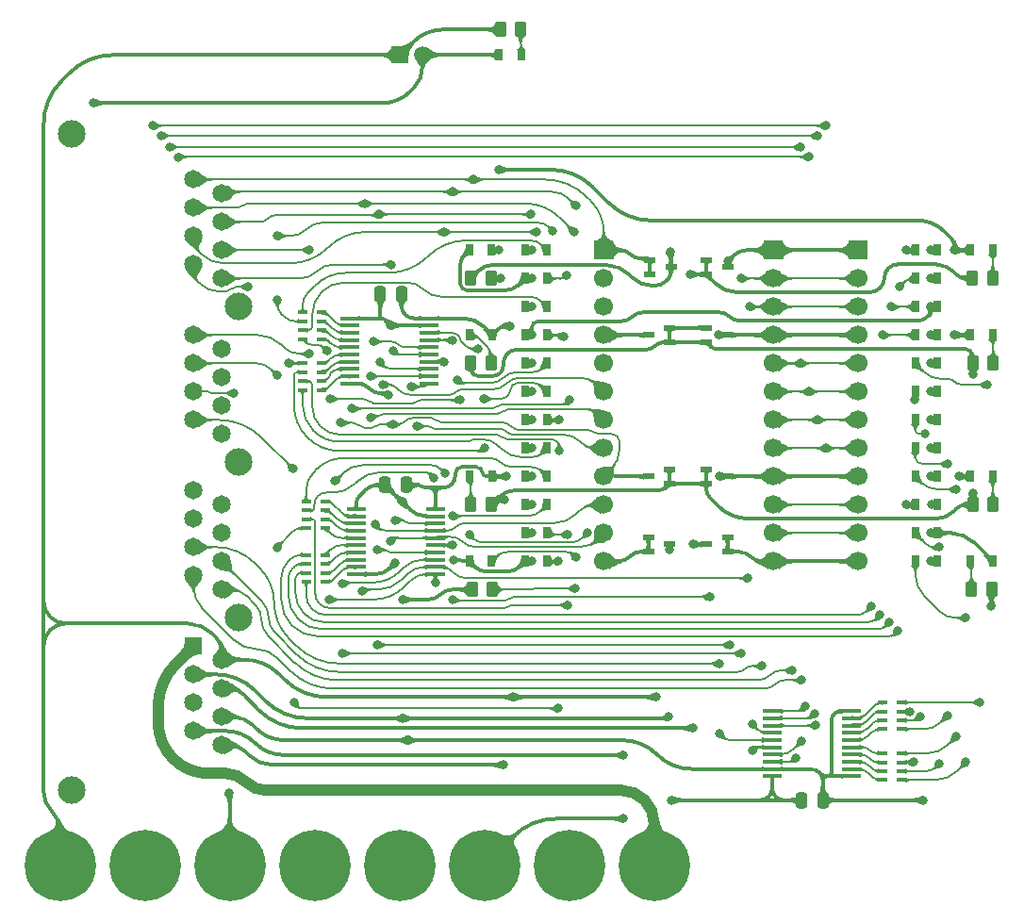
<source format=gtl>
%TF.GenerationSoftware,KiCad,Pcbnew,9.0.7-9.0.7~ubuntu24.04.1*%
%TF.CreationDate,2026-01-16T08:01:28+02:00*%
%TF.ProjectId,HCP65 24 Pin Tester,48435036-3520-4323-9420-50696e205465,V1*%
%TF.SameCoordinates,Original*%
%TF.FileFunction,Copper,L1,Top*%
%TF.FilePolarity,Positive*%
%FSLAX46Y46*%
G04 Gerber Fmt 4.6, Leading zero omitted, Abs format (unit mm)*
G04 Created by KiCad (PCBNEW 9.0.7-9.0.7~ubuntu24.04.1) date 2026-01-16 08:01:28*
%MOMM*%
%LPD*%
G01*
G04 APERTURE LIST*
G04 Aperture macros list*
%AMRoundRect*
0 Rectangle with rounded corners*
0 $1 Rounding radius*
0 $2 $3 $4 $5 $6 $7 $8 $9 X,Y pos of 4 corners*
0 Add a 4 corners polygon primitive as box body*
4,1,4,$2,$3,$4,$5,$6,$7,$8,$9,$2,$3,0*
0 Add four circle primitives for the rounded corners*
1,1,$1+$1,$2,$3*
1,1,$1+$1,$4,$5*
1,1,$1+$1,$6,$7*
1,1,$1+$1,$8,$9*
0 Add four rect primitives between the rounded corners*
20,1,$1+$1,$2,$3,$4,$5,0*
20,1,$1+$1,$4,$5,$6,$7,0*
20,1,$1+$1,$6,$7,$8,$9,0*
20,1,$1+$1,$8,$9,$2,$3,0*%
G04 Aperture macros list end*
%TA.AperFunction,ComponentPad*%
%ADD10C,6.400000*%
%TD*%
%TA.AperFunction,SMDPad,CuDef*%
%ADD11R,0.800000X1.000000*%
%TD*%
%TA.AperFunction,SMDPad,CuDef*%
%ADD12RoundRect,0.250000X-0.262500X-0.450000X0.262500X-0.450000X0.262500X0.450000X-0.262500X0.450000X0*%
%TD*%
%TA.AperFunction,SMDPad,CuDef*%
%ADD13R,0.900000X0.450000*%
%TD*%
%TA.AperFunction,SMDPad,CuDef*%
%ADD14R,1.000000X0.550000*%
%TD*%
%TA.AperFunction,SMDPad,CuDef*%
%ADD15RoundRect,0.250000X-0.250000X-0.475000X0.250000X-0.475000X0.250000X0.475000X-0.250000X0.475000X0*%
%TD*%
%TA.AperFunction,SMDPad,CuDef*%
%ADD16R,1.800000X0.450000*%
%TD*%
%TA.AperFunction,SMDPad,CuDef*%
%ADD17RoundRect,0.250000X0.250000X0.475000X-0.250000X0.475000X-0.250000X-0.475000X0.250000X-0.475000X0*%
%TD*%
%TA.AperFunction,ComponentPad*%
%ADD18R,1.650000X1.650000*%
%TD*%
%TA.AperFunction,ComponentPad*%
%ADD19C,1.650000*%
%TD*%
%TA.AperFunction,ComponentPad*%
%ADD20C,2.475000*%
%TD*%
%TA.AperFunction,ComponentPad*%
%ADD21R,1.700000X1.700000*%
%TD*%
%TA.AperFunction,ComponentPad*%
%ADD22C,1.700000*%
%TD*%
%TA.AperFunction,ComponentPad*%
%ADD23R,1.500000X1.500000*%
%TD*%
%TA.AperFunction,ComponentPad*%
%ADD24C,1.500000*%
%TD*%
%TA.AperFunction,ViaPad*%
%ADD25C,0.800000*%
%TD*%
%TA.AperFunction,Conductor*%
%ADD26C,0.200000*%
%TD*%
%TA.AperFunction,Conductor*%
%ADD27C,0.380000*%
%TD*%
%TA.AperFunction,Conductor*%
%ADD28C,1.000000*%
%TD*%
G04 APERTURE END LIST*
D10*
%TO.P,H4,1,1*%
%TO.N,/5Vc*%
X3247002Y-61595496D03*
%TD*%
D11*
%TO.P,LED4,1*%
%TO.N,Net-(LED4-Pad1)*%
X71752500Y-26670000D03*
%TO.P,LED4,2*%
%TO.N,/5Va*%
X69752499Y-26670000D03*
%TD*%
%TO.P,LED25,1*%
%TO.N,/GNDb*%
X66802000Y-31750000D03*
%TO.P,LED25,2*%
%TO.N,/S22*%
X64801999Y-31750000D03*
%TD*%
%TO.P,LED29,1*%
%TO.N,/GNDb*%
X66802000Y-21590000D03*
%TO.P,LED29,2*%
%TO.N,/S18*%
X64801999Y-21590000D03*
%TD*%
D10*
%TO.P,H7,1,1*%
%TO.N,/GNDb*%
X18487002Y-61595496D03*
%TD*%
D11*
%TO.P,LED19,1*%
%TO.N,/GNDb*%
X66802000Y-6350000D03*
%TO.P,LED19,2*%
%TO.N,/S12*%
X64801999Y-6350000D03*
%TD*%
D12*
%TO.P,R1,1*%
%TO.N,/5Vc*%
X24868500Y-8880000D03*
%TO.P,R1,2*%
%TO.N,Net-(LED1-Pad2)*%
X26693500Y-8880000D03*
%TD*%
D11*
%TO.P,LED12,1*%
%TO.N,/GNDb*%
X29734000Y-13970000D03*
%TO.P,LED12,2*%
%TO.N,/S3*%
X31734001Y-13970000D03*
%TD*%
D12*
%TO.P,R11,1*%
%TO.N,Net-(LED2-Pad2)*%
X69826500Y-36820000D03*
%TO.P,R11,2*%
%TO.N,/5Vc*%
X71651500Y-36820000D03*
%TD*%
D11*
%TO.P,LED14,1*%
%TO.N,/GNDb*%
X29734000Y-8890000D03*
%TO.P,LED14,2*%
%TO.N,/S1*%
X31734001Y-8890000D03*
%TD*%
%TO.P,LED5,1*%
%TO.N,/GNDb*%
X24767500Y-34290000D03*
%TO.P,LED5,2*%
%TO.N,Net-(LED5-Pad2)*%
X26767501Y-34290000D03*
%TD*%
D10*
%TO.P,H8,1,1*%
%TO.N,/GNDd*%
X33727002Y-61595496D03*
%TD*%
D11*
%TO.P,LED20,1*%
%TO.N,/GNDb*%
X29734000Y-34290000D03*
%TO.P,LED20,2*%
%TO.N,/S11*%
X31734001Y-34290000D03*
%TD*%
%TO.P,LED1,1*%
%TO.N,/GNDb*%
X24767500Y-6350000D03*
%TO.P,LED1,2*%
%TO.N,Net-(LED1-Pad2)*%
X26767501Y-6350000D03*
%TD*%
%TO.P,LED30,1*%
%TO.N,/GNDb*%
X66802000Y-19050000D03*
%TO.P,LED30,2*%
%TO.N,/S17*%
X64801999Y-19050000D03*
%TD*%
D13*
%TO.P,RN1,1,R1*%
%TO.N,Net-(IC1-A7)*%
X11496000Y-18896200D03*
%TO.P,RN1,2,R2*%
%TO.N,Net-(IC1-A6)*%
X11496000Y-18096200D03*
%TO.P,RN1,3,R3*%
%TO.N,Net-(IC1-A5)*%
X11496000Y-17296200D03*
%TO.P,RN1,4,R4*%
%TO.N,Net-(IC1-A4)*%
X11496000Y-16496200D03*
%TO.P,RN1,5,R4*%
%TO.N,/S4*%
X9796000Y-16496200D03*
%TO.P,RN1,6,R3*%
%TO.N,/S5*%
X9796000Y-17296200D03*
%TO.P,RN1,7,R2*%
%TO.N,/S6*%
X9796000Y-18096200D03*
%TO.P,RN1,8,R1*%
%TO.N,/S7*%
X9796000Y-18896200D03*
%TD*%
D11*
%TO.P,LED27,1*%
%TO.N,/GNDb*%
X66802000Y-26670000D03*
%TO.P,LED27,2*%
%TO.N,/S20*%
X64801999Y-26670000D03*
%TD*%
D14*
%TO.P,D5,1,K1*%
%TO.N,/IO11*%
X40833000Y-32116000D03*
%TO.P,D5,2,K2*%
X40833000Y-33416000D03*
%TO.P,D5,3,A*%
%TO.N,/5Vb*%
X42732999Y-32766000D03*
%TD*%
D11*
%TO.P,LED22,1*%
%TO.N,/GNDb*%
X29734000Y-29210000D03*
%TO.P,LED22,2*%
%TO.N,/S9*%
X31734001Y-29210000D03*
%TD*%
D10*
%TO.P,H6,1,1*%
%TO.N,/GNDc*%
X26107002Y-61595496D03*
%TD*%
D11*
%TO.P,LED9,1*%
%TO.N,/GNDb*%
X29734000Y-21590000D03*
%TO.P,LED9,2*%
%TO.N,/S6*%
X31734001Y-21590000D03*
%TD*%
D12*
%TO.P,R7,1*%
%TO.N,Net-(LED8-Pad1)*%
X24884500Y-29200000D03*
%TO.P,R7,2*%
%TO.N,/GNDd*%
X26709500Y-29200000D03*
%TD*%
D11*
%TO.P,LED8,1*%
%TO.N,Net-(LED8-Pad1)*%
X24783500Y-26670000D03*
%TO.P,LED8,2*%
%TO.N,/5Va*%
X26783501Y-26670000D03*
%TD*%
D10*
%TO.P,H3,1,1*%
%TO.N,/5Vb*%
X-4372998Y-61595496D03*
%TD*%
D11*
%TO.P,LED26,1*%
%TO.N,/GNDb*%
X66802000Y-29210000D03*
%TO.P,LED26,2*%
%TO.N,/S21*%
X64801999Y-29210000D03*
%TD*%
%TO.P,LED13,1*%
%TO.N,/GNDb*%
X29734000Y-11430000D03*
%TO.P,LED13,2*%
%TO.N,/S2*%
X31734001Y-11430000D03*
%TD*%
%TO.P,LED21,1*%
%TO.N,/GNDb*%
X29734000Y-31750000D03*
%TO.P,LED21,2*%
%TO.N,/S10*%
X31734001Y-31750000D03*
%TD*%
%TO.P,LED15,1*%
%TO.N,/GNDb*%
X29734000Y-6350000D03*
%TO.P,LED15,2*%
%TO.N,/S0*%
X31734001Y-6350000D03*
%TD*%
%TO.P,LED16,1*%
%TO.N,/GNDb*%
X66802000Y-13970000D03*
%TO.P,LED16,2*%
%TO.N,/S15*%
X64801999Y-13970000D03*
%TD*%
%TO.P,LED3,1*%
%TO.N,Net-(LED3-Pad1)*%
X71736500Y-13970000D03*
%TO.P,LED3,2*%
%TO.N,/5Va*%
X69736499Y-13970000D03*
%TD*%
D15*
%TO.P,C2,1*%
%TO.N,/5Va*%
X54609000Y-55742000D03*
%TO.P,C2,2*%
%TO.N,/GNDb*%
X56509000Y-55742000D03*
%TD*%
D10*
%TO.P,H5,1,1*%
%TO.N,/GNDa*%
X10867002Y-61595496D03*
%TD*%
D14*
%TO.P,D1,1,K1*%
%TO.N,/IO0*%
X40960000Y-7224000D03*
%TO.P,D1,2,K2*%
X40960000Y-8524000D03*
%TO.P,D1,3,A*%
%TO.N,/5Vc*%
X42859999Y-7874000D03*
%TD*%
D13*
%TO.P,RN6,1,R1*%
%TO.N,Net-(IC2-A3)*%
X11801000Y-31299000D03*
%TO.P,RN6,2,R2*%
%TO.N,Net-(IC2-A2)*%
X11801000Y-30499000D03*
%TO.P,RN6,3,R3*%
%TO.N,Net-(IC2-A1)*%
X11801000Y-29699000D03*
%TO.P,RN6,4,R4*%
%TO.N,Net-(IC2-A0)*%
X11801000Y-28899000D03*
%TO.P,RN6,5,R4*%
%TO.N,/S8*%
X10101000Y-28899000D03*
%TO.P,RN6,6,R3*%
%TO.N,/S9*%
X10101000Y-29699000D03*
%TO.P,RN6,7,R2*%
%TO.N,/S10*%
X10101000Y-30499000D03*
%TO.P,RN6,8,R1*%
%TO.N,/S11*%
X10101000Y-31299000D03*
%TD*%
D16*
%TO.P,IC1,1,DIR*%
%TO.N,/GNDb*%
X14046000Y-12457000D03*
%TO.P,IC1,2,A0*%
%TO.N,Net-(IC1-A0)*%
X14046000Y-13107000D03*
%TO.P,IC1,3,A1*%
%TO.N,Net-(IC1-A1)*%
X14045999Y-13757000D03*
%TO.P,IC1,4,A2*%
%TO.N,Net-(IC1-A2)*%
X14046000Y-14407000D03*
%TO.P,IC1,5,A3*%
%TO.N,Net-(IC1-A3)*%
X14046000Y-15057000D03*
%TO.P,IC1,6,A4*%
%TO.N,Net-(IC1-A4)*%
X14046000Y-15707000D03*
%TO.P,IC1,7,A5*%
%TO.N,Net-(IC1-A5)*%
X14046000Y-16357000D03*
%TO.P,IC1,8,A6*%
%TO.N,Net-(IC1-A6)*%
X14045999Y-17007000D03*
%TO.P,IC1,9,A7*%
%TO.N,Net-(IC1-A7)*%
X14046000Y-17657000D03*
%TO.P,IC1,10,GND*%
%TO.N,/GNDb*%
X14046000Y-18307000D03*
%TO.P,IC1,11,B7*%
%TO.N,/IO7*%
X21146000Y-18307000D03*
%TO.P,IC1,12,B6*%
%TO.N,/IO6*%
X21146000Y-17657000D03*
%TO.P,IC1,13,B5*%
%TO.N,/IO5*%
X21146001Y-17007000D03*
%TO.P,IC1,14,B4*%
%TO.N,/IO4*%
X21146000Y-16357000D03*
%TO.P,IC1,15,B3*%
%TO.N,/IO3*%
X21146000Y-15707000D03*
%TO.P,IC1,16,B2*%
%TO.N,/IO2*%
X21146000Y-15057000D03*
%TO.P,IC1,17,B1*%
%TO.N,/IO1*%
X21146000Y-14407000D03*
%TO.P,IC1,18,B0*%
%TO.N,/IO0*%
X21146001Y-13757000D03*
%TO.P,IC1,19,~{OE}*%
%TO.N,/GNDb*%
X21146000Y-13107000D03*
%TO.P,IC1,20,5V*%
%TO.N,/5Va*%
X21146000Y-12457000D03*
%TD*%
%TO.P,IC3,1,DIR*%
%TO.N,/GNDb*%
X59055000Y-53587000D03*
%TO.P,IC3,2,A0*%
%TO.N,Net-(IC3-A0)*%
X59055000Y-52937000D03*
%TO.P,IC3,3,A1*%
%TO.N,Net-(IC3-A1)*%
X59055001Y-52287000D03*
%TO.P,IC3,4,A2*%
%TO.N,Net-(IC3-A2)*%
X59055000Y-51637000D03*
%TO.P,IC3,5,A3*%
%TO.N,Net-(IC3-A3)*%
X59055000Y-50987000D03*
%TO.P,IC3,6,A4*%
%TO.N,Net-(IC3-A4)*%
X59055000Y-50337000D03*
%TO.P,IC3,7,A5*%
%TO.N,Net-(IC3-A5)*%
X59055000Y-49687000D03*
%TO.P,IC3,8,A6*%
%TO.N,Net-(IC3-A6)*%
X59055001Y-49037000D03*
%TO.P,IC3,9,A7*%
%TO.N,Net-(IC3-A7)*%
X59055000Y-48387000D03*
%TO.P,IC3,10,GND*%
%TO.N,/GNDb*%
X59055000Y-47737000D03*
%TO.P,IC3,11,B7*%
%TO.N,/IO16*%
X51955000Y-47737000D03*
%TO.P,IC3,12,B6*%
%TO.N,/IO17*%
X51955000Y-48387000D03*
%TO.P,IC3,13,B5*%
%TO.N,/IO18*%
X51954999Y-49037000D03*
%TO.P,IC3,14,B4*%
%TO.N,/IO19*%
X51955000Y-49687000D03*
%TO.P,IC3,15,B3*%
%TO.N,/IO20*%
X51955000Y-50337000D03*
%TO.P,IC3,16,B2*%
%TO.N,/IO21*%
X51955000Y-50987000D03*
%TO.P,IC3,17,B1*%
%TO.N,/IO22*%
X51955000Y-51637000D03*
%TO.P,IC3,18,B0*%
%TO.N,/IO23*%
X51954999Y-52287000D03*
%TO.P,IC3,19,~{OE}*%
%TO.N,/GNDb*%
X51955000Y-52937000D03*
%TO.P,IC3,20,5V*%
%TO.N,/5Va*%
X51955000Y-53587000D03*
%TD*%
D11*
%TO.P,LED6,1*%
%TO.N,Net-(LED6-Pad1)*%
X71736500Y-6350000D03*
%TO.P,LED6,2*%
%TO.N,/5Va*%
X69736499Y-6350000D03*
%TD*%
D13*
%TO.P,RN9,1,R1*%
%TO.N,Net-(IC3-A3)*%
X61865000Y-51535000D03*
%TO.P,RN9,2,R2*%
%TO.N,Net-(IC3-A2)*%
X61865000Y-52335000D03*
%TO.P,RN9,3,R3*%
%TO.N,Net-(IC3-A1)*%
X61865000Y-53135000D03*
%TO.P,RN9,4,R4*%
%TO.N,Net-(IC3-A0)*%
X61865000Y-53935000D03*
%TO.P,RN9,5,R4*%
%TO.N,/S23*%
X63565000Y-53935000D03*
%TO.P,RN9,6,R3*%
%TO.N,/S22*%
X63565000Y-53135000D03*
%TO.P,RN9,7,R2*%
%TO.N,/S21*%
X63565000Y-52335000D03*
%TO.P,RN9,8,R1*%
%TO.N,/S20*%
X63565000Y-51535000D03*
%TD*%
D11*
%TO.P,LED17,1*%
%TO.N,/GNDb*%
X66802000Y-11430000D03*
%TO.P,LED17,2*%
%TO.N,/S14*%
X64801999Y-11430000D03*
%TD*%
%TO.P,LED18,1*%
%TO.N,/GNDb*%
X66802000Y-8890000D03*
%TO.P,LED18,2*%
%TO.N,/S13*%
X64801999Y-8890000D03*
%TD*%
D17*
%TO.P,C1,1*%
%TO.N,/5Va*%
X18669000Y-10287000D03*
%TO.P,C1,2*%
%TO.N,/GNDb*%
X16769000Y-10287000D03*
%TD*%
D18*
%TO.P,J1,A1,A1*%
%TO.N,/12V*%
X0Y-41910000D03*
D19*
%TO.P,J1,A2,A2*%
%TO.N,/5Va*%
X2540000Y-43180000D03*
%TO.P,J1,A3,A3*%
%TO.N,/5Vb*%
X0Y-44450000D03*
%TO.P,J1,A4,A4*%
%TO.N,/5Vc*%
X2540000Y-45720000D03*
%TO.P,J1,A5,A5*%
%TO.N,/GNDa*%
X0Y-46989999D03*
%TO.P,J1,A6,A6*%
%TO.N,/GNDb*%
X2540000Y-48260000D03*
%TO.P,J1,A7,A7*%
%TO.N,/GNDc*%
X0Y-49530000D03*
%TO.P,J1,A8,A8*%
%TO.N,/GNDd*%
X2540000Y-50800000D03*
%TO.P,J1,B1,B1*%
%TO.N,/IO16*%
X0Y-27940000D03*
%TO.P,J1,B2,B2*%
%TO.N,/IO17*%
X2540000Y-29210000D03*
%TO.P,J1,B3,B3*%
%TO.N,/IO18*%
X0Y-30479999D03*
%TO.P,J1,B4,B4*%
%TO.N,/IO19*%
X2540000Y-31750000D03*
%TO.P,J1,B5,B5*%
%TO.N,/IO20*%
X0Y-33020000D03*
%TO.P,J1,B6,B6*%
%TO.N,/IO21*%
X2540000Y-34290000D03*
%TO.P,J1,B7,B7*%
%TO.N,/IO22*%
X0Y-35560000D03*
%TO.P,J1,B8,B8*%
%TO.N,/IO23*%
X2540000Y-36830000D03*
%TO.P,J1,C1,C1*%
%TO.N,/IO8*%
X0Y-13970001D03*
%TO.P,J1,C2,C2*%
%TO.N,/IO9*%
X2540000Y-15240000D03*
%TO.P,J1,C3,C3*%
%TO.N,/IO10*%
X0Y-16510000D03*
%TO.P,J1,C4,C4*%
%TO.N,/IO11*%
X2540000Y-17780000D03*
%TO.P,J1,C5,C5*%
%TO.N,/IO12*%
X0Y-19050000D03*
%TO.P,J1,C6,C6*%
%TO.N,/IO13*%
X2540000Y-20320000D03*
%TO.P,J1,C7,C7*%
%TO.N,/IO14*%
X0Y-21590000D03*
%TO.P,J1,C8,C8*%
%TO.N,/IO15*%
X2540000Y-22860000D03*
%TO.P,J1,D1,D1*%
%TO.N,/IO0*%
X0Y0D03*
%TO.P,J1,D2,D2*%
%TO.N,/IO1*%
X2540000Y-1270000D03*
%TO.P,J1,D3,D3*%
%TO.N,/IO2*%
X0Y-2540000D03*
%TO.P,J1,D4,D4*%
%TO.N,/IO3*%
X2540000Y-3810000D03*
%TO.P,J1,D5,D5*%
%TO.N,/IO4*%
X0Y-5080000D03*
%TO.P,J1,D6,D6*%
%TO.N,/IO5*%
X2540000Y-6350000D03*
%TO.P,J1,D7,D7*%
%TO.N,/IO6*%
X0Y-7619999D03*
%TO.P,J1,D8,D8*%
%TO.N,/IO7*%
X2540000Y-8890000D03*
D20*
%TO.P,J1,MH1,MH1*%
%TO.N,unconnected-(J1-PadMH1)*%
X-10920000Y4060000D03*
%TO.P,J1,MH2,MH2*%
%TO.N,unconnected-(J1-PadMH2)*%
X4060000Y-11430000D03*
%TO.P,J1,MH3,MH3*%
%TO.N,unconnected-(J1-PadMH3)*%
X4060000Y-25400001D03*
%TO.P,J1,MH4,MH4*%
%TO.N,unconnected-(J1-PadMH4)*%
X4060000Y-39370000D03*
%TO.P,J1,MH5,MH5*%
%TO.N,unconnected-(J1-PadMH5)*%
X-10920000Y-54860000D03*
%TD*%
D11*
%TO.P,LED31,1*%
%TO.N,/GNDb*%
X66802000Y-16510000D03*
%TO.P,LED31,2*%
%TO.N,/S16*%
X64801999Y-16510000D03*
%TD*%
D13*
%TO.P,RN2,1,R1*%
%TO.N,Net-(IC1-A3)*%
X11496000Y-14329200D03*
%TO.P,RN2,2,R2*%
%TO.N,Net-(IC1-A2)*%
X11496000Y-13529200D03*
%TO.P,RN2,3,R3*%
%TO.N,Net-(IC1-A1)*%
X11496000Y-12729200D03*
%TO.P,RN2,4,R4*%
%TO.N,Net-(IC1-A0)*%
X11496000Y-11929200D03*
%TO.P,RN2,5,R4*%
%TO.N,/S0*%
X9796000Y-11929200D03*
%TO.P,RN2,6,R3*%
%TO.N,/S1*%
X9796000Y-12729200D03*
%TO.P,RN2,7,R2*%
%TO.N,/S2*%
X9796000Y-13529200D03*
%TO.P,RN2,8,R1*%
%TO.N,/S3*%
X9796000Y-14329200D03*
%TD*%
D14*
%TO.P,D8,1,K1*%
%TO.N,/GNDd*%
X42733000Y-27320000D03*
%TO.P,D8,2,K2*%
X42733000Y-26020000D03*
%TO.P,D8,3,A*%
%TO.N,/IO8*%
X40833001Y-26670000D03*
%TD*%
D12*
%TO.P,R4,1*%
%TO.N,/5Vb*%
X24995500Y-36820000D03*
%TO.P,R4,2*%
%TO.N,Net-(LED5-Pad2)*%
X26820500Y-36820000D03*
%TD*%
D17*
%TO.P,C3,1*%
%TO.N,/5Va*%
X19095000Y-27432000D03*
%TO.P,C3,2*%
%TO.N,/GNDb*%
X17195000Y-27432000D03*
%TD*%
D10*
%TO.P,H2,1,1*%
%TO.N,/5Va*%
X-11992998Y-61595496D03*
%TD*%
D21*
%TO.P,J8,1,Pin_1*%
%TO.N,/IO0*%
X36830000Y-6350000D03*
D22*
%TO.P,J8,2,Pin_2*%
%TO.N,/IO1*%
X36830000Y-8890000D03*
%TO.P,J8,3,Pin_3*%
%TO.N,/IO2*%
X36830000Y-11430000D03*
%TO.P,J8,4,Pin_4*%
%TO.N,/IO3*%
X36830000Y-13970000D03*
%TO.P,J8,5,Pin_5*%
%TO.N,/IO4*%
X36830000Y-16510000D03*
%TO.P,J8,6,Pin_6*%
%TO.N,/IO5*%
X36830000Y-19050000D03*
%TO.P,J8,7,Pin_7*%
%TO.N,/IO6*%
X36830000Y-21590000D03*
%TO.P,J8,8,Pin_8*%
%TO.N,/IO7*%
X36830000Y-24130000D03*
%TO.P,J8,9,Pin_9*%
%TO.N,/IO8*%
X36830000Y-26670000D03*
%TO.P,J8,10,Pin_10*%
%TO.N,/IO9*%
X36830000Y-29210000D03*
%TO.P,J8,11,Pin_11*%
%TO.N,/IO10*%
X36830000Y-31750000D03*
%TO.P,J8,12,Pin_12*%
%TO.N,/IO11*%
X36830000Y-34290000D03*
%TD*%
D14*
%TO.P,D7,1,K1*%
%TO.N,/GNDd*%
X42733000Y-14620000D03*
%TO.P,D7,2,K2*%
X42733000Y-13320000D03*
%TO.P,D7,3,A*%
%TO.N,/IO3*%
X40833001Y-13970000D03*
%TD*%
D11*
%TO.P,LED7,1*%
%TO.N,Net-(LED7-Pad1)*%
X24797000Y-13970000D03*
%TO.P,LED7,2*%
%TO.N,/5Va*%
X26797001Y-13970000D03*
%TD*%
%TO.P,LED23,1*%
%TO.N,/GNDb*%
X29734000Y-26670000D03*
%TO.P,LED23,2*%
%TO.N,/S8*%
X31734001Y-26670000D03*
%TD*%
%TO.P,LED24,1*%
%TO.N,/GNDb*%
X66802000Y-34290000D03*
%TO.P,LED24,2*%
%TO.N,/S23*%
X64801999Y-34290000D03*
%TD*%
D14*
%TO.P,D6,1,K1*%
%TO.N,/GNDc*%
X46040000Y-7224000D03*
%TO.P,D6,2,K2*%
X46040000Y-8524000D03*
%TO.P,D6,3,A*%
%TO.N,/IO12*%
X47939999Y-7874000D03*
%TD*%
D11*
%TO.P,LED10,1*%
%TO.N,/GNDb*%
X29734000Y-19050000D03*
%TO.P,LED10,2*%
%TO.N,/S5*%
X31734001Y-19050000D03*
%TD*%
D21*
%TO.P,J3,1,Pin_1*%
%TO.N,/IO12*%
X52070000Y-6350000D03*
D22*
%TO.P,J3,2,Pin_2*%
%TO.N,/IO13*%
X52070000Y-8890000D03*
%TO.P,J3,3,Pin_3*%
%TO.N,/IO14*%
X52070000Y-11430000D03*
%TO.P,J3,4,Pin_4*%
%TO.N,/IO15*%
X52070000Y-13970000D03*
%TO.P,J3,5,Pin_5*%
%TO.N,/IO16*%
X52070000Y-16510000D03*
%TO.P,J3,6,Pin_6*%
%TO.N,/IO17*%
X52070000Y-19050000D03*
%TO.P,J3,7,Pin_7*%
%TO.N,/IO18*%
X52070000Y-21590000D03*
%TO.P,J3,8,Pin_8*%
%TO.N,/IO19*%
X52070000Y-24130000D03*
%TO.P,J3,9,Pin_9*%
%TO.N,/IO20*%
X52070000Y-26670000D03*
%TO.P,J3,10,Pin_10*%
%TO.N,/IO21*%
X52070000Y-29210000D03*
%TO.P,J3,11,Pin_11*%
%TO.N,/IO22*%
X52070000Y-31750000D03*
%TO.P,J3,12,Pin_12*%
%TO.N,/IO23*%
X52070000Y-34290000D03*
%TD*%
D13*
%TO.P,RN10,1,R1*%
%TO.N,Net-(IC3-A7)*%
X61865000Y-46963000D03*
%TO.P,RN10,2,R2*%
%TO.N,Net-(IC3-A6)*%
X61865000Y-47763000D03*
%TO.P,RN10,3,R3*%
%TO.N,Net-(IC3-A5)*%
X61865000Y-48563000D03*
%TO.P,RN10,4,R4*%
%TO.N,Net-(IC3-A4)*%
X61865000Y-49363000D03*
%TO.P,RN10,5,R4*%
%TO.N,/S19*%
X63565000Y-49363000D03*
%TO.P,RN10,6,R3*%
%TO.N,/S18*%
X63565000Y-48563000D03*
%TO.P,RN10,7,R2*%
%TO.N,/S17*%
X63565000Y-47763000D03*
%TO.P,RN10,8,R1*%
%TO.N,/S16*%
X63565000Y-46963000D03*
%TD*%
%TO.P,RN5,1,R1*%
%TO.N,Net-(IC2-A7)*%
X11801000Y-36125000D03*
%TO.P,RN5,2,R2*%
%TO.N,Net-(IC2-A6)*%
X11801000Y-35325000D03*
%TO.P,RN5,3,R3*%
%TO.N,Net-(IC2-A5)*%
X11801000Y-34525000D03*
%TO.P,RN5,4,R4*%
%TO.N,Net-(IC2-A4)*%
X11801000Y-33725000D03*
%TO.P,RN5,5,R4*%
%TO.N,/S12*%
X10101000Y-33725000D03*
%TO.P,RN5,6,R3*%
%TO.N,/S13*%
X10101000Y-34525000D03*
%TO.P,RN5,7,R2*%
%TO.N,/S14*%
X10101000Y-35325000D03*
%TO.P,RN5,8,R1*%
%TO.N,/S15*%
X10101000Y-36125000D03*
%TD*%
D12*
%TO.P,R12,1*%
%TO.N,/5Va*%
X27535500Y13472000D03*
%TO.P,R12,2*%
%TO.N,Net-(LED49-Pad2)*%
X29360500Y13472000D03*
%TD*%
D14*
%TO.P,D4,1,K1*%
%TO.N,/GNDd*%
X46040000Y-26020000D03*
%TO.P,D4,2,K2*%
X46040000Y-27320000D03*
%TO.P,D4,3,A*%
%TO.N,/IO20*%
X47939999Y-26670000D03*
%TD*%
D10*
%TO.P,H1,1,1*%
%TO.N,/12V*%
X41347002Y-61595496D03*
%TD*%
D14*
%TO.P,D3,1,K1*%
%TO.N,/GNDd*%
X46040000Y-13320000D03*
%TO.P,D3,2,K2*%
X46040000Y-14620000D03*
%TO.P,D3,3,A*%
%TO.N,/IO15*%
X47939999Y-13970000D03*
%TD*%
D21*
%TO.P,J9,1,Pin_1*%
%TO.N,/IO12*%
X59690000Y-6350000D03*
D22*
%TO.P,J9,2,Pin_2*%
%TO.N,/IO13*%
X59690000Y-8890000D03*
%TO.P,J9,3,Pin_3*%
%TO.N,/IO14*%
X59690000Y-11430000D03*
%TO.P,J9,4,Pin_4*%
%TO.N,/IO15*%
X59690000Y-13970000D03*
%TO.P,J9,5,Pin_5*%
%TO.N,/IO16*%
X59690000Y-16510000D03*
%TO.P,J9,6,Pin_6*%
%TO.N,/IO17*%
X59690000Y-19050000D03*
%TO.P,J9,7,Pin_7*%
%TO.N,/IO18*%
X59690000Y-21590000D03*
%TO.P,J9,8,Pin_8*%
%TO.N,/IO19*%
X59690000Y-24130000D03*
%TO.P,J9,9,Pin_9*%
%TO.N,/IO20*%
X59690000Y-26670000D03*
%TO.P,J9,10,Pin_10*%
%TO.N,/IO21*%
X59690000Y-29210000D03*
%TO.P,J9,11,Pin_11*%
%TO.N,/IO22*%
X59690000Y-31750000D03*
%TO.P,J9,12,Pin_12*%
%TO.N,/IO23*%
X59690000Y-34290000D03*
%TD*%
D11*
%TO.P,LED28,1*%
%TO.N,/GNDb*%
X66802000Y-24130000D03*
%TO.P,LED28,2*%
%TO.N,/S19*%
X64801999Y-24130000D03*
%TD*%
%TO.P,LED11,1*%
%TO.N,/GNDb*%
X29734000Y-16510000D03*
%TO.P,LED11,2*%
%TO.N,/S4*%
X31734001Y-16510000D03*
%TD*%
%TO.P,LED2,1*%
%TO.N,/GNDb*%
X71752500Y-34290000D03*
%TO.P,LED2,2*%
%TO.N,Net-(LED2-Pad2)*%
X69752499Y-34290000D03*
%TD*%
%TO.P,LED49,1*%
%TO.N,/GNDb*%
X27425000Y11198500D03*
%TO.P,LED49,2*%
%TO.N,Net-(LED49-Pad2)*%
X29425001Y11198500D03*
%TD*%
D12*
%TO.P,R3,1*%
%TO.N,/GNDd*%
X69977000Y-29200000D03*
%TO.P,R3,2*%
%TO.N,Net-(LED4-Pad1)*%
X71802000Y-29200000D03*
%TD*%
D16*
%TO.P,IC2,1,DIR*%
%TO.N,/GNDb*%
X14611000Y-29587000D03*
%TO.P,IC2,2,A0*%
%TO.N,Net-(IC2-A0)*%
X14611000Y-30237000D03*
%TO.P,IC2,3,A1*%
%TO.N,Net-(IC2-A1)*%
X14610999Y-30887000D03*
%TO.P,IC2,4,A2*%
%TO.N,Net-(IC2-A2)*%
X14611000Y-31537000D03*
%TO.P,IC2,5,A3*%
%TO.N,Net-(IC2-A3)*%
X14611000Y-32187000D03*
%TO.P,IC2,6,A4*%
%TO.N,Net-(IC2-A4)*%
X14611000Y-32837000D03*
%TO.P,IC2,7,A5*%
%TO.N,Net-(IC2-A5)*%
X14611000Y-33487000D03*
%TO.P,IC2,8,A6*%
%TO.N,Net-(IC2-A6)*%
X14610999Y-34137000D03*
%TO.P,IC2,9,A7*%
%TO.N,Net-(IC2-A7)*%
X14611000Y-34787000D03*
%TO.P,IC2,10,GND*%
%TO.N,/GNDb*%
X14611000Y-35437000D03*
%TO.P,IC2,11,B7*%
%TO.N,/IO15*%
X21711000Y-35437000D03*
%TO.P,IC2,12,B6*%
%TO.N,/IO14*%
X21711000Y-34787000D03*
%TO.P,IC2,13,B5*%
%TO.N,/IO13*%
X21711001Y-34137000D03*
%TO.P,IC2,14,B4*%
%TO.N,/IO12*%
X21711000Y-33487000D03*
%TO.P,IC2,15,B3*%
%TO.N,/IO11*%
X21711000Y-32837000D03*
%TO.P,IC2,16,B2*%
%TO.N,/IO10*%
X21711000Y-32187000D03*
%TO.P,IC2,17,B1*%
%TO.N,/IO9*%
X21711000Y-31537000D03*
%TO.P,IC2,18,B0*%
%TO.N,/IO8*%
X21711001Y-30887000D03*
%TO.P,IC2,19,~{OE}*%
%TO.N,/GNDb*%
X21711000Y-30237000D03*
%TO.P,IC2,20,5V*%
%TO.N,/5Va*%
X21711000Y-29587000D03*
%TD*%
D12*
%TO.P,R5,1*%
%TO.N,/GNDc*%
X69937500Y-8880000D03*
%TO.P,R5,2*%
%TO.N,Net-(LED6-Pad1)*%
X71762500Y-8880000D03*
%TD*%
D23*
%TO.P,C10,1*%
%TO.N,/5Va*%
X18542000Y11176000D03*
D24*
%TO.P,C10,2*%
%TO.N,/GNDb*%
X20542000Y11176000D03*
%TD*%
D12*
%TO.P,R2,1*%
%TO.N,/GNDd*%
X69967000Y-16500000D03*
%TO.P,R2,2*%
%TO.N,Net-(LED3-Pad1)*%
X71792000Y-16500000D03*
%TD*%
%TO.P,R6,1*%
%TO.N,/GNDd*%
X24898000Y-16500000D03*
%TO.P,R6,2*%
%TO.N,Net-(LED7-Pad1)*%
X26723000Y-16500000D03*
%TD*%
D11*
%TO.P,LED48,1*%
%TO.N,/GNDb*%
X29734000Y-24130000D03*
%TO.P,LED48,2*%
%TO.N,/S7*%
X31734001Y-24130000D03*
%TD*%
D14*
%TO.P,D2,1,K1*%
%TO.N,/IO23*%
X47940000Y-33416000D03*
%TO.P,D2,2,K2*%
X47940000Y-32116000D03*
%TO.P,D2,3,A*%
%TO.N,/5Vc*%
X46040001Y-32766000D03*
%TD*%
D25*
%TO.N,/IO23*%
X54102000Y-51943000D03*
X53721000Y-44069000D03*
%TO.N,/IO21*%
X51054000Y-43688000D03*
X50165000Y-51308000D03*
%TO.N,/IO6*%
X15875000Y-17657000D03*
X15875000Y-21353292D03*
X4874300Y-9615700D03*
%TO.N,/IO12*%
X3605100Y-19184900D03*
X16510000Y-33274000D03*
X48133000Y-41783000D03*
X47939999Y-7366000D03*
X16510000Y-41783000D03*
%TO.N,/IO10*%
X17698272Y-32441540D03*
X7528700Y-17610800D03*
%TO.N,/IO19*%
X-3683000Y4826000D03*
X56769000Y-24130000D03*
X50165000Y-48895000D03*
X56769000Y4826000D03*
%TO.N,/IO15*%
X47095642Y-13932289D03*
X46355000Y-37454321D03*
X21717000Y-36195000D03*
X23241000Y-37719000D03*
X12192000Y-37719000D03*
%TO.N,/IO18*%
X55880000Y-49022000D03*
X56007000Y3937000D03*
X56007000Y-21590000D03*
X-2921000Y3937000D03*
%TO.N,/IO16*%
X-2159000Y2921000D03*
X54483000Y-16510000D03*
X54905918Y-47333775D03*
X54483000Y2921000D03*
%TO.N,/IO17*%
X55731507Y-47982550D03*
X55245000Y2032000D03*
X-1397000Y2020000D03*
X55245000Y-19050000D03*
%TO.N,/IO14*%
X49796000Y-35814000D03*
X15113000Y-36945000D03*
X8925600Y-25999400D03*
X49911000Y-11430000D03*
%TO.N,/IO7*%
X19561800Y-18614700D03*
X20066000Y-22159200D03*
X17780000Y-7632000D03*
%TO.N,/IO1*%
X23241000Y-1103700D03*
X34338500Y-2359200D03*
X23219900Y-14482700D03*
%TO.N,Net-(LED1-Pad2)*%
X27559000Y-8880000D03*
X27432000Y-6350000D03*
%TO.N,/IO2*%
X16108800Y-14566600D03*
X15367000Y-2159000D03*
X34140200Y-4695800D03*
%TO.N,/IO13*%
X13366701Y-42545000D03*
X49149000Y-8890000D03*
X49149000Y-42545000D03*
X13366701Y-36322000D03*
%TO.N,/IO5*%
X16718700Y-16376400D03*
X17018000Y-18407000D03*
X10378100Y-6315100D03*
%TO.N,/IO22*%
X54610000Y-50419000D03*
X54610000Y-44958000D03*
%TO.N,/IO4*%
X30785200Y-4711000D03*
X22469528Y-16357001D03*
X22479000Y-4711000D03*
%TO.N,/IO3*%
X30321300Y-3125100D03*
X17896200Y-15397500D03*
X16632800Y-3125100D03*
%TO.N,/IO9*%
X16295300Y-30960200D03*
%TO.N,/IO8*%
X13208000Y-21844000D03*
X18097600Y-30605100D03*
X10385400Y-15658900D03*
X17907000Y-21987000D03*
%TO.N,/IO11*%
X22606000Y-26416000D03*
X12691900Y-27091400D03*
X35327600Y-31750000D03*
X23250300Y-32808500D03*
X24765000Y-31877000D03*
%TO.N,/IO20*%
X47244000Y-49784000D03*
X47244000Y-26670000D03*
X47244000Y-43467000D03*
%TO.N,/IO0*%
X25146000Y0D03*
X25555100Y-15200100D03*
%TO.N,Net-(LED5-Pad2)*%
X34290000Y-36715000D03*
X34316000Y-33949800D03*
%TO.N,/S6*%
X32813700Y-24384000D03*
X32813700Y-21590000D03*
%TO.N,/S5*%
X26084647Y-19697000D03*
X26145934Y-24139000D03*
%TO.N,/S4*%
X23669400Y-17979900D03*
X23905500Y-19818200D03*
X12264966Y-19687559D03*
X8509000Y-16496200D03*
%TO.N,/S3*%
X33750400Y-19818200D03*
X14224000Y-20574000D03*
X11993000Y-15393700D03*
X33212100Y-14098000D03*
%TO.N,/S1*%
X32255800Y-4650500D03*
X33522537Y-8598700D03*
X7542700Y-10795000D03*
X7542700Y-5070100D03*
%TO.N,/S15*%
X60833000Y-38354000D03*
X61849000Y-13970000D03*
%TO.N,/S14*%
X62623000Y-11430000D03*
X61595000Y-39116000D03*
%TO.N,/S13*%
X63373000Y-9652000D03*
X62484000Y-39751000D03*
%TO.N,/S12*%
X63246000Y-40513000D03*
X64008000Y-6350000D03*
%TO.N,/S11*%
X32766000Y-34290000D03*
X9017000Y-46990000D03*
X7477200Y-33035800D03*
X32766000Y-47498000D03*
%TO.N,/S10*%
X33591500Y-38215000D03*
X33566000Y-31874400D03*
%TO.N,/S9*%
X21590000Y-26797000D03*
X23241000Y-30226000D03*
%TO.N,/S23*%
X69342000Y-39370000D03*
X69342000Y-52324000D03*
%TO.N,/S22*%
X66929000Y-52451000D03*
X66929000Y-33020000D03*
%TO.N,/S21*%
X64008000Y-29210000D03*
X64643000Y-52324000D03*
%TO.N,/S20*%
X68453000Y-27813000D03*
X68453000Y-50038000D03*
%TO.N,/S19*%
X67691000Y-48133000D03*
X67691000Y-25527000D03*
%TO.N,/S18*%
X65228492Y-48229190D03*
X65659000Y-22860000D03*
%TO.N,/S17*%
X64278356Y-47782261D03*
X64770000Y-19812000D03*
%TO.N,/S16*%
X70612000Y-46990000D03*
X71247000Y-18415000D03*
%TO.N,/5Va*%
X42926000Y-55753000D03*
X28702000Y-46482000D03*
X28407400Y-13183700D03*
X27432000Y889000D03*
X41529000Y-46482000D03*
X68341900Y-6350000D03*
X68311700Y-13970000D03*
X68707000Y-26670000D03*
X28116100Y-26670000D03*
%TO.N,/GNDd*%
X69967000Y-17526000D03*
X27875700Y-28726800D03*
X27813000Y-52578000D03*
X69977000Y-28194000D03*
%TO.N,/GNDb*%
X66183000Y-26670000D03*
X66183000Y-6350000D03*
X66183000Y-24130000D03*
X66183000Y-8890000D03*
X30353000Y-29210000D03*
X18734400Y-28956000D03*
X30353000Y-31750000D03*
X66183000Y-34290000D03*
X-9017000Y6858000D03*
X17706900Y-13092900D03*
X30353000Y-34290000D03*
X17526000Y-19326400D03*
X30353000Y-19050000D03*
X18070200Y-34458000D03*
X66183000Y-21590000D03*
X19234500Y-50349500D03*
X66183000Y-16510000D03*
X30353000Y-21590000D03*
X30353000Y-13970000D03*
X30353000Y-16510000D03*
X66183000Y-13970000D03*
X65532000Y-55742000D03*
X30353000Y-24130000D03*
X30353000Y-8890000D03*
X66183000Y-11430000D03*
X66183000Y-19050000D03*
X66183000Y-31750000D03*
X30353000Y-11430000D03*
X30353000Y-26670000D03*
X30353000Y-6350000D03*
X23342400Y-34163000D03*
X66289000Y-29210000D03*
%TO.N,/5Vb*%
X18796000Y-48387000D03*
X42732999Y-33274000D03*
X42672000Y-48260000D03*
X18796000Y-37719000D03*
%TO.N,/5Vc*%
X44831000Y-49276000D03*
X3175000Y-55118000D03*
X71628000Y-38354000D03*
X42799000Y-6477000D03*
X44831000Y-32766000D03*
%TO.N,/GNDc*%
X38608000Y-57404000D03*
X38608000Y-51689000D03*
X44577000Y-8509000D03*
%TD*%
D26*
%TO.N,Net-(LED49-Pad2)*%
X29360500Y12237609D02*
G75*
G03*
X29392748Y12159747I110100J-9D01*
G01*
X29392750Y12159749D02*
G75*
G02*
X29424996Y12081889I-77850J-77849D01*
G01*
D27*
%TO.N,/GNDc*%
X32552461Y-57404000D02*
G75*
G03*
X28704705Y-58997792I-1J-5441550D01*
G01*
X62039500Y-8826500D02*
G75*
G02*
X61680285Y-9693706I-1226400J0D01*
G01*
X44584500Y-8516500D02*
G75*
G03*
X44602606Y-8523997I18100J18100D01*
G01*
X68430318Y-8486318D02*
G75*
G03*
X69380750Y-8880039I950482J950418D01*
G01*
X62388750Y-7969250D02*
G75*
G03*
X62039506Y-8812414I843150J-843150D01*
G01*
X61640900Y-9733100D02*
G75*
G02*
X60678594Y-10131698I-962300J962300D01*
G01*
X46843850Y-9327850D02*
G75*
G03*
X48784515Y-10131694I1940650J1940650D01*
G01*
X5524500Y-50609500D02*
G75*
G03*
X2918356Y-49529999I-2606140J-2606130D01*
G01*
X5524500Y-50609500D02*
G75*
G03*
X8130643Y-51688999I2606140J2606140D01*
G01*
X68194000Y-8250000D02*
G75*
G03*
X66673045Y-7619952I-1521000J-1520900D01*
G01*
X63231914Y-7620000D02*
G75*
G03*
X62388746Y-7969246I-14J-1192400D01*
G01*
%TO.N,/5Vc*%
X26969948Y-7649000D02*
G75*
G03*
X25483986Y-8264486I-48J-2101400D01*
G01*
X39458480Y-8851480D02*
G75*
G03*
X41084500Y-9525011I1626020J1625980D01*
G01*
X42859999Y-8288000D02*
G75*
G02*
X42567259Y-8994746I-999499J0D01*
G01*
X39194000Y-8587000D02*
G75*
G03*
X36929467Y-7649013I-2264500J-2264500D01*
G01*
X4430914Y-46213914D02*
G75*
G03*
X3238500Y-45720001I-1192414J-1192416D01*
G01*
X71651500Y-38313882D02*
G75*
G02*
X71639755Y-38342255I-40100J-18D01*
G01*
X5899207Y-47682207D02*
G75*
G03*
X9746963Y-49276004I3847763J3847757D01*
G01*
X3211001Y-55154001D02*
G75*
G02*
X3246995Y-55240915I-86901J-86899D01*
G01*
X42448499Y-9113500D02*
G75*
G02*
X41455051Y-9525020I-993499J993500D01*
G01*
X42829499Y-6507499D02*
G75*
G02*
X42859986Y-6581131I-73599J-73601D01*
G01*
%TO.N,/5Vb*%
X42608500Y-48323500D02*
G75*
G02*
X42455197Y-48386999I-153300J153300D01*
G01*
X22166500Y-37269500D02*
G75*
G02*
X21081311Y-37719005I-1085200J1085200D01*
G01*
X6407207Y-46793207D02*
G75*
G03*
X10254963Y-48387004I3847763J3847757D01*
G01*
X23251688Y-36820000D02*
G75*
G03*
X22166503Y-37269503I12J-1534700D01*
G01*
X5500840Y-45886840D02*
G75*
G03*
X2032000Y-44449999I-3468840J-3468840D01*
G01*
%TO.N,/GNDb*%
X48122100Y-12308100D02*
G75*
G03*
X49015600Y-12678200I893500J893500D01*
G01*
X56963000Y-53587000D02*
G75*
G03*
X57277000Y-53273000I0J314000D01*
G01*
X57277000Y-53273000D02*
G75*
G03*
X57591000Y-53587000I314000J0D01*
G01*
X48122100Y-12308100D02*
G75*
G03*
X47228599Y-11938000I-893500J-893500D01*
G01*
X14926015Y-28380983D02*
G75*
G03*
X14610989Y-29141500I760485J-760517D01*
G01*
X65857499Y-12352699D02*
G75*
G02*
X65071673Y-12678188I-785799J785799D01*
G01*
X66183000Y-11728600D02*
G75*
G02*
X65971861Y-12238346I-720900J0D01*
G01*
X29187450Y-9436550D02*
G75*
G02*
X27867961Y-9983084I-1319450J1319450D01*
G01*
X5620428Y-49304750D02*
G75*
G03*
X8142677Y-50349502I2522252J2522250D01*
G01*
X57908500Y-53590500D02*
G75*
G03*
X57915500Y-53590500I3500J3503D01*
G01*
X16535000Y-27432000D02*
G75*
G03*
X15408306Y-27898687I0J-1593400D01*
G01*
X57908500Y-53590500D02*
G75*
G03*
X57900050Y-53587021I-8400J-8400D01*
G01*
X24066500Y-34226500D02*
G75*
G03*
X24219802Y-34289999I153300J153300D01*
G01*
X15775835Y-18756835D02*
G75*
G03*
X14689837Y-18306964I-1086035J-1085965D01*
G01*
X17466135Y-19266535D02*
G75*
G03*
X17321608Y-19206675I-144535J-144565D01*
G01*
X24124250Y-9783750D02*
G75*
G03*
X24605523Y-9983090I481250J481250D01*
G01*
X17713950Y-13099950D02*
G75*
G03*
X17730970Y-13107012I17050J17050D01*
G01*
X57526000Y-47986000D02*
G75*
G03*
X57277016Y-48587139I601100J-601100D01*
G01*
X5295398Y-48979720D02*
G75*
G03*
X3557839Y-48260000I-1737558J-1737560D01*
G01*
X16618000Y-12457000D02*
G75*
G03*
X16769000Y-12306000I0J151000D01*
G01*
X16769000Y-12306000D02*
G75*
G03*
X16920000Y-12457000I151000J0D01*
G01*
X19478500Y7921500D02*
G75*
G02*
X16910983Y6858007I-2567500J2567500D01*
G01*
X70064740Y-32602240D02*
G75*
G03*
X68007250Y-31750026I-2057440J-2057460D01*
G01*
X56509000Y-53971000D02*
G75*
G03*
X56237479Y-53315461I-927100J0D01*
G01*
X56893000Y-53587000D02*
G75*
G03*
X56509000Y-53971000I0J-384000D01*
G01*
X56237470Y-53315470D02*
G75*
G03*
X56893000Y-53586988I655530J655570D01*
G01*
X23924900Y-9302476D02*
G75*
G03*
X24124243Y-9783757I680600J-24D01*
G01*
X24066500Y-34226500D02*
G75*
G03*
X23913197Y-34163001I-153300J-153300D01*
G01*
X41616250Y-51643250D02*
G75*
G03*
X44739638Y-52936984I3123350J3123350D01*
G01*
X30955096Y-12728300D02*
G75*
G03*
X30529351Y-12904651I4J-602100D01*
G01*
X40338626Y-11938000D02*
G75*
G03*
X39384642Y-12333142I-26J-1349100D01*
G01*
X20542000Y10080500D02*
G75*
G02*
X19767370Y8210358I-2644800J0D01*
G01*
X18713555Y-28950555D02*
G75*
G03*
X18726700Y-28955997I13145J13155D01*
G01*
X17177773Y-12563773D02*
G75*
G03*
X16920000Y-12456986I-257773J-257727D01*
G01*
X25230750Y-34753250D02*
G75*
G03*
X26349134Y-35216486I1118350J1118350D01*
G01*
X19415914Y-29637514D02*
G75*
G03*
X20863200Y-30236991I1447286J1447314D01*
G01*
X24346200Y-6771300D02*
G75*
G03*
X23924903Y-7788408I1017100J-1017100D01*
G01*
X56184000Y-53262000D02*
G75*
G03*
X55399380Y-52937008I-784600J-784600D01*
G01*
X58127139Y-47737000D02*
G75*
G03*
X57525989Y-47985989I-39J-850100D01*
G01*
X57923949Y-53587000D02*
G75*
G03*
X57915485Y-53590485I-49J-11900D01*
G01*
X41616250Y-51643250D02*
G75*
G03*
X38492861Y-50349516I-3123350J-3123350D01*
G01*
X15808264Y-18789264D02*
G75*
G03*
X16815970Y-19206703I1007736J1007664D01*
G01*
X39384650Y-12333150D02*
G75*
G02*
X38430673Y-12728289I-953950J953950D01*
G01*
X29270750Y-34753250D02*
G75*
G02*
X28152365Y-35216486I-1118350J1118350D01*
G01*
X17580700Y-34947500D02*
G75*
G02*
X16398942Y-35437018I-1181800J1181800D01*
G01*
X30529350Y-12904650D02*
G75*
G03*
X30352999Y-13330396I425750J-425750D01*
G01*
X57591000Y-53587000D02*
X56963000Y-53587000D01*
X66661800Y-11430000D02*
X66413400Y-11430000D01*
X16920000Y-12457000D02*
X16618000Y-12457000D01*
%TO.N,/GNDd*%
X46040000Y-27790000D02*
G75*
G03*
X46372336Y-28592344I1134700J0D01*
G01*
X68218499Y-29825499D02*
G75*
G02*
X66708409Y-30451002I-1510099J1510099D01*
G01*
X24898000Y-17012834D02*
G75*
G03*
X25085510Y-17465490I640200J34D01*
G01*
X25085500Y-17465500D02*
G75*
G03*
X25538165Y-17653014I452700J452700D01*
G01*
X46349950Y-14929950D02*
G75*
G03*
X47098235Y-15239885I748250J748250D01*
G01*
X41443850Y-14944150D02*
G75*
G02*
X40661282Y-15268293I-782550J782550D01*
G01*
X29065504Y-15268300D02*
G75*
G03*
X28179849Y-15635149I-4J-1252500D01*
G01*
X27517302Y-28726800D02*
G75*
G03*
X26946099Y-28963399I-2J-807800D01*
G01*
X28179850Y-15635150D02*
G75*
G03*
X27813002Y-16520804I885650J-885650D01*
G01*
X4602815Y-51338815D02*
G75*
G03*
X3302000Y-50800000I-1300815J-1300815D01*
G01*
X47135500Y-29355500D02*
G75*
G03*
X49780270Y-30451012I2644800J2644800D01*
G01*
X42437150Y-27615850D02*
G75*
G02*
X41722904Y-27911702I-714250J714250D01*
G01*
X27531819Y-17371819D02*
G75*
G02*
X26852989Y-17652995I-678819J678819D01*
G01*
X69781450Y-15425450D02*
G75*
G02*
X69966997Y-15873407I-447950J-447950D01*
G01*
X42226417Y-14620000D02*
G75*
G03*
X41443845Y-14944145I-17J-1106700D01*
G01*
X69781450Y-15425450D02*
G75*
G03*
X69333492Y-15239903I-447950J-447950D01*
G01*
X4953000Y-51689000D02*
G75*
G03*
X7099235Y-52578002I2146240J2146240D01*
G01*
X69410500Y-29200000D02*
G75*
G03*
X68443415Y-29600566I0J-1367700D01*
G01*
X27813000Y-16692989D02*
G75*
G02*
X27531823Y-17371823I-960000J-11D01*
G01*
X28908765Y-27911700D02*
G75*
G03*
X27353660Y-28555860I35J-2199300D01*
G01*
X69967000Y-16055500D02*
X69967000Y-16944500D01*
%TO.N,/5Va*%
X-11462001Y-39878000D02*
G75*
G03*
X-13462000Y-41877998I0J-1999999D01*
G01*
X-13462000Y-37878001D02*
G75*
G03*
X-11462001Y-39878000I2000002J3D01*
G01*
X24145407Y-25779000D02*
G75*
G03*
X23685498Y-25969498I-7J-650400D01*
G01*
X35883792Y-704792D02*
G75*
G03*
X32036036Y889011I-3847792J-3847808D01*
G01*
X21711000Y-28233300D02*
G75*
G03*
X21142500Y-27664800I-568500J0D01*
G01*
X22279500Y-27664800D02*
G75*
G03*
X21711000Y-28233300I0J-568500D01*
G01*
X20457600Y-27548400D02*
G75*
G03*
X20738614Y-27664794I281000J281000D01*
G01*
X23685500Y-25969500D02*
G75*
G03*
X23495003Y-26429407I459900J-459900D01*
G01*
X42944778Y-55742000D02*
G75*
G03*
X42931506Y-55747506I22J-18800D01*
G01*
X68078113Y-5340113D02*
G75*
G02*
X68341942Y-5976950I-636813J-636887D01*
G01*
X37268207Y-2089207D02*
G75*
G03*
X41115963Y-3683011I3847793J3847807D01*
G01*
X25908000Y-26264250D02*
G75*
G03*
X26015319Y-26523287I366400J50D01*
G01*
X8144437Y-44888207D02*
G75*
G03*
X11992193Y-46482004I3847763J3847757D01*
G01*
X25741250Y-25945750D02*
G75*
G03*
X25338679Y-25779008I-402550J-402550D01*
G01*
X26040500Y-13213500D02*
G75*
G03*
X24214147Y-12457022I-1826300J-1826300D01*
G01*
X23495000Y-26616977D02*
G75*
G02*
X23188106Y-27357906I-1047800J-23D01*
G01*
X-11868206Y8832792D02*
G75*
G03*
X-13462000Y4985036I3847760J-3847759D01*
G01*
X1651000Y-40767000D02*
G75*
G03*
X-495235Y-39878000I-2146234J-2146232D01*
G01*
X67381450Y-4643450D02*
G75*
G03*
X65062718Y-3682992I-2318750J-2318750D01*
G01*
X18992000Y-12134000D02*
G75*
G03*
X19771790Y-12457004I779800J779800D01*
G01*
X-13462000Y-54968258D02*
G75*
G03*
X-12727499Y-56741501I2507750J2D01*
G01*
X26035000Y-26543000D02*
G75*
G03*
X26341605Y-26669998I306600J306600D01*
G01*
X2001184Y-41117184D02*
G75*
G02*
X2540000Y-42418000I-1300814J-1300816D01*
G01*
X22461517Y13472000D02*
G75*
G03*
X19689995Y12324005I-17J-3919500D01*
G01*
X18669000Y-11354209D02*
G75*
G03*
X18992003Y-12133997I1102800J9D01*
G01*
X-12727499Y-56741501D02*
G75*
G02*
X-11992998Y-58514743I-1773233J-1773239D01*
G01*
X-7271036Y11176000D02*
G75*
G03*
X-11118792Y9582207I4J-5441559D01*
G01*
X7692721Y-44436491D02*
G75*
G03*
X4488115Y-43109101I-3204601J-3204599D01*
G01*
X23188100Y-27357900D02*
G75*
G02*
X22447177Y-27664791I-740900J740900D01*
G01*
X27995350Y-13183700D02*
G75*
G03*
X27291907Y-13475034I-50J-994800D01*
G01*
X20457600Y-27548400D02*
G75*
G03*
X20176585Y-27432006I-281000J-281000D01*
G01*
X50877500Y-55742000D02*
G75*
G03*
X51955000Y-54664500I0J1077500D01*
G01*
X51955000Y-54664500D02*
G75*
G03*
X53032500Y-55742000I1077500J0D01*
G01*
X25800696Y-26005196D02*
G75*
G02*
X25908023Y-26264250I-259096J-259104D01*
G01*
X-13462000Y-41877998D02*
X-13462000Y-37878001D01*
X21142500Y-27664800D02*
X22279500Y-27664800D01*
X53032500Y-55742000D02*
X50877500Y-55742000D01*
D26*
%TO.N,/S7*%
X31323450Y-24540550D02*
G75*
G02*
X30332294Y-24951098I-991150J991150D01*
G01*
X24962900Y-23424100D02*
G75*
G02*
X24690335Y-23537015I-272600J272600D01*
G01*
X9796000Y-20251600D02*
G75*
G03*
X10754417Y-22565407I3272200J0D01*
G01*
X25235464Y-23311200D02*
G75*
G03*
X24962910Y-23424110I36J-385500D01*
G01*
X27560150Y-24131150D02*
G75*
G03*
X29539684Y-24951106I1979550J1979550D01*
G01*
X10761000Y-22572000D02*
G75*
G03*
X13090716Y-23536993I2329700J2329700D01*
G01*
X27328654Y-23899654D02*
G75*
G03*
X25908000Y-23311198I-1420654J-1420646D01*
G01*
%TO.N,/S16*%
X65536793Y-17244794D02*
G75*
G03*
X67135499Y-17907004I1598707J1598694D01*
G01*
X68326000Y-18161000D02*
G75*
G03*
X68939210Y-18414996I613200J613200D01*
G01*
X70598500Y-46976500D02*
G75*
G03*
X70565908Y-46962997I-32600J-32600D01*
G01*
X68326000Y-18161000D02*
G75*
G03*
X67712789Y-17907004I-613200J-613200D01*
G01*
%TO.N,/S17*%
X64268725Y-47772630D02*
G75*
G03*
X64245475Y-47763023I-23225J-23270D01*
G01*
X64801999Y-19757374D02*
G75*
G02*
X64786007Y-19796008I-54599J-26D01*
G01*
%TO.N,/S18*%
X64912999Y-22748999D02*
G75*
G03*
X65180978Y-22860009I268001J267999D01*
G01*
X65061587Y-48396095D02*
G75*
G02*
X64658642Y-48563015I-402987J402995D01*
G01*
X64801999Y-22481020D02*
G75*
G03*
X64913005Y-22748993I379001J20D01*
G01*
%TO.N,/S19*%
X64801999Y-24931218D02*
G75*
G03*
X64976504Y-25352494I595801J18D01*
G01*
X64976499Y-25352499D02*
G75*
G03*
X65397780Y-25527008I421301J421299D01*
G01*
X67076000Y-48748000D02*
G75*
G02*
X65591258Y-49362954I-1484700J1484800D01*
G01*
%TO.N,/S20*%
X67704500Y-50786500D02*
G75*
G02*
X65897461Y-51534984I-1807000J1807000D01*
G01*
X65373499Y-27241500D02*
G75*
G03*
X66753222Y-27812991I1379701J1379700D01*
G01*
%TO.N,/S21*%
X63583778Y-52324000D02*
G75*
G03*
X63570506Y-52329506I22J-18800D01*
G01*
%TO.N,/S22*%
X65769003Y-32717004D02*
G75*
G03*
X66500499Y-33019998I731497J731504D01*
G01*
X66587000Y-52793000D02*
G75*
G02*
X65761338Y-53135016I-825700J825700D01*
G01*
%TO.N,/S23*%
X64801999Y-35448999D02*
G75*
G03*
X65621529Y-37427541I2798101J-1D01*
G01*
X66935382Y-38741382D02*
G75*
G03*
X68453000Y-39370011I1517618J1517582D01*
G01*
X68536500Y-53129500D02*
G75*
G02*
X66591850Y-53935021I-1944700J1944700D01*
G01*
%TO.N,/S8*%
X10778408Y-26305591D02*
G75*
G03*
X10100994Y-27941000I1635392J-1635409D01*
G01*
X31303600Y-26239600D02*
G75*
G03*
X30264522Y-25809191I-1039100J-1039100D01*
G01*
X27573100Y-25414100D02*
G75*
G03*
X28526955Y-25809218I953900J953900D01*
G01*
X27573100Y-25414100D02*
G75*
G03*
X26619244Y-25018982I-953900J-953900D01*
G01*
X13453757Y-25019000D02*
G75*
G03*
X11082998Y-26000998I-7J-3352750D01*
G01*
%TO.N,/S9*%
X21336000Y-26543000D02*
G75*
G03*
X20722789Y-26289004I-613200J-613200D01*
G01*
X14441352Y-27341647D02*
G75*
G02*
X12571900Y-28116001I-1869452J1869447D01*
G01*
X11918105Y-28116000D02*
G75*
G03*
X11164748Y-28428048I-5J-1065400D01*
G01*
X10852700Y-29525387D02*
G75*
G02*
X10801854Y-29648154I-173600J-13D01*
G01*
X11155765Y-28437034D02*
G75*
G03*
X10852690Y-29168700I731635J-731666D01*
G01*
X10801850Y-29648150D02*
G75*
G02*
X10679087Y-29698995I-122750J122750D01*
G01*
X16785884Y-26289000D02*
G75*
G03*
X14580505Y-27202505I16J-3118900D01*
G01*
X31226000Y-29718000D02*
G75*
G02*
X29999579Y-30225992I-1226400J1226400D01*
G01*
%TO.N,/S10*%
X10836500Y-30584500D02*
G75*
G03*
X10630084Y-30499006I-206400J-206400D01*
G01*
X28578776Y-38215000D02*
G75*
G03*
X28257696Y-38348010I24J-454100D01*
G01*
X28257686Y-38348000D02*
G75*
G02*
X27936595Y-38480994I-321086J321100D01*
G01*
X10922000Y-37180184D02*
G75*
G03*
X11302995Y-38100005I1300800J-16D01*
G01*
X11303000Y-38100000D02*
G75*
G03*
X12222815Y-38480994I919800J919800D01*
G01*
X10836500Y-30584500D02*
G75*
G02*
X10921994Y-30790915I-206400J-206400D01*
G01*
%TO.N,/S11*%
X9657500Y-31299000D02*
G75*
G03*
X8900399Y-31612602I0J-1070700D01*
G01*
X9271000Y-47244000D02*
G75*
G03*
X9884210Y-47497996I613200J613200D01*
G01*
%TO.N,/S12*%
X8826500Y-40068500D02*
G75*
G03*
X11126038Y-41021001I2299540J2299540D01*
G01*
X62992000Y-40767000D02*
G75*
G02*
X62378789Y-41020996I-613200J613200D01*
G01*
X7874000Y-37768961D02*
G75*
G03*
X8826503Y-40068497I3252030J1D01*
G01*
X8473999Y-34324999D02*
G75*
G03*
X7874010Y-35773528I1448501J-1448501D01*
G01*
X9587500Y-33725000D02*
G75*
G03*
X8710900Y-34088099I0J-1239700D01*
G01*
%TO.N,/S13*%
X62166500Y-40068500D02*
G75*
G02*
X61399987Y-40385995I-766500J766500D01*
G01*
X8509000Y-37350764D02*
G75*
G03*
X9397998Y-39497002I3035230J-6D01*
G01*
X64468499Y-8890000D02*
G75*
G03*
X63899189Y-9125828I1J-805100D01*
G01*
X9695500Y-34525000D02*
G75*
G03*
X9003261Y-34811724I0J-979000D01*
G01*
X8899500Y-34915500D02*
G75*
G03*
X8509021Y-35858250I942700J-942700D01*
G01*
X9398000Y-39497000D02*
G75*
G03*
X11544235Y-40386002I2146240J2146240D01*
G01*
%TO.N,/S14*%
X9144000Y-37149369D02*
G75*
G03*
X9906000Y-38989000I2601630J-1D01*
G01*
X9906000Y-38989000D02*
G75*
G03*
X11745630Y-39751000I1839630J1839630D01*
G01*
X61277500Y-39433500D02*
G75*
G02*
X60510987Y-39750995I-766500J766500D01*
G01*
X9297500Y-35478500D02*
G75*
G03*
X9143992Y-35849081I370600J-370600D01*
G01*
X9668081Y-35325000D02*
G75*
G03*
X9297505Y-35478505I19J-524100D01*
G01*
%TO.N,/S15*%
X10638500Y-38578500D02*
G75*
G03*
X11936139Y-39115984I1297600J1297600D01*
G01*
X60452000Y-38735000D02*
G75*
G02*
X59532184Y-39115994I-919800J919800D01*
G01*
X10101000Y-37280860D02*
G75*
G03*
X10638500Y-38578500I1835140J0D01*
G01*
%TO.N,/S0*%
X13669425Y-8382000D02*
G75*
G03*
X10930493Y-9516493I-25J-3873400D01*
G01*
X21018500Y-6921500D02*
G75*
G02*
X17492541Y-8382000I-3525960J3525960D01*
G01*
X10247169Y-10199830D02*
G75*
G03*
X9796038Y-11289050I1089231J-1089170D01*
G01*
X24544458Y-5461000D02*
G75*
G03*
X21018497Y-6921497I-8J-4986450D01*
G01*
X31289500Y-5905500D02*
G75*
G03*
X30216382Y-5461007I-1073100J-1073100D01*
G01*
%TO.N,/S1*%
X8093500Y-12284500D02*
G75*
G03*
X9167100Y-12729200I1073600J1073600D01*
G01*
X10132400Y-4472600D02*
G75*
G02*
X8689907Y-5070103I-1442500J1442500D01*
G01*
X31868100Y-4262800D02*
G75*
G03*
X30932109Y-3875096I-936000J-936000D01*
G01*
X33376887Y-8744350D02*
G75*
G02*
X33025256Y-8889964I-351587J351650D01*
G01*
X11574892Y-3875100D02*
G75*
G03*
X10132402Y-4472602I8J-2040000D01*
G01*
X7542700Y-11264350D02*
G75*
G03*
X7874582Y-12065578I1133100J0D01*
G01*
%TO.N,/S2*%
X10668000Y-13150222D02*
G75*
G02*
X10556993Y-13418193I-379000J22D01*
G01*
X13518356Y-9252300D02*
G75*
G03*
X11502848Y-10087148I-6J-2850350D01*
G01*
X20686550Y-9891550D02*
G75*
G03*
X19143263Y-9252315I-1543250J-1543250D01*
G01*
X11502850Y-10087150D02*
G75*
G03*
X10668003Y-12102656I2015500J-2015500D01*
G01*
X31284400Y-10980400D02*
G75*
G03*
X30198969Y-10530813I-1085400J-1085400D01*
G01*
X10557000Y-13418200D02*
G75*
G02*
X10289022Y-13529209I-268000J268000D01*
G01*
X20686550Y-9891550D02*
G75*
G03*
X22229836Y-10530785I1543250J1543250D01*
G01*
%TO.N,/S3*%
X27672045Y-20210200D02*
G75*
G03*
X27232887Y-20392087I-45J-621000D01*
G01*
X33148100Y-14034000D02*
G75*
G03*
X32993590Y-13970004I-154500J-154500D01*
G01*
X10059350Y-14592550D02*
G75*
G03*
X10695133Y-14855886I635750J635750D01*
G01*
X33554400Y-20014200D02*
G75*
G02*
X33081214Y-20210206I-473200J473200D01*
G01*
X11724100Y-15124800D02*
G75*
G03*
X11074917Y-14855893I-649200J-649200D01*
G01*
X27232900Y-20392100D02*
G75*
G02*
X26793754Y-20573952I-439100J439200D01*
G01*
%TO.N,/S4*%
X15696279Y-19887279D02*
G75*
G03*
X15214111Y-19687537I-482179J-482121D01*
G01*
X27804300Y-17801600D02*
G75*
G02*
X26630026Y-18288011I-1174300J1174300D01*
G01*
X28978573Y-17315200D02*
G75*
G03*
X27804308Y-17801608I27J-1660700D01*
G01*
X23823450Y-18133950D02*
G75*
G03*
X24195359Y-18288017I371950J371950D01*
G01*
X15696279Y-19887279D02*
G75*
G03*
X16178447Y-20086963I482121J482179D01*
G01*
X23899500Y-19812200D02*
G75*
G03*
X23885014Y-19806194I-14500J-14500D01*
G01*
X20042900Y-19946600D02*
G75*
G02*
X19703944Y-20087018I-339000J339000D01*
G01*
X20381855Y-19806200D02*
G75*
G03*
X20042884Y-19946584I-55J-479300D01*
G01*
X31331400Y-16912600D02*
G75*
G02*
X30359437Y-17315216I-972000J972000D01*
G01*
%TO.N,/S5*%
X9240610Y-17296200D02*
G75*
G03*
X9079097Y-17363097I-10J-228400D01*
G01*
X26023434Y-24261500D02*
G75*
G02*
X25727692Y-24384007I-295734J295700D01*
G01*
X28187999Y-19436999D02*
G75*
G02*
X27560304Y-19697000I-627699J627699D01*
G01*
X10221100Y-23175100D02*
G75*
G03*
X13139642Y-24383999I2918540J2918540D01*
G01*
X28448000Y-18919225D02*
G75*
G02*
X28265708Y-19359257I-622300J25D01*
G01*
X29155339Y-18247100D02*
G75*
G03*
X28655163Y-18454263I-39J-707300D01*
G01*
X31332550Y-18648550D02*
G75*
G03*
X30363363Y-18247115I-969150J-969150D01*
G01*
X9012200Y-20256557D02*
G75*
G03*
X10221101Y-23175099I4127430J-3D01*
G01*
X9079100Y-17363100D02*
G75*
G03*
X9012205Y-17524610I161500J-161500D01*
G01*
X28630274Y-18479175D02*
G75*
G03*
X28448010Y-18919225I440026J-440025D01*
G01*
%TO.N,/S6*%
X32624350Y-23518349D02*
G75*
G02*
X32813708Y-23975479I-457150J-457151D01*
G01*
X32624350Y-23518349D02*
G75*
G03*
X32167220Y-23328992I-457150J-457151D01*
G01*
X10668000Y-20440382D02*
G75*
G03*
X11391101Y-22186099I2468820J2D01*
G01*
X10557000Y-18207200D02*
G75*
G03*
X10289022Y-18096191I-268000J-268000D01*
G01*
X11391100Y-22186100D02*
G75*
G03*
X13136817Y-22909193I1745700J1745700D01*
G01*
X10557000Y-18207200D02*
G75*
G02*
X10668009Y-18475177I-268000J-268000D01*
G01*
X27676600Y-23119100D02*
G75*
G03*
X27169856Y-22909218I-506700J-506700D01*
G01*
X27676600Y-23119100D02*
G75*
G03*
X28183343Y-23328982I506700J506700D01*
G01*
%TO.N,Net-(LED7-Pad1)*%
X26325499Y-14978199D02*
G75*
G02*
X26723021Y-15937850I-959699J-959701D01*
G01*
X25501253Y-14153953D02*
G75*
G03*
X25057150Y-13970018I-444053J-444047D01*
G01*
%TO.N,Net-(LED5-Pad2)*%
X30659246Y-36715000D02*
G75*
G03*
X30532486Y-36767486I-46J-179200D01*
G01*
X34062400Y-33696200D02*
G75*
G03*
X33450155Y-33442618I-612200J-612200D01*
G01*
X28214101Y-33442600D02*
G75*
G03*
X27191199Y-33866299I-1J-1446600D01*
G01*
X30532500Y-36767500D02*
G75*
G02*
X30405753Y-36820022I-126800J126800D01*
G01*
%TO.N,Net-(IC3-A6)*%
X60343988Y-48700310D02*
G75*
G02*
X59531150Y-49037042I-812888J812810D01*
G01*
X61573150Y-47763000D02*
G75*
G03*
X61074903Y-47969342I-50J-704600D01*
G01*
%TO.N,Net-(IC3-A5)*%
X61545000Y-48563000D02*
G75*
G03*
X60998736Y-48789285I0J-772500D01*
G01*
X60470816Y-49317183D02*
G75*
G02*
X59578000Y-49687009I-892816J892783D01*
G01*
%TO.N,Net-(IC3-A3)*%
X60726000Y-51261000D02*
G75*
G03*
X60064505Y-50986998I-661500J-661500D01*
G01*
X60726000Y-51261000D02*
G75*
G03*
X61387494Y-51535002I661500J661500D01*
G01*
%TO.N,Net-(IC3-A2)*%
X60745611Y-52042611D02*
G75*
G03*
X61451500Y-52334993I705889J705911D01*
G01*
X60689000Y-51986000D02*
G75*
G03*
X59846439Y-51636984I-842600J-842600D01*
G01*
%TO.N,Net-(IC3-A1)*%
X60725250Y-52711000D02*
G75*
G03*
X59701623Y-52286976I-1023650J-1023600D01*
G01*
X60896194Y-52881944D02*
G75*
G03*
X61507125Y-53134978I610906J610944D01*
G01*
%TO.N,Net-(IC3-A4)*%
X61526000Y-49363000D02*
G75*
G03*
X60947295Y-49602713I0J-818400D01*
G01*
X60622414Y-49927585D02*
G75*
G02*
X59634000Y-50337008I-988414J988385D01*
G01*
%TO.N,Net-(IC3-A0)*%
X60619843Y-53345743D02*
G75*
G03*
X59633050Y-52937025I-986743J-986757D01*
G01*
X60977204Y-53703104D02*
G75*
G03*
X61537050Y-53934977I559796J559804D01*
G01*
%TO.N,Net-(IC3-A7)*%
X60357659Y-48046740D02*
G75*
G02*
X59536200Y-48387005I-821459J821440D01*
G01*
X61653200Y-46963000D02*
G75*
G03*
X61291641Y-47112772I0J-511300D01*
G01*
%TO.N,Net-(IC2-A0)*%
X12444614Y-29067114D02*
G75*
G03*
X12038750Y-28899041I-405814J-405886D01*
G01*
X13262184Y-29884684D02*
G75*
G03*
X14112750Y-30237030I850616J850584D01*
G01*
%TO.N,Net-(IC2-A7)*%
X14140550Y-34787000D02*
G75*
G03*
X13337410Y-35119627I-50J-1135800D01*
G01*
X12519872Y-35937227D02*
G75*
G02*
X12066550Y-36125033I-453372J453327D01*
G01*
%TO.N,Net-(IC2-A3)*%
X12245000Y-31743000D02*
G75*
G03*
X13316910Y-32186996I1071900J1071900D01*
G01*
%TO.N,Net-(IC2-A2)*%
X12765971Y-31055071D02*
G75*
G03*
X13929450Y-31537037I1163529J1163471D01*
G01*
X12354467Y-30643567D02*
G75*
G03*
X12005450Y-30499039I-348967J-349033D01*
G01*
%TO.N,Net-(IC2-A4)*%
X13316910Y-32837000D02*
G75*
G03*
X12244997Y-33280997I-10J-1515900D01*
G01*
%TO.N,Net-(IC2-A5)*%
X13890600Y-33487000D02*
G75*
G03*
X12660800Y-33996399I0J-1739200D01*
G01*
%TO.N,Net-(IC2-A6)*%
X14088500Y-34137000D02*
G75*
G03*
X13196542Y-34506469I0J-1261400D01*
G01*
X12582000Y-35120999D02*
G75*
G02*
X12089500Y-35324999I-492500J492499D01*
G01*
%TO.N,Net-(IC2-A1)*%
X12826745Y-30420945D02*
G75*
G03*
X13951900Y-30887002I1125155J1125145D01*
G01*
%TO.N,Net-(IC1-A6)*%
X12997561Y-17007000D02*
G75*
G03*
X12467411Y-17226611I39J-749800D01*
G01*
X12247750Y-17446200D02*
X12247750Y-17446204D01*
X12247749Y-17446209D01*
X12247748Y-17446213D01*
X12247747Y-17446217D01*
X12247745Y-17446221D01*
X12247743Y-17446225D01*
X12247741Y-17446229D01*
X12247738Y-17446232D01*
X12247735Y-17446235D01*
X12247732Y-17446238D01*
X12247729Y-17446241D01*
X12247725Y-17446243D01*
X12247721Y-17446245D01*
X12247717Y-17446247D01*
X12247713Y-17446248D01*
X12247709Y-17446249D01*
X12247704Y-17446250D01*
X12247700Y-17446250D01*
X12247700Y-17560400D02*
G75*
G02*
X12166948Y-17755351I-275700J0D01*
G01*
X12247835Y-17446164D02*
X12247829Y-17446176D01*
X12247822Y-17446186D01*
X12247814Y-17446197D01*
X12247805Y-17446206D01*
X12247795Y-17446215D01*
X12247785Y-17446223D01*
X12247774Y-17446230D01*
X12247767Y-17446234D01*
%TO.N,Net-(IC1-A3)*%
X12284700Y-14693100D02*
G75*
G03*
X13163232Y-15056987I878500J878500D01*
G01*
X12070989Y-14479389D02*
G75*
G03*
X11708400Y-14329206I-362589J-362611D01*
G01*
%TO.N,Net-(IC1-A5)*%
X13407450Y-16357000D02*
G75*
G03*
X12317351Y-16808498I-50J-1541600D01*
G01*
%TO.N,Net-(IC1-A7)*%
X13574450Y-17657000D02*
G75*
G03*
X12769443Y-17990416I-50J-1138400D01*
G01*
X11993701Y-18766198D02*
G75*
G02*
X11679850Y-18896221I-313901J313898D01*
G01*
%TO.N,Net-(IC1-A1)*%
X12437166Y-13336766D02*
G75*
G03*
X13451700Y-13756990I1014534J1014566D01*
G01*
%TO.N,Net-(IC1-A2)*%
X12266500Y-13968100D02*
G75*
G03*
X13326098Y-14407001I1059600J1059600D01*
G01*
%TO.N,Net-(IC1-A0)*%
X12640334Y-12739834D02*
G75*
G03*
X13526750Y-13107030I886466J886434D01*
G01*
%TO.N,Net-(IC1-A4)*%
X13230048Y-15707000D02*
G75*
G03*
X12277386Y-16101586I-48J-1347200D01*
G01*
X12019554Y-16359445D02*
G75*
G02*
X11689400Y-16496202I-330154J330145D01*
G01*
%TO.N,/IO0*%
X23718650Y-13961650D02*
G75*
G03*
X23224581Y-13757008I-494050J-494050D01*
G01*
D27*
X40896500Y-7160500D02*
G75*
G03*
X40743197Y-7097001I-153300J-153300D01*
G01*
X39235500Y-6723500D02*
G75*
G03*
X38333791Y-6350004I-901700J-901700D01*
G01*
D26*
X24398217Y-14897917D02*
G75*
G03*
X25127750Y-15200069I729483J729517D01*
G01*
D27*
X39235500Y-6723500D02*
G75*
G03*
X40137208Y-7096996I901700J901700D01*
G01*
D26*
X23832542Y-14075542D02*
G75*
G02*
X23923325Y-14294650I-219142J-219158D01*
G01*
X35283000Y-1547000D02*
G75*
G03*
X31548211Y5I-3734800J-3734800D01*
G01*
X35678830Y-1942830D02*
G75*
G02*
X36830012Y-4722000I-2779130J-2779170D01*
G01*
X23923300Y-14294650D02*
G75*
G03*
X24014025Y-14513789I309900J-50D01*
G01*
D27*
X40896500Y-7160500D02*
G75*
G02*
X40959999Y-7313802I-153300J-153300D01*
G01*
D26*
%TO.N,/IO20*%
X5500840Y-34456840D02*
G75*
G03*
X2032000Y-33019999I-3468840J-3468840D01*
G01*
X47520500Y-50060500D02*
G75*
G03*
X48188030Y-50336988I667500J667500D01*
G01*
X9234207Y-41873207D02*
G75*
G03*
X13081963Y-43467004I3847763J3847757D01*
G01*
X5936862Y-34892862D02*
G75*
G02*
X7238998Y-38036500I-3143642J-3143638D01*
G01*
X7239000Y-38036500D02*
G75*
G03*
X8541132Y-41180142I4445800J0D01*
G01*
D27*
%TO.N,/IO11*%
X40221000Y-33416000D02*
G75*
G03*
X39176250Y-33848749I0J-1477500D01*
G01*
D26*
X22225000Y-26035000D02*
G75*
G03*
X21305184Y-25654006I-919800J-919800D01*
G01*
D27*
X39172000Y-33853000D02*
G75*
G02*
X38116988Y-34289995I-1055000J1055000D01*
G01*
D26*
X23236050Y-32822750D02*
G75*
G02*
X23201647Y-32837020I-34450J34450D01*
G01*
X34905850Y-32171750D02*
G75*
G02*
X33887655Y-32593452I-1018150J1018250D01*
G01*
X15145695Y-25654000D02*
G75*
G03*
X13410601Y-26372701I5J-2453800D01*
G01*
X25123250Y-32235250D02*
G75*
G03*
X25988142Y-32593483I864850J864850D01*
G01*
%TO.N,/IO8*%
X28514400Y-22164400D02*
G75*
G03*
X27634177Y-21799809I-880200J-880200D01*
G01*
X19036050Y-30746050D02*
G75*
G03*
X19376333Y-30886986I340250J340250D01*
G01*
X37528500Y-25971500D02*
G75*
G03*
X37817828Y-26669932I289300J-289300D01*
G01*
X28514400Y-22164400D02*
G75*
G03*
X29394622Y-22528991I880200J880200D01*
G01*
X35960500Y-22694500D02*
G75*
G03*
X36360052Y-22860020I399600J399600D01*
G01*
X19036050Y-30746050D02*
G75*
G03*
X18695766Y-30605114I-340250J-340250D01*
G01*
X16322692Y-22158308D02*
G75*
G02*
X15909117Y-22329619I-413592J413608D01*
G01*
X38227000Y-24285171D02*
G75*
G02*
X37528508Y-25971508I-2384800J-29D01*
G01*
X8068793Y-15053793D02*
G75*
G03*
X9529650Y-15658898I1460857J1460863D01*
G01*
X21785300Y-21604500D02*
G75*
G03*
X22256795Y-21799802I471500J471500D01*
G01*
X19712566Y-21409200D02*
G75*
G03*
X19015110Y-21698110I34J-986400D01*
G01*
X14870192Y-22086808D02*
G75*
G03*
X14284001Y-21843999I-586192J-586192D01*
G01*
X7829450Y-14814450D02*
G75*
G03*
X5790767Y-13970001I-2038680J-2038680D01*
G01*
X35960500Y-22694500D02*
G75*
G03*
X35560947Y-22528980I-399600J-399600D01*
G01*
X14870192Y-22086808D02*
G75*
G03*
X15456382Y-22329623I586208J586208D01*
G01*
X21785300Y-21604500D02*
G75*
G03*
X21313804Y-21409198I-471500J-471500D01*
G01*
X19015100Y-21698100D02*
G75*
G02*
X18317633Y-21987014I-697500J697500D01*
G01*
X16736266Y-21987000D02*
G75*
G03*
X16322705Y-22158321I34J-584900D01*
G01*
X38036500Y-23050500D02*
G75*
G02*
X38226997Y-23510407I-459900J-459900D01*
G01*
X38036500Y-23050500D02*
G75*
G03*
X37576592Y-22860003I-459900J-459900D01*
G01*
%TO.N,/IO9*%
X24384595Y-30853800D02*
G75*
G03*
X23559901Y-31195401I5J-1166300D01*
G01*
X34357099Y-30031899D02*
G75*
G02*
X32372857Y-30853752I-1984199J1984299D01*
G01*
X36004500Y-29210000D02*
G75*
G03*
X34595290Y-29793723I0J-1992900D01*
G01*
X16583700Y-31248600D02*
G75*
G03*
X17279959Y-31537017I696300J696300D01*
G01*
X23559900Y-31195400D02*
G75*
G02*
X22735204Y-31537002I-824700J824700D01*
G01*
%TO.N,/IO3*%
X7416759Y-3199400D02*
G75*
G03*
X6679733Y-3504733I41J-1042300D01*
G01*
X16595650Y-3199400D02*
G75*
G03*
X16632800Y-3162250I-50J37200D01*
G01*
X16659069Y-3173130D02*
G75*
G02*
X16595650Y-3199431I-63469J63430D01*
G01*
X16632800Y-3162250D02*
G75*
G03*
X16659059Y-3173120I15400J50D01*
G01*
X18050950Y-15552250D02*
G75*
G03*
X18424549Y-15707021I373650J373650D01*
G01*
X6679700Y-3504700D02*
G75*
G02*
X5942640Y-3810017I-737100J737100D01*
G01*
X16759638Y-3125100D02*
G75*
G03*
X16669939Y-3162239I-38J-126800D01*
G01*
%TO.N,/IO4*%
X12072500Y-6115500D02*
G75*
G02*
X8681737Y-7520003I-3390770J3390770D01*
G01*
X775500Y-6744500D02*
G75*
G03*
X2647722Y-7519999I1872220J1872220D01*
G01*
X0Y-5524500D02*
G75*
G03*
X314308Y-6283308I1073106J-5D01*
G01*
X15463262Y-4711000D02*
G75*
G03*
X12072501Y-6115501I-2J-4795250D01*
G01*
%TO.N,/IO22*%
X53116815Y-44958000D02*
G75*
G03*
X52196995Y-45338995I-15J-1300800D01*
G01*
X7539223Y-42972223D02*
G75*
G03*
X5588000Y-42163998I-1951223J-1951217D01*
G01*
X52197000Y-45339000D02*
G75*
G02*
X51277184Y-45719994I-919800J919800D01*
G01*
X53900056Y-51128943D02*
G75*
G02*
X52673500Y-51637003I-1226556J1226543D01*
G01*
X0Y-36639500D02*
G75*
G03*
X763322Y-38482320I2606140J0D01*
G01*
X3636776Y-41355776D02*
G75*
G03*
X5588000Y-42163999I1951224J1951226D01*
G01*
X8693207Y-44126207D02*
G75*
G03*
X12540963Y-45720004I3847763J3847757D01*
G01*
%TO.N,/IO5*%
X23557737Y-19095312D02*
G75*
G02*
X22965561Y-19340561I-592137J592212D01*
G01*
X18232880Y-18740880D02*
G75*
G03*
X17480900Y-18429411I-751980J-752020D01*
G01*
X17029200Y-18418200D02*
G75*
G03*
X17056239Y-18429384I27000J27000D01*
G01*
X29372132Y-17795400D02*
G75*
G03*
X28099083Y-18322708I-32J-1800300D01*
G01*
X18377000Y-18885000D02*
G75*
G03*
X19476915Y-19340593I1099900J1099900D01*
G01*
X24149913Y-18850025D02*
G75*
G03*
X23557728Y-19095303I-13J-837475D01*
G01*
X28099087Y-18322712D02*
G75*
G02*
X26826042Y-18850064I-1273087J1273012D01*
G01*
X36202700Y-18422700D02*
G75*
G03*
X34688263Y-17795415I-1514400J-1514400D01*
G01*
X17034000Y-16691700D02*
G75*
G03*
X17795201Y-17006999I761200J761200D01*
G01*
%TO.N,/IO13*%
X13583505Y-36194999D02*
G75*
G03*
X13430200Y-36258498I-5J-216801D01*
G01*
X18555000Y-35165999D02*
G75*
G02*
X16070775Y-36194989I-2484200J2484199D01*
G01*
X20647500Y-34137000D02*
G75*
G03*
X18831995Y-34889012I0J-2567500D01*
G01*
%TO.N,/IO2*%
X18367000Y-14811800D02*
G75*
G03*
X18958965Y-15057014I592000J592000D01*
G01*
X32871800Y-3427400D02*
G75*
G03*
X29809611Y-2158995I-3062200J-3062200D01*
G01*
X4381500Y-2349500D02*
G75*
G02*
X3921592Y-2539997I-459900J459900D01*
G01*
X18367000Y-14811800D02*
G75*
G03*
X17775034Y-14566586I-592000J-592000D01*
G01*
X4841407Y-2159000D02*
G75*
G03*
X4381498Y-2349498I-7J-650400D01*
G01*
%TO.N,/IO1*%
X33710750Y-1731450D02*
G75*
G03*
X32195227Y-1103689I-1515550J-1515550D01*
G01*
X23182050Y-14444850D02*
G75*
G03*
X23090672Y-14407012I-91350J-91350D01*
G01*
%TO.N,/IO7*%
X11043000Y-8261000D02*
G75*
G02*
X9524459Y-8889997I-1518540J1518550D01*
G01*
X34705500Y-23529500D02*
G75*
G03*
X33255764Y-22929015I-1449700J-1449700D01*
G01*
X28119000Y-22658000D02*
G75*
G03*
X28773251Y-22929020I654300J654300D01*
G01*
X12561540Y-7632000D02*
G75*
G03*
X11042988Y-8260988I-40J-2147500D01*
G01*
X28119000Y-22658000D02*
G75*
G03*
X27464748Y-22386951I-654300J-654200D01*
G01*
X21349100Y-22273100D02*
G75*
G03*
X21624078Y-22387009I275000J275000D01*
G01*
X21349100Y-22273100D02*
G75*
G03*
X21074121Y-22159191I-275000J-275000D01*
G01*
X20992150Y-18460850D02*
G75*
G02*
X20620723Y-18614710I-371450J371450D01*
G01*
X34767184Y-23591184D02*
G75*
G03*
X36068000Y-24130009I1300816J1300784D01*
G01*
%TO.N,/IO14*%
X6109992Y-23183792D02*
G75*
G03*
X2262236Y-21590000I-3847757J-3847760D01*
G01*
X18682267Y-35927731D02*
G75*
G02*
X16504000Y-36830009I-2178267J2178231D01*
G01*
X23199908Y-35175908D02*
G75*
G03*
X22261000Y-34786995I-938908J-938892D01*
G01*
X15309317Y-36830000D02*
G75*
G03*
X15170495Y-36887495I-17J-196300D01*
G01*
X20767000Y-34787000D02*
G75*
G03*
X19155495Y-35454512I0J-2279000D01*
G01*
X23324500Y-35300500D02*
G75*
G03*
X24564198Y-35814001I1239700J1239700D01*
G01*
%TO.N,/IO17*%
X55529282Y-48184775D02*
G75*
G02*
X55041067Y-48386989I-488182J488175D01*
G01*
X-1376514Y2032000D02*
G75*
G03*
X-1391000Y2026000I4J-20498D01*
G01*
%TO.N,/IO16*%
X54704305Y-47535387D02*
G75*
G02*
X54217569Y-47736963I-486705J486787D01*
G01*
%TO.N,/IO18*%
X55872500Y-49029500D02*
G75*
G02*
X55854393Y-49036997I-18100J18100D01*
G01*
%TO.N,/IO15*%
X47114497Y-13951144D02*
G75*
G03*
X47160018Y-13969980I45503J45544D01*
G01*
X28844960Y-37454321D02*
G75*
G03*
X28402356Y-37637677I40J-625979D01*
G01*
X18920999Y-36577999D02*
G75*
G02*
X16166382Y-37718991I-2754599J2754599D01*
G01*
X23292000Y-37770000D02*
G75*
G03*
X23415124Y-37820990I123100J123100D01*
G01*
X21711000Y-35813000D02*
G75*
G03*
X21335000Y-35437000I-376000J0D01*
G01*
X20886500Y-35437000D02*
G75*
G03*
X19478994Y-36020013I0J-1990500D01*
G01*
X28402339Y-37637660D02*
G75*
G02*
X27959718Y-37821001I-442639J442660D01*
G01*
X21711000Y-36184757D02*
G75*
G03*
X21713987Y-36192013I10200J-43D01*
G01*
%TO.N,/IO19*%
X50604153Y-49334153D02*
G75*
G03*
X51456000Y-49686998I851847J851853D01*
G01*
%TO.N,/IO10*%
X24154400Y-32539800D02*
G75*
G03*
X23054967Y-32084414I-1099400J-1099400D01*
G01*
X6978300Y-17060400D02*
G75*
G03*
X5649516Y-16509993I-1328800J-1328800D01*
G01*
X36207400Y-32372600D02*
G75*
G02*
X34704310Y-32995204I-1503100J1503100D01*
G01*
X24154400Y-32539800D02*
G75*
G03*
X25253832Y-32995186I1099400J1099400D01*
G01*
X18132798Y-32187000D02*
G75*
G03*
X17825548Y-32314276I2J-434500D01*
G01*
%TO.N,/IO12*%
X17419500Y-33380500D02*
G75*
G03*
X17162386Y-33274006I-257100J-257100D01*
G01*
D27*
X49674419Y-6350000D02*
G75*
G03*
X48447993Y-6857994I-19J-1734400D01*
G01*
D26*
X17419500Y-33380500D02*
G75*
G03*
X17676613Y-33486994I257100J257100D01*
G01*
X1456550Y-19117450D02*
G75*
G03*
X1293711Y-19049995I-162850J-162850D01*
G01*
X1456550Y-19117450D02*
G75*
G03*
X1619388Y-19184905I162850J162850D01*
G01*
%TO.N,/IO6*%
X17152878Y-21009200D02*
G75*
G03*
X16877906Y-21123106I22J-388900D01*
G01*
X27830450Y-20810550D02*
G75*
G02*
X27350866Y-21009186I-479550J479550D01*
G01*
X630750Y-9393750D02*
G75*
G03*
X2153515Y-10024502I1522770J1522770D01*
G01*
X3417700Y-9820100D02*
G75*
G02*
X2924234Y-10024502I-493470J493470D01*
G01*
X3911165Y-9615700D02*
G75*
G03*
X3417701Y-9820101I-5J-697850D01*
G01*
X16073522Y-21237000D02*
G75*
G03*
X15933139Y-21295139I-22J-198500D01*
G01*
X28310033Y-20611900D02*
G75*
G03*
X27830440Y-20810540I-33J-678200D01*
G01*
X36340950Y-21100950D02*
G75*
G03*
X35160278Y-20611909I-1180650J-1180650D01*
G01*
X16877900Y-21123100D02*
G75*
G02*
X16602921Y-21237009I-275000J275000D01*
G01*
X0Y-8191499D02*
G75*
G03*
X404110Y-9167112I1379730J-1D01*
G01*
%TO.N,/IO21*%
X50712981Y-50987000D02*
G75*
G03*
X50325505Y-51147505I19J-548000D01*
G01*
X50130040Y-43688000D02*
G75*
G03*
X49491452Y-43952471I-40J-903100D01*
G01*
X6731000Y-39306500D02*
G75*
G03*
X7314723Y-40715709I1992900J0D01*
G01*
X49491481Y-43952500D02*
G75*
G02*
X48852921Y-44217003I-638581J638600D01*
G01*
X9222207Y-42623207D02*
G75*
G03*
X13069963Y-44217004I3847763J3847757D01*
G01*
X6147283Y-37897283D02*
G75*
G02*
X6730998Y-39306500I-1409223J-1409217D01*
G01*
D27*
%TO.N,/IO23*%
X49982000Y-33853000D02*
G75*
G03*
X51037011Y-34289995I1055000J1055000D01*
G01*
D26*
X6096000Y-39554568D02*
G75*
G03*
X6683910Y-40973910I2007250J-2D01*
G01*
X4790773Y-37417910D02*
G75*
G03*
X3371431Y-36829998I-1419343J-1419340D01*
G01*
D27*
X49982000Y-33853000D02*
G75*
G03*
X48926988Y-33416005I-1055000J-1055000D01*
G01*
D26*
X52825617Y-44069000D02*
G75*
G03*
X51752495Y-44513495I-17J-1517600D01*
G01*
X9074207Y-43364207D02*
G75*
G03*
X12921963Y-44958004I3847763J3847757D01*
G01*
X5508089Y-38135226D02*
G75*
G02*
X6095999Y-39554568I-1419349J-1419344D01*
G01*
X51752500Y-44513500D02*
G75*
G02*
X50679382Y-44957993I-1073100J1073100D01*
G01*
X53930000Y-52115000D02*
G75*
G02*
X53514755Y-52286952I-415200J415300D01*
G01*
D28*
%TO.N,/12V*%
X40485501Y-55725501D02*
G75*
G02*
X41346981Y-57805348I-2079801J-2079799D01*
G01*
X-1841499Y-52006500D02*
G75*
G03*
X1377853Y-53340000I3219357J3219361D01*
G01*
X4699000Y-54102000D02*
G75*
G03*
X2859369Y-53340000I-1839630J-1839630D01*
G01*
X-3175000Y-48787146D02*
G75*
G03*
X-1841499Y-52006500I4552861J4D01*
G01*
X40485501Y-55725501D02*
G75*
G03*
X38405653Y-54864019I-2079801J-2079799D01*
G01*
X-1587499Y-43497500D02*
G75*
G03*
X-3175002Y-47330064I3832569J-3832570D01*
G01*
X4699000Y-54102000D02*
G75*
G03*
X6538630Y-54864000I1839630J1839630D01*
G01*
X38405653Y-54864000D02*
X6538630Y-54864000D01*
X-3175000Y-48787146D02*
X-3175000Y-47330064D01*
X41347002Y-57805348D02*
X41347002Y-61595496D01*
X-1587499Y-43497500D02*
X0Y-41910000D01*
X1377853Y-53340000D02*
X2859369Y-53340000D01*
D26*
%TO.N,/IO23*%
X6683910Y-40973910D02*
X9074207Y-43364207D01*
X53514755Y-52287000D02*
X51954999Y-52287000D01*
X3371431Y-36830000D02*
X2540000Y-36830000D01*
X54102000Y-51943000D02*
X53930000Y-52115000D01*
D27*
X51037011Y-34290000D02*
X52070000Y-34290000D01*
D26*
X4790773Y-37417910D02*
X5508089Y-38135226D01*
X52825617Y-44069000D02*
X53721000Y-44069000D01*
X12921963Y-44958000D02*
X50679382Y-44958000D01*
D27*
X52070000Y-34290000D02*
X59690000Y-34290000D01*
X47940000Y-33416000D02*
X47940000Y-32116000D01*
X48926988Y-33416000D02*
X47940000Y-33416000D01*
D26*
%TO.N,/IO21*%
X48852921Y-44217000D02*
X13069963Y-44217000D01*
X6147283Y-37897283D02*
X2540000Y-34290000D01*
X7314716Y-40715716D02*
X9222207Y-42623207D01*
X50712981Y-50987000D02*
X51955000Y-50987000D01*
X50165000Y-51308000D02*
X50325500Y-51147500D01*
X51054000Y-43688000D02*
X50130040Y-43688000D01*
X52070000Y-29210000D02*
X59690000Y-29210000D01*
%TO.N,/IO6*%
X0Y-8191499D02*
X0Y-7619999D01*
X4874300Y-9615700D02*
X3911165Y-9615700D01*
X17152878Y-21009200D02*
X27350866Y-21009200D01*
X2153515Y-10024500D02*
X2924234Y-10024500D01*
X15875000Y-17657000D02*
X21146000Y-17657000D01*
X15875000Y-21353292D02*
X15933146Y-21295146D01*
X28310033Y-20611900D02*
X35160278Y-20611900D01*
X36340950Y-21100950D02*
X36830000Y-21590000D01*
X16073522Y-21237000D02*
X16602921Y-21237000D01*
X630750Y-9393750D02*
X404111Y-9167111D01*
D27*
%TO.N,/IO12*%
X47939999Y-7366000D02*
X47939999Y-7874000D01*
X52070000Y-6350000D02*
X59690000Y-6350000D01*
D26*
X1293711Y-19050000D02*
X0Y-19050000D01*
X17162386Y-33274000D02*
X16510000Y-33274000D01*
D27*
X49674419Y-6350000D02*
X52070000Y-6350000D01*
D26*
X3605100Y-19184900D02*
X1619388Y-19184900D01*
X17676613Y-33487000D02*
X21711000Y-33487000D01*
D27*
X48447999Y-6858000D02*
X47939999Y-7366000D01*
D26*
X48133000Y-41783000D02*
X16510000Y-41783000D01*
%TO.N,/IO10*%
X34704310Y-32995200D02*
X25253832Y-32995200D01*
X18132798Y-32187000D02*
X21711000Y-32187000D01*
X5649516Y-16510000D02*
X0Y-16510000D01*
X6978300Y-17060400D02*
X7528700Y-17610800D01*
X23054967Y-32084400D02*
X21813600Y-32084400D01*
X17698272Y-32441540D02*
X17825542Y-32314270D01*
X36207400Y-32372600D02*
X36830000Y-31750000D01*
%TO.N,/IO19*%
X56769000Y-24130000D02*
X59690000Y-24130000D01*
X50165000Y-48895000D02*
X50604153Y-49334153D01*
X56769000Y4826000D02*
X-3683000Y4826000D01*
X56769000Y-24130000D02*
X52070000Y-24130000D01*
X51456000Y-49687000D02*
X51955000Y-49687000D01*
%TO.N,/IO15*%
X18920999Y-36577999D02*
X19478990Y-36020009D01*
X23415124Y-37821000D02*
X27959718Y-37821000D01*
D27*
X52070000Y-13970000D02*
X59690000Y-13970000D01*
X52070000Y-13970000D02*
X47939999Y-13970000D01*
D26*
X47160018Y-13970000D02*
X47939999Y-13970000D01*
X23241000Y-37719000D02*
X23292000Y-37770000D01*
X21335000Y-35437000D02*
X20886500Y-35437000D01*
X21717000Y-36195000D02*
X21714000Y-36192000D01*
X21711000Y-35813000D02*
X21711000Y-36184757D01*
X12192000Y-37719000D02*
X16166382Y-37719000D01*
X47095642Y-13932289D02*
X47114497Y-13951144D01*
X28844960Y-37454321D02*
X46355000Y-37454321D01*
%TO.N,/IO18*%
X55854393Y-49037000D02*
X51954999Y-49037000D01*
X56007000Y-21590000D02*
X52070000Y-21590000D01*
X-2921000Y3937000D02*
X56007000Y3937000D01*
X56007000Y-21590000D02*
X59690000Y-21590000D01*
X55880000Y-49022000D02*
X55872500Y-49029500D01*
%TO.N,/IO16*%
X54905918Y-47333775D02*
X54704305Y-47535387D01*
X54483000Y2921000D02*
X-2159000Y2921000D01*
X54483000Y-16510000D02*
X59690000Y-16510000D01*
X54217569Y-47737000D02*
X51955000Y-47737000D01*
X54483000Y-16510000D02*
X52070000Y-16510000D01*
%TO.N,/IO17*%
X55245000Y2032000D02*
X-1376514Y2032000D01*
X55245000Y-19050000D02*
X52070000Y-19050000D01*
X55041067Y-48387000D02*
X51955000Y-48387000D01*
X55529282Y-48184775D02*
X55731507Y-47982550D01*
X55245000Y-19050000D02*
X59690000Y-19050000D01*
X-1391000Y2026000D02*
X-1397000Y2020000D01*
%TO.N,/IO14*%
X15113000Y-36945000D02*
X15170500Y-36887500D01*
X49796000Y-35814000D02*
X24564198Y-35814000D01*
X23199908Y-35175908D02*
X23324500Y-35300500D01*
X52070000Y-11430000D02*
X49911000Y-11430000D01*
X2262236Y-21590000D02*
X0Y-21590000D01*
X20767000Y-34787000D02*
X21711000Y-34787000D01*
X16504000Y-36830000D02*
X15309317Y-36830000D01*
X6109992Y-23183792D02*
X8925600Y-25999400D01*
X52070000Y-11430000D02*
X59690000Y-11430000D01*
X22261000Y-34787000D02*
X21711000Y-34787000D01*
X18682267Y-35927731D02*
X19155491Y-35454508D01*
%TO.N,/IO7*%
X34705500Y-23529500D02*
X34767184Y-23591184D01*
X17780000Y-7632000D02*
X12561540Y-7632000D01*
X20992150Y-18460850D02*
X21146000Y-18307000D01*
X9524459Y-8890000D02*
X2540000Y-8890000D01*
X19561800Y-18614700D02*
X20620723Y-18614700D01*
X21074121Y-22159200D02*
X20066000Y-22159200D01*
X36068000Y-24130000D02*
X36830000Y-24130000D01*
X27464748Y-22387000D02*
X21624078Y-22387000D01*
X33255764Y-22929000D02*
X28773251Y-22929000D01*
%TO.N,/IO1*%
X23241000Y-1103700D02*
X32195227Y-1103700D01*
X33710750Y-1731450D02*
X34338500Y-2359200D01*
X23219900Y-14482700D02*
X23182050Y-14444850D01*
X23241000Y-1103700D02*
X2706300Y-1103700D01*
X23090672Y-14407000D02*
X21146000Y-14407000D01*
%TO.N,Net-(LED1-Pad2)*%
X27432000Y-6350000D02*
X26767500Y-6350000D01*
X27559000Y-8880000D02*
X26693500Y-8880000D01*
%TO.N,/IO2*%
X18958965Y-15057000D02*
X21146000Y-15057000D01*
X3921592Y-2540000D02*
X0Y-2540000D01*
X15367000Y-2159000D02*
X4841407Y-2159000D01*
X34140200Y-4695800D02*
X32871800Y-3427400D01*
X16108800Y-14566600D02*
X17775034Y-14566600D01*
X29809611Y-2159000D02*
X15367000Y-2159000D01*
%TO.N,/IO13*%
X13583505Y-36194999D02*
X16070775Y-36194999D01*
X20647500Y-34137000D02*
X21711000Y-34137000D01*
X52070000Y-8890000D02*
X59690000Y-8890000D01*
X13430201Y-36258499D02*
X13366701Y-36322000D01*
X18555000Y-35165999D02*
X18831991Y-34889008D01*
X13366701Y-42545000D02*
X49149000Y-42545000D01*
X52070000Y-8890000D02*
X49149000Y-8890000D01*
%TO.N,/IO5*%
X22965561Y-19340600D02*
X19476915Y-19340600D01*
X10378100Y-6315100D02*
X2574900Y-6315100D01*
X24149913Y-18850025D02*
X26826042Y-18850025D01*
X17029200Y-18418200D02*
X17018000Y-18407000D01*
X29372132Y-17795400D02*
X34688263Y-17795400D01*
X17480900Y-18429400D02*
X17056239Y-18429400D01*
X17795201Y-17007000D02*
X21146000Y-17007000D01*
X16718700Y-16376400D02*
X17034000Y-16691700D01*
X18232880Y-18740880D02*
X18377000Y-18885000D01*
X36202700Y-18422700D02*
X36830000Y-19050000D01*
%TO.N,/IO22*%
X0Y-36639500D02*
X0Y-35560000D01*
X51277184Y-45720000D02*
X12540963Y-45720000D01*
X59690000Y-31750000D02*
X52070000Y-31750000D01*
X53116815Y-44958000D02*
X54610000Y-44958000D01*
X763321Y-38482321D02*
X3636776Y-41355776D01*
X52673500Y-51637000D02*
X51955000Y-51637000D01*
X7539223Y-42972223D02*
X8693207Y-44126207D01*
X53900056Y-51128943D02*
X54610000Y-50419000D01*
%TO.N,/IO4*%
X0Y-5524500D02*
X0Y-5080000D01*
X22479000Y-4711000D02*
X15463262Y-4711000D01*
X30785200Y-4711000D02*
X22479000Y-4711000D01*
X22469528Y-16357001D02*
X21146000Y-16357000D01*
X8681737Y-7520000D02*
X2647722Y-7520000D01*
X775500Y-6744500D02*
X314308Y-6283308D01*
%TO.N,/IO3*%
X30321300Y-3125100D02*
X16759638Y-3125100D01*
X18424549Y-15707000D02*
X21146000Y-15707000D01*
X16659069Y-3173130D02*
X16669950Y-3162250D01*
X16632800Y-3162250D02*
X16632800Y-3125100D01*
D27*
X40833000Y-13970000D02*
X36830000Y-13970000D01*
D26*
X18050950Y-15552250D02*
X17896200Y-15397500D01*
X5942640Y-3810000D02*
X2540000Y-3810000D01*
X7416759Y-3199400D02*
X16595650Y-3199400D01*
%TO.N,/IO9*%
X17279959Y-31537000D02*
X21711000Y-31537000D01*
X24384595Y-30853800D02*
X32372857Y-30853800D01*
X22735204Y-31537000D02*
X21711000Y-31537000D01*
X16295300Y-30960200D02*
X16583700Y-31248600D01*
X36004500Y-29210000D02*
X36830000Y-29210000D01*
X34357099Y-30031899D02*
X34595283Y-29793716D01*
%TO.N,/IO8*%
X14284001Y-21844000D02*
X13208000Y-21844000D01*
X29394622Y-22529000D02*
X35560947Y-22529000D01*
X17907000Y-21987000D02*
X16736266Y-21987000D01*
X17907000Y-21987000D02*
X18317633Y-21987000D01*
X27634177Y-21799800D02*
X22256795Y-21799800D01*
X5790767Y-13970000D02*
X0Y-13970000D01*
X19376333Y-30887000D02*
X21711000Y-30887000D01*
X38227000Y-24285171D02*
X38227000Y-23510407D01*
X18695766Y-30605100D02*
X18097600Y-30605100D01*
D27*
X37817828Y-26670000D02*
X40833000Y-26670000D01*
D26*
X8068793Y-15053793D02*
X7829450Y-14814450D01*
X36360052Y-22860000D02*
X37576592Y-22860000D01*
X19712566Y-21409200D02*
X21313804Y-21409200D01*
X9529650Y-15658900D02*
X10385400Y-15658900D01*
X15909117Y-22329616D02*
X15456382Y-22329616D01*
%TO.N,/IO11*%
X12691900Y-27091400D02*
X13410600Y-26372700D01*
X35327600Y-31750000D02*
X34905850Y-32171750D01*
X22606000Y-26416000D02*
X22225000Y-26035000D01*
X33887655Y-32593500D02*
X25988142Y-32593500D01*
D27*
X38116988Y-34290000D02*
X36830000Y-34290000D01*
X40833000Y-33416000D02*
X40833000Y-32116000D01*
X39176250Y-33848749D02*
X39172000Y-33853000D01*
D26*
X23201647Y-32837000D02*
X21711000Y-32837000D01*
D27*
X40221000Y-33416000D02*
X40833000Y-33416000D01*
D26*
X21305184Y-25654000D02*
X15145695Y-25654000D01*
X24765000Y-31877000D02*
X25123250Y-32235250D01*
X23250300Y-32808500D02*
X23236050Y-32822750D01*
%TO.N,/IO20*%
X48188030Y-50337000D02*
X51955000Y-50337000D01*
X47520500Y-50060500D02*
X47244000Y-49784000D01*
X9234207Y-41873207D02*
X8541137Y-41180137D01*
X2032000Y-33020000D02*
X0Y-33020000D01*
X5500840Y-34456840D02*
X5936862Y-34892862D01*
D27*
X47939999Y-26670000D02*
X52070000Y-26670000D01*
D26*
X47244000Y-26670000D02*
X47939999Y-26670000D01*
X13081963Y-43467000D02*
X47244000Y-43467000D01*
D27*
X52070000Y-26670000D02*
X59690000Y-26670000D01*
D26*
%TO.N,/IO0*%
X23224581Y-13757000D02*
X21146000Y-13757000D01*
X36830000Y-6350000D02*
X36830000Y-4722000D01*
X24398217Y-14897917D02*
X24014057Y-14513757D01*
X35283000Y-1547000D02*
X35678830Y-1942830D01*
X25146000Y0D02*
X0Y0D01*
X25127750Y-15200100D02*
X25555100Y-15200100D01*
D27*
X38333791Y-6350000D02*
X36830000Y-6350000D01*
X40960000Y-7313802D02*
X40960000Y-8524000D01*
D26*
X25146000Y0D02*
X31548211Y0D01*
X23718650Y-13961650D02*
X23832542Y-14075542D01*
D27*
X40743197Y-7097000D02*
X40137208Y-7097000D01*
D26*
%TO.N,Net-(LED2-Pad2)*%
X69826500Y-36820000D02*
X69826500Y-34364000D01*
%TO.N,Net-(IC1-A4)*%
X13230048Y-15707000D02*
X14046000Y-15707000D01*
X12277399Y-16101599D02*
X12019554Y-16359445D01*
X11689400Y-16496200D02*
X11496000Y-16496200D01*
%TO.N,Net-(IC1-A0)*%
X13526750Y-13107000D02*
X14046000Y-13107000D01*
X12640334Y-12739834D02*
X11829700Y-11929200D01*
%TO.N,Net-(IC1-A2)*%
X12266500Y-13968100D02*
X11827600Y-13529200D01*
X13326098Y-14407000D02*
X14046000Y-14407000D01*
%TO.N,Net-(IC1-A1)*%
X13451700Y-13757000D02*
X14046000Y-13757000D01*
X12437166Y-13336766D02*
X11829600Y-12729200D01*
%TO.N,Net-(IC1-A7)*%
X11679850Y-18896200D02*
X11496000Y-18896200D01*
X12769463Y-17990436D02*
X11993701Y-18766198D01*
X13574450Y-17657000D02*
X14046000Y-17657000D01*
%TO.N,Net-(IC1-A5)*%
X13407450Y-16357000D02*
X14046000Y-16357000D01*
X12317376Y-16808523D02*
X11829700Y-17296200D01*
%TO.N,Net-(IC1-A3)*%
X11708400Y-14329200D02*
X11496000Y-14329200D01*
X12284700Y-14693100D02*
X12070989Y-14479389D01*
X13163232Y-15057000D02*
X14046000Y-15057000D01*
%TO.N,Net-(IC1-A6)*%
X12467399Y-17226599D02*
X12247835Y-17446164D01*
X12247700Y-17446250D02*
X12247700Y-17560400D01*
X12166948Y-17755351D02*
X11826100Y-18096200D01*
X12997561Y-17007000D02*
X14046000Y-17007000D01*
%TO.N,Net-(IC2-A1)*%
X13951900Y-30887000D02*
X14611000Y-30887000D01*
X12826745Y-30420945D02*
X12104800Y-29699000D01*
%TO.N,Net-(IC2-A6)*%
X13196536Y-34506463D02*
X12582000Y-35120999D01*
X12089500Y-35325000D02*
X11801000Y-35325000D01*
X14088500Y-34137000D02*
X14611000Y-34137000D01*
%TO.N,Net-(IC2-A5)*%
X12660800Y-33996399D02*
X12132200Y-34525000D01*
X13890600Y-33487000D02*
X14611000Y-33487000D01*
%TO.N,Net-(IC2-A4)*%
X12245000Y-33281000D02*
X11801000Y-33725000D01*
X13316910Y-32837000D02*
X14611000Y-32837000D01*
%TO.N,Net-(IC2-A2)*%
X13929450Y-31537000D02*
X14611000Y-31537000D01*
X12005450Y-30499000D02*
X11801000Y-30499000D01*
X12765971Y-31055071D02*
X12354467Y-30643567D01*
%TO.N,Net-(IC2-A3)*%
X12245000Y-31743000D02*
X11801000Y-31299000D01*
X13316910Y-32187000D02*
X14611000Y-32187000D01*
%TO.N,Net-(IC2-A7)*%
X12066550Y-36125000D02*
X11801000Y-36125000D01*
X14140550Y-34787000D02*
X14611000Y-34787000D01*
X13337441Y-35119658D02*
X12519872Y-35937227D01*
%TO.N,Net-(IC2-A0)*%
X12038750Y-28899000D02*
X11801000Y-28899000D01*
X14112750Y-30237000D02*
X14611000Y-30237000D01*
X12444614Y-29067114D02*
X13262184Y-29884684D01*
%TO.N,Net-(IC3-A7)*%
X61653200Y-46963000D02*
X61865000Y-46963000D01*
X60357659Y-48046740D02*
X61291634Y-47112765D01*
X59536200Y-48387000D02*
X59055000Y-48387000D01*
%TO.N,Net-(IC3-A0)*%
X59633050Y-52937000D02*
X59055000Y-52937000D01*
X61537050Y-53935000D02*
X61865000Y-53935000D01*
X60619843Y-53345743D02*
X60977204Y-53703104D01*
%TO.N,Net-(IC3-A4)*%
X60947290Y-49602708D02*
X60622414Y-49927585D01*
X61526000Y-49363000D02*
X61865000Y-49363000D01*
X59634000Y-50337000D02*
X59055000Y-50337000D01*
%TO.N,Net-(IC3-A1)*%
X59701623Y-52287000D02*
X59055000Y-52287000D01*
X60725250Y-52711000D02*
X60896194Y-52881944D01*
X61507125Y-53135000D02*
X61865000Y-53135000D01*
%TO.N,Net-(IC3-A2)*%
X59846439Y-51637000D02*
X59055000Y-51637000D01*
X60745611Y-52042611D02*
X60689000Y-51986000D01*
X61451500Y-52335000D02*
X61865000Y-52335000D01*
%TO.N,Net-(IC3-A3)*%
X61387494Y-51535000D02*
X61865000Y-51535000D01*
X60064505Y-50987000D02*
X59055000Y-50987000D01*
%TO.N,Net-(IC3-A5)*%
X60998725Y-48789274D02*
X60470816Y-49317183D01*
X59578000Y-49687000D02*
X59055000Y-49687000D01*
X61545000Y-48563000D02*
X61865000Y-48563000D01*
%TO.N,Net-(IC3-A6)*%
X59531150Y-49037000D02*
X59055000Y-49037000D01*
X60343988Y-48700310D02*
X61074930Y-47969369D01*
X61573150Y-47763000D02*
X61865000Y-47763000D01*
%TO.N,Net-(LED3-Pad1)*%
X71792000Y-14025500D02*
X71792000Y-16500000D01*
%TO.N,Net-(LED4-Pad1)*%
X71752500Y-29099000D02*
X71752500Y-26670000D01*
%TO.N,Net-(LED5-Pad2)*%
X33450155Y-33442600D02*
X28214101Y-33442600D01*
X30659246Y-36715000D02*
X34290000Y-36715000D01*
X34062400Y-33696200D02*
X34316000Y-33949800D01*
X27191200Y-33866300D02*
X26767501Y-34290000D01*
X30405753Y-36820000D02*
X26820500Y-36820000D01*
%TO.N,Net-(LED6-Pad1)*%
X71762500Y-8880000D02*
X71762500Y-6376000D01*
%TO.N,Net-(LED7-Pad1)*%
X25057150Y-13970000D02*
X24797000Y-13970000D01*
X26325499Y-14978199D02*
X25501253Y-14153953D01*
X26723000Y-15937850D02*
X26723000Y-16500000D01*
%TO.N,Net-(LED8-Pad1)*%
X24884500Y-29200000D02*
X24884500Y-26771000D01*
%TO.N,/S6*%
X32813700Y-21590000D02*
X31734001Y-21590000D01*
X32167220Y-23329000D02*
X28183343Y-23329000D01*
X10668000Y-20440382D02*
X10668000Y-18475177D01*
X13136817Y-22909200D02*
X27169856Y-22909200D01*
X32813700Y-23975479D02*
X32813700Y-24384000D01*
X10289022Y-18096200D02*
X9796000Y-18096200D01*
%TO.N,/S5*%
X31332550Y-18648550D02*
X31734000Y-19050000D01*
X9240610Y-17296200D02*
X9796000Y-17296200D01*
X28187999Y-19436999D02*
X28265725Y-19359274D01*
X26023434Y-24261500D02*
X26145934Y-24139000D01*
X29155339Y-18247100D02*
X30363363Y-18247100D01*
X25727692Y-24384000D02*
X13139642Y-24384000D01*
X27560304Y-19697000D02*
X26084647Y-19697000D01*
X9012200Y-20256557D02*
X9012200Y-17524610D01*
X28655174Y-18454274D02*
X28630274Y-18479175D01*
%TO.N,/S4*%
X15214111Y-19687559D02*
X12264966Y-19687559D01*
X31331400Y-16912600D02*
X31734000Y-16510000D01*
X16178447Y-20087000D02*
X19703944Y-20087000D01*
X23905500Y-19818200D02*
X23899500Y-19812200D01*
X28978573Y-17315200D02*
X30359437Y-17315200D01*
X23823450Y-18133950D02*
X23669400Y-17979900D01*
X23885014Y-19806200D02*
X20381855Y-19806200D01*
X26630026Y-18288000D02*
X24195359Y-18288000D01*
X8509000Y-16496200D02*
X9796000Y-16496200D01*
%TO.N,/S3*%
X14224000Y-20574000D02*
X26793754Y-20574000D01*
X10695133Y-14855900D02*
X11074917Y-14855900D01*
X32993590Y-13970000D02*
X31734000Y-13970000D01*
X11993000Y-15393700D02*
X11724100Y-15124800D01*
X33148100Y-14034000D02*
X33212100Y-14098000D01*
X27672045Y-20210200D02*
X33081214Y-20210200D01*
X33750400Y-19818200D02*
X33554400Y-20014200D01*
X10059350Y-14592550D02*
X9796000Y-14329200D01*
%TO.N,/S2*%
X30198969Y-10530800D02*
X22229836Y-10530800D01*
X13518356Y-9252300D02*
X19143263Y-9252300D01*
X31284400Y-10980400D02*
X31734000Y-11430000D01*
X10289022Y-13529200D02*
X9796000Y-13529200D01*
X10668000Y-13150222D02*
X10668000Y-12102656D01*
%TO.N,/S1*%
X30932109Y-3875100D02*
X11574892Y-3875100D01*
X8689907Y-5070100D02*
X7542700Y-5070100D01*
X7542700Y-10795000D02*
X7542700Y-11264350D01*
X32255800Y-4650500D02*
X31868100Y-4262800D01*
X33025256Y-8890000D02*
X31734000Y-8890000D01*
X33522537Y-8598700D02*
X33376887Y-8744350D01*
X8093500Y-12284500D02*
X7874580Y-12065580D01*
X9167100Y-12729200D02*
X9796000Y-12729200D01*
%TO.N,/S0*%
X10930499Y-9516499D02*
X10247169Y-10199830D01*
X24544458Y-5461000D02*
X30216382Y-5461000D01*
X9796000Y-11289050D02*
X9796000Y-11927100D01*
X31289500Y-5905500D02*
X31734000Y-6350000D01*
X13669425Y-8382000D02*
X17492541Y-8382000D01*
%TO.N,/S15*%
X60833000Y-38354000D02*
X60452000Y-38735000D01*
X11936139Y-39116000D02*
X59532184Y-39116000D01*
X10101000Y-37280860D02*
X10101000Y-36125000D01*
X61849000Y-13970000D02*
X64801999Y-13970000D01*
%TO.N,/S14*%
X9668081Y-35325000D02*
X10101000Y-35325000D01*
X9144000Y-37149369D02*
X9144000Y-35849081D01*
X11745630Y-39751000D02*
X60510987Y-39751000D01*
X62623000Y-11430000D02*
X64801999Y-11430000D01*
X61277500Y-39433500D02*
X61595000Y-39116000D01*
%TO.N,/S13*%
X62166500Y-40068500D02*
X62484000Y-39751000D01*
X8509000Y-37350764D02*
X8509000Y-35858250D01*
X61399987Y-40386000D02*
X11544235Y-40386000D01*
X63899180Y-9125819D02*
X63373000Y-9652000D01*
X9695500Y-34525000D02*
X10101000Y-34525000D01*
X64468499Y-8890000D02*
X64801999Y-8890000D01*
X9003268Y-34811731D02*
X8899500Y-34915500D01*
%TO.N,/S12*%
X11126038Y-41021000D02*
X62378789Y-41021000D01*
X9587500Y-33725000D02*
X10101000Y-33725000D01*
X62992000Y-40767000D02*
X63246000Y-40513000D01*
X8473999Y-34324999D02*
X8710900Y-34088099D01*
X64008000Y-6350000D02*
X64801999Y-6350000D01*
X7874000Y-37768961D02*
X7874000Y-35773528D01*
%TO.N,/S11*%
X9657500Y-31299000D02*
X10101000Y-31299000D01*
X9017000Y-46990000D02*
X9271000Y-47244000D01*
X7477200Y-33035800D02*
X8900398Y-31612601D01*
X9884210Y-47498000D02*
X32766000Y-47498000D01*
X32766000Y-34290000D02*
X31734001Y-34290000D01*
%TO.N,/S10*%
X33566000Y-31874400D02*
X31858400Y-31874400D01*
X27936595Y-38481000D02*
X12222815Y-38481000D01*
X28578776Y-38215000D02*
X33591500Y-38215000D01*
X10922000Y-37180184D02*
X10922000Y-30790915D01*
X10630084Y-30499000D02*
X10101000Y-30499000D01*
%TO.N,/S9*%
X10679087Y-29699000D02*
X10101000Y-29699000D01*
X23241000Y-30226000D02*
X29999579Y-30226000D01*
X11164749Y-28428049D02*
X11155765Y-28437034D01*
X14441352Y-27341647D02*
X14580500Y-27202500D01*
X12571900Y-28116000D02*
X11918105Y-28116000D01*
X10852700Y-29525387D02*
X10852700Y-29168700D01*
X20722789Y-26289000D02*
X16785884Y-26289000D01*
X31226000Y-29718000D02*
X31734000Y-29210000D01*
X21336000Y-26543000D02*
X21590000Y-26797000D01*
%TO.N,/S8*%
X30264522Y-25809200D02*
X28526955Y-25809200D01*
X10101000Y-27941000D02*
X10101000Y-28899000D01*
X10778408Y-26305591D02*
X11083000Y-26001000D01*
X26619244Y-25019000D02*
X13453757Y-25019000D01*
X31303600Y-26239600D02*
X31734000Y-26670000D01*
%TO.N,/S23*%
X66591850Y-53935000D02*
X63565000Y-53935000D01*
X69342000Y-52324000D02*
X68536500Y-53129500D01*
X64801999Y-35448999D02*
X64801999Y-34290000D01*
X65621535Y-37427535D02*
X66935382Y-38741382D01*
X68453000Y-39370000D02*
X69342000Y-39370000D01*
%TO.N,/S22*%
X65769003Y-32717004D02*
X64801999Y-31750000D01*
X66929000Y-52451000D02*
X66587000Y-52793000D01*
X65761338Y-53135000D02*
X63565000Y-53135000D01*
X66929000Y-33020000D02*
X66500499Y-33020000D01*
%TO.N,/S21*%
X63570500Y-52329500D02*
X63565000Y-52335000D01*
X64643000Y-52324000D02*
X63583778Y-52324000D01*
X64008000Y-29210000D02*
X64801999Y-29210000D01*
%TO.N,/S20*%
X67704500Y-50786500D02*
X68453000Y-50038000D01*
X65373499Y-27241500D02*
X64801999Y-26670000D01*
X65897461Y-51535000D02*
X63565000Y-51535000D01*
X66753222Y-27813000D02*
X68453000Y-27813000D01*
%TO.N,/S19*%
X67691000Y-25527000D02*
X65397780Y-25527000D01*
X65591258Y-49363000D02*
X63565000Y-49363000D01*
X64801999Y-24931218D02*
X64801999Y-24130000D01*
X67691000Y-48133000D02*
X67076000Y-48748000D01*
%TO.N,/S18*%
X65228492Y-48229190D02*
X65061587Y-48396095D01*
X64801999Y-22481020D02*
X64801999Y-21590000D01*
X64658642Y-48563000D02*
X63565000Y-48563000D01*
X65659000Y-22860000D02*
X65180978Y-22860000D01*
%TO.N,/S17*%
X64785999Y-19796000D02*
X64770000Y-19812000D01*
X64245475Y-47763000D02*
X63565000Y-47763000D01*
X64278356Y-47782261D02*
X64268725Y-47772630D01*
X64801999Y-19757374D02*
X64801999Y-19050000D01*
%TO.N,/S16*%
X70565908Y-46963000D02*
X63565000Y-46963000D01*
X71247000Y-18415000D02*
X68939210Y-18415000D01*
X67135499Y-17907000D02*
X67712789Y-17907000D01*
X70612000Y-46990000D02*
X70598500Y-46976500D01*
X65536793Y-17244794D02*
X64801999Y-16510000D01*
%TO.N,/S7*%
X25235464Y-23311200D02*
X25908000Y-23311200D01*
X31323450Y-24540550D02*
X31734000Y-24130000D01*
X9796000Y-20251600D02*
X9796000Y-18896200D01*
X10754412Y-22565412D02*
X10761000Y-22572000D01*
X30332294Y-24951100D02*
X29539684Y-24951100D01*
X24690335Y-23537000D02*
X13090716Y-23537000D01*
X27560150Y-24131150D02*
X27328654Y-23899654D01*
D27*
%TO.N,/5Va*%
X68341900Y-5976950D02*
X68341900Y-6350000D01*
X28702000Y-46482000D02*
X11992193Y-46482000D01*
X-11992998Y-58514743D02*
X-11992998Y-61595496D01*
X26015303Y-26523303D02*
X26035000Y-26543000D01*
X68078113Y-5340113D02*
X67381450Y-4643450D01*
X27432000Y889000D02*
X32036036Y888999D01*
X-11462001Y-39878000D02*
X-495235Y-39878000D01*
X1651000Y-40767000D02*
X2001184Y-41117184D01*
X26783501Y-26670000D02*
X28116100Y-26670000D01*
X26040500Y-13213500D02*
X26797000Y-13970000D01*
X28407400Y-13183700D02*
X27789300Y-13183700D01*
X2540000Y-42418000D02*
X2540000Y-43180000D01*
X25741250Y-25945750D02*
X25800696Y-26005196D01*
X-13462000Y-41877998D02*
X-13462000Y-54968258D01*
X68707000Y-26670000D02*
X69752500Y-26670000D01*
X21711000Y-28233300D02*
X21711000Y-29587000D01*
X42931500Y-55747500D02*
X42926000Y-55753000D01*
X23495000Y-26429407D02*
X23495000Y-26616977D01*
X24214147Y-12457000D02*
X21146000Y-12457000D01*
X-11868206Y8832792D02*
X-11118792Y9582207D01*
X51955000Y-54664500D02*
X51955000Y-53587000D01*
X8144437Y-44888207D02*
X7692721Y-44436491D01*
X26783501Y-26670000D02*
X26341605Y-26670000D01*
X18669000Y-11354209D02*
X18669000Y-10287000D01*
X28407400Y-13183700D02*
X27995350Y-13183700D01*
X26797000Y-13970000D02*
X27291936Y-13475063D01*
X21142500Y-27664800D02*
X20738614Y-27664800D01*
X42944778Y-55742000D02*
X50877500Y-55742000D01*
X41115963Y-3683000D02*
X65062718Y-3683000D01*
X20176585Y-27432000D02*
X19095000Y-27432000D01*
X4488115Y-43109100D02*
X2610900Y-43109100D01*
X24145407Y-25779000D02*
X25338679Y-25779000D01*
X68341900Y-6350000D02*
X69736500Y-6350000D01*
X53032500Y-55742000D02*
X54609000Y-55742000D01*
X41529000Y-46482000D02*
X28702000Y-46482000D01*
X22461517Y13472000D02*
X27535500Y13472000D01*
X22279500Y-27664800D02*
X22447177Y-27664800D01*
X19690000Y12324000D02*
X18542000Y11176000D01*
X-13462000Y-37878001D02*
X-13462000Y4985036D01*
X-7271036Y11176000D02*
X18542000Y11176000D01*
X19771790Y-12457000D02*
X20839000Y-12457000D01*
X68311700Y-13970000D02*
X69736500Y-13970000D01*
X35883792Y-704792D02*
X37268207Y-2089207D01*
%TO.N,/GNDd*%
X3302000Y-50800000D02*
X2540000Y-50800000D01*
X46040000Y-27320000D02*
X46040000Y-26020000D01*
X42437150Y-27615850D02*
X42733000Y-27320000D01*
X42733000Y-27320000D02*
X46040000Y-27320000D01*
X42733000Y-14620000D02*
X42226417Y-14620000D01*
X46040000Y-14620000D02*
X46349950Y-14929950D01*
X27875700Y-28726800D02*
X27517302Y-28726800D01*
X42733000Y-14620000D02*
X42733000Y-13320000D01*
X27813000Y-52578000D02*
X7099235Y-52578000D01*
X69977000Y-28194000D02*
X69977000Y-29200000D01*
X69967000Y-17526000D02*
X69967000Y-16944500D01*
X42733000Y-27320000D02*
X42733000Y-26020000D01*
X40661282Y-15268300D02*
X29065504Y-15268300D01*
X27813000Y-16520804D02*
X27813000Y-16692989D01*
X46372340Y-28592340D02*
X47135500Y-29355500D01*
X46040000Y-27790000D02*
X46040000Y-27320000D01*
X4602815Y-51338815D02*
X4953000Y-51689000D01*
X69967000Y-16055500D02*
X69967000Y-15873407D01*
X69977000Y-29200000D02*
X69410500Y-29200000D01*
X42733000Y-13320000D02*
X46040000Y-13320000D01*
X25538165Y-17653000D02*
X26852989Y-17653000D01*
X47098235Y-15239900D02*
X69333492Y-15239900D01*
X24898000Y-17012834D02*
X24898000Y-16500000D01*
X41722904Y-27911700D02*
X28908765Y-27911700D01*
X46040000Y-14620000D02*
X42733000Y-14620000D01*
X68218499Y-29825499D02*
X68443424Y-29600575D01*
X26946100Y-28963400D02*
X27353650Y-28555850D01*
X66708409Y-30451000D02*
X49780270Y-30451000D01*
%TO.N,/GNDb*%
X56963000Y-53587000D02*
X56893000Y-53587000D01*
X66661800Y-11430000D02*
X66786000Y-11430000D01*
X66183000Y-11430000D02*
X66183000Y-11728600D01*
X66183000Y-34290000D02*
X66786000Y-34290000D01*
X18713555Y-28950555D02*
X17195000Y-27432000D01*
X30353000Y-29210000D02*
X29734000Y-29210000D01*
X30353000Y-21590000D02*
X29734000Y-21590000D01*
X20542000Y10080500D02*
X20542000Y11176000D01*
X56509000Y-55742000D02*
X56509000Y-53971000D01*
X29734000Y-34290000D02*
X29270750Y-34753250D01*
X18070200Y-34458000D02*
X17580700Y-34947500D01*
X16910983Y6858000D02*
X-9017000Y6858000D01*
X66183000Y-13970000D02*
X66786000Y-13970000D01*
X30955096Y-12728300D02*
X38430673Y-12728300D01*
X24346200Y-6771300D02*
X24767500Y-6350000D01*
X66183000Y-24130000D02*
X66786000Y-24130000D01*
X5620428Y-49304750D02*
X5295398Y-48979720D01*
X66183000Y-16510000D02*
X66786000Y-16510000D01*
X65857499Y-12352699D02*
X65971857Y-12238342D01*
X68007250Y-31750000D02*
X66802000Y-31750000D01*
X16535000Y-27432000D02*
X17195000Y-27432000D01*
X18734400Y-28956000D02*
X19415914Y-29637514D01*
X58127139Y-47737000D02*
X59055000Y-47737000D01*
X29187450Y-9436550D02*
X29734000Y-8890000D01*
X29734000Y-34290000D02*
X30353000Y-34290000D01*
X66289000Y-29210000D02*
X66786000Y-29210000D01*
X27867961Y-9983100D02*
X24605523Y-9983100D01*
X15775835Y-18756835D02*
X15808264Y-18789264D01*
X17466135Y-19266535D02*
X17526000Y-19326400D01*
X23913197Y-34163000D02*
X23342400Y-34163000D01*
X30353000Y-13970000D02*
X29734000Y-13970000D01*
X30353000Y-11430000D02*
X29734000Y-11430000D01*
X30353000Y-8890000D02*
X29734000Y-8890000D01*
X65532000Y-55742000D02*
X56509000Y-55742000D01*
X57591000Y-53587000D02*
X57900050Y-53587000D01*
X14926015Y-28380983D02*
X15408309Y-27898690D01*
X3557839Y-48260000D02*
X2540000Y-48260000D01*
X44739638Y-52937000D02*
X51955000Y-52937000D01*
X17730970Y-13107000D02*
X21146000Y-13107000D01*
X49015600Y-12678200D02*
X65071673Y-12678200D01*
X66183000Y-8890000D02*
X66786000Y-8890000D01*
X20549645Y11198500D02*
X27425000Y11198500D01*
X30353000Y-19050000D02*
X29734000Y-19050000D01*
X70064740Y-32602240D02*
X71752500Y-34290000D01*
X57923949Y-53587000D02*
X59055000Y-53587000D01*
X30353000Y-6350000D02*
X29734000Y-6350000D01*
X38492861Y-50349500D02*
X19234500Y-50349500D01*
X19478500Y7921500D02*
X19767364Y8210364D01*
X30353000Y-26670000D02*
X29734000Y-26670000D01*
X56237470Y-53315470D02*
X56184000Y-53262000D01*
X66183000Y-11430000D02*
X66413400Y-11430000D01*
X17321608Y-19206670D02*
X16815970Y-19206670D01*
X25230750Y-34753250D02*
X24767500Y-34290000D01*
X30353000Y-31750000D02*
X29734000Y-31750000D01*
X47228599Y-11938000D02*
X40338626Y-11938000D01*
X17706900Y-13092900D02*
X17177773Y-12563773D01*
X16398942Y-35437000D02*
X14611000Y-35437000D01*
X26349134Y-35216500D02*
X28152365Y-35216500D01*
X57277000Y-53273000D02*
X57277000Y-48587139D01*
X14689837Y-18307000D02*
X14046000Y-18307000D01*
X30353000Y-13970000D02*
X30353000Y-13330396D01*
X16769000Y-12306000D02*
X16769000Y-10287000D01*
X66183000Y-21590000D02*
X66786000Y-21590000D01*
X23924900Y-9302476D02*
X23924900Y-7788408D01*
X20863200Y-30237000D02*
X21711000Y-30237000D01*
X24219802Y-34290000D02*
X24767500Y-34290000D01*
X66183000Y-6350000D02*
X66786000Y-6350000D01*
X30353000Y-24130000D02*
X29734000Y-24130000D01*
X66183000Y-26670000D02*
X66786000Y-26670000D01*
X14611000Y-29141500D02*
X14611000Y-29587000D01*
X55399380Y-52937000D02*
X51955000Y-52937000D01*
X66183000Y-31750000D02*
X66786000Y-31750000D01*
X30353000Y-16510000D02*
X29734000Y-16510000D01*
X16618000Y-12457000D02*
X14046000Y-12457000D01*
X8142677Y-50349500D02*
X19234500Y-50349500D01*
X18734400Y-28956000D02*
X18726700Y-28956000D01*
X66183000Y-19050000D02*
X66786000Y-19050000D01*
X17706900Y-13092900D02*
X17713950Y-13099950D01*
%TO.N,/5Vb*%
X10254963Y-48387000D02*
X18796000Y-48387000D01*
X21081311Y-37719000D02*
X18796000Y-37719000D01*
X23251688Y-36820000D02*
X24995500Y-36820000D01*
X2032000Y-44450000D02*
X0Y-44450000D01*
X42608500Y-48323500D02*
X42672000Y-48260000D01*
X6407207Y-46793207D02*
X5500840Y-45886840D01*
X42732999Y-33274000D02*
X42732999Y-32766000D01*
X42455197Y-48387000D02*
X18796000Y-48387000D01*
%TO.N,/5Vc*%
X42859999Y-7874000D02*
X42859999Y-6581131D01*
X3247002Y-55240915D02*
X3247002Y-61595496D01*
X3238500Y-45720000D02*
X2540000Y-45720000D01*
X39458480Y-8851480D02*
X39194000Y-8587000D01*
X42799000Y-6477000D02*
X42829499Y-6507499D01*
X44831000Y-49276000D02*
X9746963Y-49276000D01*
X41084500Y-9525000D02*
X41455051Y-9525000D01*
X71651500Y-38313882D02*
X71651500Y-36820000D01*
X71639750Y-38342250D02*
X71628000Y-38354000D01*
X42859999Y-8288000D02*
X42859999Y-7874000D01*
X26969948Y-7649000D02*
X36929467Y-7649000D01*
X44831000Y-32766000D02*
X46040001Y-32766000D01*
X42567256Y-8994743D02*
X42448499Y-9113500D01*
X25484000Y-8264500D02*
X24868500Y-8880000D01*
X3175000Y-55118000D02*
X3211001Y-55154001D01*
X4430914Y-46213914D02*
X5899207Y-47682207D01*
%TO.N,/GNDc*%
X61680289Y-9693710D02*
X61640900Y-9733100D01*
X60678594Y-10131700D02*
X48784515Y-10131700D01*
X69380750Y-8880000D02*
X69937500Y-8880000D01*
X46040000Y-8524000D02*
X46040000Y-7224000D01*
X44602606Y-8524000D02*
X46040000Y-8524000D01*
X28704705Y-58997792D02*
X26107002Y-61595496D01*
X62039500Y-8826500D02*
X62039500Y-8812414D01*
X38608000Y-51689000D02*
X8130643Y-51689000D01*
X66673045Y-7620000D02*
X63231914Y-7620000D01*
X32552461Y-57404000D02*
X38608000Y-57404000D01*
X2918356Y-49530000D02*
X0Y-49530000D01*
X44584500Y-8516500D02*
X44577000Y-8509000D01*
X68430318Y-8486318D02*
X68194000Y-8250000D01*
X46843850Y-9327850D02*
X46040000Y-8524000D01*
D26*
%TO.N,Net-(LED49-Pad2)*%
X29425001Y12081889D02*
X29425001Y11198500D01*
X29360500Y12237609D02*
X29360500Y13472000D01*
%TD*%
%TA.AperFunction,Conductor*%
%TO.N,/5Vc*%
G36*
X3007991Y-45040200D02*
G01*
X3335622Y-45249513D01*
X3335630Y-45249518D01*
X3403754Y-45289120D01*
X3576413Y-45389491D01*
X3576432Y-45389516D01*
X3576438Y-45389506D01*
X3811845Y-45527148D01*
X3812294Y-45527425D01*
X4000069Y-45648911D01*
X4000445Y-45649164D01*
X4235502Y-45814501D01*
X4240298Y-45822064D01*
X4238341Y-45830802D01*
X4238237Y-45830948D01*
X4028284Y-46119924D01*
X4020648Y-46124603D01*
X4012606Y-46122961D01*
X3905770Y-46056016D01*
X3905767Y-46056015D01*
X3905764Y-46056014D01*
X3905763Y-46056013D01*
X3802494Y-46014453D01*
X3802492Y-46014452D01*
X3709508Y-46000210D01*
X3709504Y-46000209D01*
X3624258Y-46009416D01*
X3544180Y-46038209D01*
X3544178Y-46038210D01*
X3466743Y-46082709D01*
X3466741Y-46082710D01*
X3309529Y-46203398D01*
X3242820Y-46257481D01*
X3242257Y-46257910D01*
X3066279Y-46383742D01*
X3064765Y-46384660D01*
X2891564Y-46472480D01*
X2889596Y-46473263D01*
X2713235Y-46525508D01*
X2704329Y-46524572D01*
X2698694Y-46517613D01*
X2698442Y-46516597D01*
X2540143Y-45724178D01*
X2541881Y-45715396D01*
X2991973Y-45043548D01*
X2999424Y-45038583D01*
X3007991Y-45040200D01*
G37*
%TD.AperFunction*%
%TD*%
%TA.AperFunction,Conductor*%
%TO.N,/GNDb*%
G36*
X66187701Y-11431973D02*
G01*
X66300934Y-11508036D01*
X66506290Y-11645982D01*
X66511247Y-11653440D01*
X66509753Y-11661789D01*
X66456634Y-11748836D01*
X66456627Y-11748848D01*
X66415845Y-11831648D01*
X66415842Y-11831653D01*
X66365958Y-11969805D01*
X66344273Y-12035382D01*
X66343709Y-12036781D01*
X66282617Y-12163790D01*
X66281585Y-12165531D01*
X66230204Y-12237268D01*
X66229448Y-12238215D01*
X66163822Y-12312268D01*
X66155771Y-12316187D01*
X66147306Y-12313264D01*
X66146943Y-12312929D01*
X65889521Y-12064600D01*
X65885946Y-12056389D01*
X65888138Y-12049358D01*
X65944339Y-11971032D01*
X65956191Y-11932342D01*
X65957575Y-11895458D01*
X65935931Y-11823354D01*
X65894304Y-11748848D01*
X65893426Y-11747276D01*
X65893375Y-11747184D01*
X65846664Y-11661789D01*
X65833467Y-11637663D01*
X65832618Y-11635702D01*
X65794801Y-11520564D01*
X65795475Y-11511638D01*
X65802266Y-11505800D01*
X65803609Y-11505446D01*
X66178917Y-11430238D01*
X66187701Y-11431973D01*
G37*
%TD.AperFunction*%
%TD*%
%TA.AperFunction,Conductor*%
%TO.N,/GNDb*%
G36*
X14945791Y-18146913D02*
G01*
X14949774Y-18151680D01*
X14962613Y-18179871D01*
X15005430Y-18197311D01*
X15005433Y-18197312D01*
X15038750Y-18198246D01*
X15127588Y-18200738D01*
X15127589Y-18200738D01*
X15157242Y-18201530D01*
X15206871Y-18202858D01*
X15215049Y-18206505D01*
X15218254Y-18214867D01*
X15217685Y-18218170D01*
X15108341Y-18554666D01*
X15102525Y-18561475D01*
X15094793Y-18562497D01*
X14930531Y-18527756D01*
X14856498Y-18512098D01*
X14814013Y-18507534D01*
X14588443Y-18483304D01*
X14318899Y-18488955D01*
X14318898Y-18488955D01*
X14055458Y-18529872D01*
X14046757Y-18527756D01*
X14042101Y-18520107D01*
X14041963Y-18518140D01*
X14042389Y-18488955D01*
X14044908Y-18316313D01*
X14048455Y-18308093D01*
X14054518Y-18304974D01*
X14937039Y-18145017D01*
X14945791Y-18146913D01*
G37*
%TD.AperFunction*%
%TD*%
%TA.AperFunction,Conductor*%
%TO.N,/GNDb*%
G36*
X20823334Y-30015082D02*
G01*
X21567789Y-30201098D01*
X21664802Y-30225339D01*
X21671998Y-30230669D01*
X21673317Y-30239526D01*
X21667987Y-30246722D01*
X21664602Y-30248089D01*
X20822997Y-30442719D01*
X20814165Y-30441244D01*
X20808962Y-30433956D01*
X20808846Y-30433392D01*
X20806681Y-30421220D01*
X20794633Y-30404363D01*
X20752813Y-30388495D01*
X20752812Y-30388495D01*
X20752807Y-30388494D01*
X20701066Y-30389037D01*
X20696463Y-30389086D01*
X20669854Y-30392745D01*
X20636728Y-30397300D01*
X20636291Y-30397352D01*
X20577117Y-30403231D01*
X20568545Y-30400639D01*
X20564317Y-30392745D01*
X20564359Y-30390068D01*
X20610252Y-30041477D01*
X20614728Y-30033724D01*
X20623378Y-30031406D01*
X20625133Y-30031775D01*
X20665620Y-30043626D01*
X20753289Y-30067190D01*
X20793349Y-30058513D01*
X20806294Y-30041055D01*
X20808965Y-30024562D01*
X20813668Y-30016947D01*
X20822383Y-30014886D01*
X20823334Y-30015082D01*
G37*
%TD.AperFunction*%
%TD*%
%TA.AperFunction,Conductor*%
%TO.N,/GNDb*%
G36*
X66273035Y-11040861D02*
G01*
X66343733Y-11059572D01*
X66345242Y-11060086D01*
X66408470Y-11086591D01*
X66410216Y-11087503D01*
X66505445Y-11147941D01*
X66505858Y-11148215D01*
X66548361Y-11177785D01*
X66643104Y-11222308D01*
X66706161Y-11235288D01*
X66774989Y-11239350D01*
X66783046Y-11243259D01*
X66786000Y-11251030D01*
X66786000Y-11609159D01*
X66782573Y-11617432D01*
X66775191Y-11620825D01*
X66687262Y-11627542D01*
X66613834Y-11647776D01*
X66556409Y-11677099D01*
X66505876Y-11711773D01*
X66505435Y-11712061D01*
X66400823Y-11777122D01*
X66398988Y-11778051D01*
X66339224Y-11801947D01*
X66337816Y-11802409D01*
X66273000Y-11819212D01*
X66264132Y-11817971D01*
X66258738Y-11810822D01*
X66258601Y-11810227D01*
X66182465Y-11432308D01*
X66182465Y-11427691D01*
X66258582Y-11049862D01*
X66263576Y-11042431D01*
X66272363Y-11040705D01*
X66273035Y-11040861D01*
G37*
%TD.AperFunction*%
%TD*%
%TA.AperFunction,Conductor*%
%TO.N,/GNDd*%
G36*
X24905176Y-16509929D02*
G01*
X24908901Y-16512678D01*
X25379965Y-17032964D01*
X25382978Y-17041397D01*
X25379145Y-17049490D01*
X25375445Y-17051755D01*
X25361040Y-17057224D01*
X25361038Y-17057225D01*
X25315702Y-17082125D01*
X25282278Y-17111179D01*
X25257058Y-17148105D01*
X25257056Y-17148109D01*
X25243711Y-17187701D01*
X25241220Y-17243878D01*
X25252561Y-17298585D01*
X25252564Y-17298596D01*
X25278330Y-17358722D01*
X25278335Y-17358731D01*
X25304713Y-17398457D01*
X25306435Y-17407245D01*
X25305775Y-17409407D01*
X25170344Y-17736343D01*
X25164012Y-17742675D01*
X25155057Y-17742674D01*
X25150370Y-17739138D01*
X25090169Y-17663263D01*
X25090159Y-17663250D01*
X25090133Y-17663218D01*
X24895524Y-17425227D01*
X24895513Y-17425215D01*
X24751259Y-17280237D01*
X24751256Y-17280234D01*
X24648780Y-17209227D01*
X24648779Y-17209226D01*
X24648778Y-17209226D01*
X24610900Y-17198274D01*
X24588925Y-17191920D01*
X24581929Y-17186330D01*
X24580935Y-17177430D01*
X24581568Y-17175744D01*
X24889627Y-16515581D01*
X24896229Y-16509535D01*
X24905176Y-16509929D01*
G37*
%TD.AperFunction*%
%TD*%
%TA.AperFunction,Conductor*%
%TO.N,/GNDd*%
G36*
X27003700Y-28513558D02*
G01*
X27038849Y-28541397D01*
X27104185Y-28565521D01*
X27183228Y-28578390D01*
X27183231Y-28578390D01*
X27183234Y-28578391D01*
X27247686Y-28581128D01*
X27271730Y-28582150D01*
X27460105Y-28570923D01*
X27530492Y-28562114D01*
X27635282Y-28549002D01*
X27652489Y-28546761D01*
X27715802Y-28538519D01*
X27724447Y-28540849D01*
X27728913Y-28548610D01*
X27729011Y-28550121D01*
X27729011Y-28907600D01*
X27725584Y-28915873D01*
X27720071Y-28918970D01*
X27633675Y-28939945D01*
X27633670Y-28939947D01*
X27499090Y-29009576D01*
X27499085Y-29009579D01*
X27382155Y-29111414D01*
X27382149Y-29111421D01*
X27294741Y-29234588D01*
X27294734Y-29234601D01*
X27240667Y-29373525D01*
X27240664Y-29373534D01*
X27224242Y-29508390D01*
X27219840Y-29516189D01*
X27211214Y-29518590D01*
X27206346Y-29516847D01*
X26716731Y-29205238D01*
X26711591Y-29197904D01*
X26712174Y-29190961D01*
X26744507Y-29111421D01*
X26985598Y-28518322D01*
X26991887Y-28511950D01*
X27000842Y-28511891D01*
X27003700Y-28513558D01*
G37*
%TD.AperFunction*%
%TD*%
%TA.AperFunction,Conductor*%
%TO.N,/GNDd*%
G36*
X27659715Y-28403505D02*
G01*
X27873812Y-28722198D01*
X27875581Y-28730976D01*
X27875571Y-28731025D01*
X27800119Y-29106883D01*
X27795131Y-29114320D01*
X27786345Y-29116051D01*
X27785615Y-29115880D01*
X27720095Y-29098293D01*
X27718703Y-29097824D01*
X27653165Y-29071051D01*
X27651834Y-29070406D01*
X27543332Y-29009096D01*
X27543058Y-29008936D01*
X27492921Y-28978780D01*
X27492915Y-28978777D01*
X27408144Y-28943928D01*
X27408141Y-28943927D01*
X27367542Y-28939770D01*
X27323528Y-28945282D01*
X27323521Y-28945284D01*
X27269500Y-28964586D01*
X27269497Y-28964587D01*
X27217225Y-28994574D01*
X27208343Y-28995718D01*
X27201675Y-28990925D01*
X27171177Y-28945282D01*
X27003428Y-28694228D01*
X27001682Y-28685446D01*
X27006657Y-28678001D01*
X27007075Y-28677733D01*
X27097781Y-28622838D01*
X27098866Y-28622258D01*
X27182468Y-28583022D01*
X27183997Y-28582432D01*
X27325052Y-28539132D01*
X27478339Y-28490897D01*
X27558512Y-28452114D01*
X27643914Y-28400039D01*
X27652759Y-28398658D01*
X27659715Y-28403505D01*
G37*
%TD.AperFunction*%
%TD*%
%TA.AperFunction,Conductor*%
%TO.N,/GNDd*%
G36*
X3007989Y-50120188D02*
G01*
X3120808Y-50192129D01*
X3433138Y-50391293D01*
X3745099Y-50564943D01*
X4231573Y-50834976D01*
X4237144Y-50841988D01*
X4236125Y-50850884D01*
X4236028Y-50851056D01*
X4057462Y-51160344D01*
X4050357Y-51165795D01*
X4042148Y-51164984D01*
X3926195Y-51107712D01*
X3926180Y-51107706D01*
X3815892Y-51074247D01*
X3815889Y-51074246D01*
X3718213Y-51065902D01*
X3718212Y-51065902D01*
X3718211Y-51065902D01*
X3630298Y-51079125D01*
X3630295Y-51079126D01*
X3549278Y-51110369D01*
X3549277Y-51110370D01*
X3472290Y-51156087D01*
X3318957Y-51276734D01*
X3242972Y-51339654D01*
X3242343Y-51340139D01*
X3071304Y-51463191D01*
X3069739Y-51464141D01*
X2896578Y-51551459D01*
X2894609Y-51552237D01*
X2713216Y-51605543D01*
X2704312Y-51604588D01*
X2698692Y-51597617D01*
X2698444Y-51596611D01*
X2540086Y-50804265D01*
X2541824Y-50795484D01*
X2991979Y-50123540D01*
X2999429Y-50118575D01*
X3007989Y-50120188D01*
G37*
%TD.AperFunction*%
%TD*%
%TA.AperFunction,Conductor*%
%TO.N,/GNDd*%
G36*
X69847751Y-15236965D02*
G01*
X69851532Y-15241109D01*
X69851874Y-15241739D01*
X69910043Y-15346587D01*
X69930915Y-15384208D01*
X70068273Y-15600266D01*
X70109255Y-15649355D01*
X70160922Y-15711244D01*
X70183920Y-15738791D01*
X70183925Y-15738795D01*
X70277353Y-15812217D01*
X70277358Y-15812220D01*
X70340845Y-15833918D01*
X70347565Y-15839836D01*
X70348132Y-15848773D01*
X70347165Y-15850888D01*
X69975888Y-16486755D01*
X69968757Y-16492172D01*
X69959885Y-16490960D01*
X69957109Y-16488707D01*
X69484808Y-15966792D01*
X69481798Y-15958358D01*
X69485632Y-15950266D01*
X69489133Y-15948080D01*
X69526961Y-15932930D01*
X69526961Y-15932929D01*
X69574313Y-15903373D01*
X69610801Y-15868681D01*
X69641002Y-15823444D01*
X69659563Y-15774852D01*
X69668979Y-15711248D01*
X69665681Y-15649355D01*
X69665678Y-15649345D01*
X69665678Y-15649339D01*
X69654356Y-15600269D01*
X69651706Y-15588782D01*
X69633618Y-15545839D01*
X69633566Y-15536886D01*
X69634670Y-15534805D01*
X69831524Y-15240191D01*
X69838968Y-15235218D01*
X69847751Y-15236965D01*
G37*
%TD.AperFunction*%
%TD*%
%TA.AperFunction,Conductor*%
%TO.N,/5Va*%
G36*
X68426945Y-5509666D02*
G01*
X68502571Y-5677052D01*
X68502588Y-5677086D01*
X68561765Y-5790264D01*
X68568410Y-5802971D01*
X68579238Y-5823029D01*
X68581124Y-5826522D01*
X68581427Y-5827124D01*
X68660720Y-5996704D01*
X68661277Y-5998133D01*
X68697805Y-6113666D01*
X68698052Y-6114573D01*
X68731522Y-6260247D01*
X68730035Y-6269077D01*
X68722739Y-6274270D01*
X68722430Y-6274337D01*
X68344588Y-6350458D01*
X68339971Y-6350458D01*
X67962203Y-6274500D01*
X67954767Y-6269510D01*
X67953039Y-6260724D01*
X67953306Y-6259658D01*
X67994839Y-6122282D01*
X67995518Y-6120553D01*
X68049052Y-6011104D01*
X68102796Y-5890641D01*
X68111482Y-5843221D01*
X68111226Y-5790264D01*
X68098723Y-5723826D01*
X68074841Y-5655201D01*
X68075358Y-5646264D01*
X68081410Y-5640551D01*
X68411806Y-5503673D01*
X68420760Y-5503673D01*
X68426945Y-5509666D01*
G37*
%TD.AperFunction*%
%TD*%
%TA.AperFunction,Conductor*%
%TO.N,/5Va*%
G36*
X2505024Y-41488237D02*
G01*
X2505121Y-41488409D01*
X2656727Y-41761571D01*
X2775273Y-41975165D01*
X2895555Y-42195165D01*
X2895565Y-42195183D01*
X3027457Y-42416069D01*
X3027472Y-42416094D01*
X3219678Y-42711981D01*
X3221311Y-42720786D01*
X3216378Y-42728075D01*
X2544537Y-43178160D01*
X2535756Y-43179918D01*
X2535732Y-43179913D01*
X1742857Y-43021449D01*
X1735416Y-43016467D01*
X1733677Y-43007683D01*
X1733792Y-43007166D01*
X1756399Y-42915791D01*
X1756698Y-42914785D01*
X1789092Y-42821884D01*
X1789666Y-42820525D01*
X1870806Y-42658543D01*
X1871629Y-42657152D01*
X1965710Y-42520923D01*
X1966242Y-42520215D01*
X2063316Y-42401022D01*
X2096237Y-42361620D01*
X2202109Y-42219904D01*
X2256901Y-42103608D01*
X2274384Y-41985159D01*
X2268475Y-41918633D01*
X2251179Y-41846455D01*
X2218629Y-41761571D01*
X2175387Y-41677924D01*
X2174632Y-41669001D01*
X2179928Y-41662419D01*
X2489043Y-41483953D01*
X2497919Y-41482786D01*
X2505024Y-41488237D01*
G37*
%TD.AperFunction*%
%TD*%
%TA.AperFunction,Conductor*%
%TO.N,/5Va*%
G36*
X-12052161Y-57382017D02*
G01*
X-11988915Y-57524674D01*
X-11901404Y-57696608D01*
X-11809538Y-57854111D01*
X-11709934Y-58004098D01*
X-11609985Y-58136469D01*
X-11512168Y-58250281D01*
X-11418627Y-58344992D01*
X-11267437Y-58465491D01*
X-11177771Y-58508234D01*
X-11171779Y-58514887D01*
X-11171503Y-58521813D01*
X-11173443Y-58529080D01*
X-11983474Y-61562188D01*
X-11988920Y-61569297D01*
X-11997797Y-61570473D01*
X-12004906Y-61565027D01*
X-12005657Y-61563475D01*
X-13161361Y-58644051D01*
X-13161219Y-58635098D01*
X-13155740Y-58629293D01*
X-13135884Y-58619304D01*
X-12956525Y-58529080D01*
X-12754176Y-58393606D01*
X-12754168Y-58393600D01*
X-12591032Y-58248714D01*
X-12473534Y-58103198D01*
X-12398823Y-57959309D01*
X-12398821Y-57959302D01*
X-12363110Y-57815866D01*
X-12363110Y-57815865D01*
X-12365153Y-57669727D01*
X-12365153Y-57669724D01*
X-12381059Y-57594445D01*
X-12404255Y-57527419D01*
X-12403722Y-57518480D01*
X-12397675Y-57512784D01*
X-12276201Y-57462468D01*
X-12067332Y-57375952D01*
X-12058379Y-57375952D01*
X-12052161Y-57382017D01*
G37*
%TD.AperFunction*%
%TD*%
%TA.AperFunction,Conductor*%
%TO.N,/S18*%
G36*
X64905669Y-48013553D02*
G01*
X64906787Y-48014212D01*
X65225436Y-48226488D01*
X65230421Y-48233927D01*
X65230430Y-48233971D01*
X65304175Y-48609521D01*
X65302406Y-48618299D01*
X65294948Y-48623256D01*
X65294456Y-48623342D01*
X65009659Y-48666719D01*
X65007935Y-48666852D01*
X64788949Y-48667557D01*
X64788693Y-48667555D01*
X64555274Y-48663213D01*
X64547066Y-48659633D01*
X64543792Y-48651515D01*
X64543792Y-48473147D01*
X64547219Y-48464874D01*
X64553838Y-48461565D01*
X64655556Y-48447036D01*
X64694107Y-48427983D01*
X64723760Y-48402353D01*
X64764336Y-48333766D01*
X64793212Y-48246091D01*
X64829677Y-48135517D01*
X64830384Y-48133831D01*
X64889904Y-48018579D01*
X64896745Y-48012802D01*
X64905669Y-48013553D01*
G37*
%TD.AperFunction*%
%TD*%
%TA.AperFunction,Conductor*%
%TO.N,/S9*%
G36*
X20996513Y-26226631D02*
G01*
X21188594Y-26271433D01*
X21189384Y-26271647D01*
X21326398Y-26314287D01*
X21383351Y-26332957D01*
X21500957Y-26367015D01*
X21656938Y-26402183D01*
X21664253Y-26407345D01*
X21665844Y-26415850D01*
X21591919Y-26792410D01*
X21586962Y-26799868D01*
X21586921Y-26799896D01*
X21268082Y-27012125D01*
X21259296Y-27013856D01*
X21251859Y-27008868D01*
X21251310Y-27007954D01*
X21211305Y-26934043D01*
X21210482Y-26932137D01*
X21183691Y-26850864D01*
X21183223Y-26848875D01*
X21176143Y-26799896D01*
X21161180Y-26696373D01*
X21161146Y-26696117D01*
X21149633Y-26601352D01*
X21120930Y-26520771D01*
X21096623Y-26489467D01*
X21062800Y-26462511D01*
X21012380Y-26438247D01*
X20956253Y-26422917D01*
X20949176Y-26417432D01*
X20947862Y-26409349D01*
X20948790Y-26404686D01*
X20982392Y-26235745D01*
X20987367Y-26228300D01*
X20996149Y-26226553D01*
X20996513Y-26226631D01*
G37*
%TD.AperFunction*%
%TD*%
%TA.AperFunction,Conductor*%
%TO.N,/S11*%
G36*
X9662757Y-31097085D02*
G01*
X10079789Y-31288613D01*
X10085877Y-31295180D01*
X10085538Y-31304128D01*
X10080133Y-31309713D01*
X9665572Y-31516723D01*
X9656639Y-31517353D01*
X9649877Y-31511482D01*
X9648934Y-31508838D01*
X9643376Y-31484212D01*
X9643373Y-31484207D01*
X9626713Y-31459495D01*
X9586073Y-31434217D01*
X9586075Y-31434217D01*
X9536535Y-31422898D01*
X9457664Y-31423752D01*
X9449354Y-31420415D01*
X9446062Y-31414336D01*
X9421054Y-31288613D01*
X9411313Y-31239642D01*
X9413060Y-31230861D01*
X9420505Y-31225886D01*
X9420948Y-31225806D01*
X9485019Y-31215703D01*
X9580394Y-31184708D01*
X9633096Y-31144024D01*
X9646810Y-31103932D01*
X9652730Y-31097215D01*
X9661667Y-31096650D01*
X9662757Y-31097085D01*
G37*
%TD.AperFunction*%
%TD*%
%TA.AperFunction,Conductor*%
%TO.N,/S11*%
G36*
X9355139Y-46778131D02*
G01*
X9355689Y-46779045D01*
X9395696Y-46852961D01*
X9396518Y-46854867D01*
X9423308Y-46936135D01*
X9423776Y-46938124D01*
X9445817Y-47090618D01*
X9445852Y-47090881D01*
X9451744Y-47139380D01*
X9457366Y-47185649D01*
X9486069Y-47266229D01*
X9510376Y-47297533D01*
X9544200Y-47324490D01*
X9572749Y-47338228D01*
X9594613Y-47348750D01*
X9594614Y-47348750D01*
X9594620Y-47348753D01*
X9650746Y-47364082D01*
X9657823Y-47369568D01*
X9659137Y-47377651D01*
X9624607Y-47551253D01*
X9619632Y-47558699D01*
X9610850Y-47560446D01*
X9610474Y-47560365D01*
X9418421Y-47515570D01*
X9417602Y-47515348D01*
X9280667Y-47472733D01*
X9280499Y-47472679D01*
X9223649Y-47454042D01*
X9106042Y-47419984D01*
X8950061Y-47384816D01*
X8942746Y-47379654D01*
X8941155Y-47371151D01*
X9015081Y-46994587D01*
X9020037Y-46987131D01*
X9338919Y-46774873D01*
X9347702Y-46773143D01*
X9355139Y-46778131D01*
G37*
%TD.AperFunction*%
%TD*%
%TA.AperFunction,Conductor*%
%TO.N,/S12*%
G36*
X62923189Y-40297392D02*
G01*
X62924465Y-40298129D01*
X63242921Y-40510103D01*
X63247909Y-40517540D01*
X63247919Y-40517589D01*
X63321860Y-40894231D01*
X63320091Y-40903009D01*
X63313037Y-40907879D01*
X63119780Y-40952956D01*
X62982416Y-40995706D01*
X62925612Y-41014326D01*
X62925222Y-41014446D01*
X62808180Y-41048340D01*
X62807499Y-41048516D01*
X62652457Y-41083472D01*
X62643633Y-41081948D01*
X62638470Y-41074631D01*
X62638419Y-41074389D01*
X62603868Y-40900679D01*
X62605615Y-40891898D01*
X62612291Y-40887103D01*
X62666217Y-40872537D01*
X62715569Y-40849484D01*
X62751991Y-40821170D01*
X62777684Y-40787968D01*
X62805681Y-40708394D01*
X62817162Y-40613751D01*
X62824196Y-40544966D01*
X62824406Y-40543657D01*
X62853254Y-40412891D01*
X62854193Y-40410223D01*
X62907510Y-40302677D01*
X62914254Y-40296788D01*
X62923189Y-40297392D01*
G37*
%TD.AperFunction*%
%TD*%
%TA.AperFunction,Conductor*%
%TO.N,/S13*%
G36*
X64416449Y-8564914D02*
G01*
X64793852Y-8881904D01*
X64797983Y-8889849D01*
X64795286Y-8898388D01*
X64795270Y-8898407D01*
X64419668Y-9343684D01*
X64411715Y-9347798D01*
X64403181Y-9345083D01*
X64399091Y-9337381D01*
X64394321Y-9292679D01*
X64394321Y-9292675D01*
X64376964Y-9241126D01*
X64351517Y-9198276D01*
X64351515Y-9198273D01*
X64332755Y-9178485D01*
X64313994Y-9158694D01*
X64270662Y-9129568D01*
X64270660Y-9129567D01*
X64270658Y-9129566D01*
X64236772Y-9115862D01*
X64217875Y-9108220D01*
X64217874Y-9108219D01*
X64217872Y-9108219D01*
X64217871Y-9108218D01*
X64177957Y-9100740D01*
X64165283Y-9098365D01*
X64165281Y-9098365D01*
X64165280Y-9098365D01*
X64089921Y-9105882D01*
X64081349Y-9103293D01*
X64079032Y-9100740D01*
X63979678Y-8952057D01*
X63977931Y-8943275D01*
X63982906Y-8935829D01*
X63984848Y-8934781D01*
X64048287Y-8907969D01*
X64209860Y-8812848D01*
X64323099Y-8715297D01*
X64383541Y-8628922D01*
X64397553Y-8571116D01*
X64402833Y-8563884D01*
X64411680Y-8562502D01*
X64416449Y-8564914D01*
G37*
%TD.AperFunction*%
%TD*%
%TA.AperFunction,Conductor*%
%TO.N,/S13*%
G36*
X9662624Y-34328877D02*
G01*
X10079357Y-34514716D01*
X10085517Y-34521216D01*
X10085278Y-34530167D01*
X10079819Y-34535870D01*
X9665437Y-34742790D01*
X9656504Y-34743420D01*
X9649742Y-34737549D01*
X9648637Y-34734039D01*
X9646332Y-34718466D01*
X9633466Y-34694380D01*
X9633465Y-34694379D01*
X9593515Y-34666245D01*
X9593516Y-34666245D01*
X9542078Y-34654893D01*
X9542076Y-34654893D01*
X9528682Y-34655482D01*
X9458880Y-34658555D01*
X9450465Y-34655495D01*
X9446891Y-34649148D01*
X9412147Y-34474471D01*
X9413894Y-34465691D01*
X9421340Y-34460716D01*
X9421350Y-34460714D01*
X9482508Y-34449415D01*
X9579773Y-34416482D01*
X9633099Y-34375218D01*
X9646819Y-34335726D01*
X9652770Y-34329038D01*
X9661710Y-34328516D01*
X9662624Y-34328877D01*
G37*
%TD.AperFunction*%
%TD*%
%TA.AperFunction,Conductor*%
%TO.N,/S14*%
G36*
X9662151Y-35141402D02*
G01*
X10078264Y-35314672D01*
X10084583Y-35321015D01*
X10084566Y-35329970D01*
X10078999Y-35335936D01*
X9665987Y-35542504D01*
X9657054Y-35543140D01*
X9650289Y-35537274D01*
X9649317Y-35534510D01*
X9643641Y-35508227D01*
X9643640Y-35508224D01*
X9643640Y-35508223D01*
X9628487Y-35485039D01*
X9628486Y-35485038D01*
X9594900Y-35465069D01*
X9554891Y-35458823D01*
X9492283Y-35466487D01*
X9483655Y-35464091D01*
X9480730Y-35460724D01*
X9479632Y-35458823D01*
X9434600Y-35380826D01*
X9392296Y-35307554D01*
X9391127Y-35298676D01*
X9396578Y-35291572D01*
X9399367Y-35290412D01*
X9465528Y-35272530D01*
X9575595Y-35229197D01*
X9633001Y-35184477D01*
X9646729Y-35148081D01*
X9652854Y-35141552D01*
X9661804Y-35141265D01*
X9662151Y-35141402D01*
G37*
%TD.AperFunction*%
%TD*%
%TA.AperFunction,Conductor*%
%TO.N,/S1*%
G36*
X33199706Y-8383039D02*
G01*
X33200687Y-8383625D01*
X33393323Y-8511955D01*
X33517003Y-8594347D01*
X33521988Y-8601786D01*
X33521986Y-8606395D01*
X33446731Y-8979942D01*
X33441737Y-8987375D01*
X33433357Y-8989175D01*
X33322422Y-8970876D01*
X33322409Y-8970875D01*
X33229827Y-8964011D01*
X33229826Y-8964011D01*
X33079411Y-8974076D01*
X33079372Y-8974080D01*
X33056678Y-8976696D01*
X33056007Y-8976754D01*
X32837005Y-8989291D01*
X32828549Y-8986342D01*
X32824655Y-8978279D01*
X32824636Y-8977610D01*
X32824636Y-8800253D01*
X32828063Y-8791980D01*
X32834799Y-8788654D01*
X32937623Y-8775046D01*
X32977472Y-8757096D01*
X33008871Y-8732824D01*
X33054256Y-8667294D01*
X33089657Y-8582416D01*
X33117465Y-8512552D01*
X33118011Y-8511377D01*
X33183877Y-8387858D01*
X33190794Y-8382170D01*
X33199706Y-8383039D01*
G37*
%TD.AperFunction*%
%TD*%
%TA.AperFunction,Conductor*%
%TO.N,/S3*%
G36*
X33427583Y-19602587D02*
G01*
X33428824Y-19603307D01*
X33747343Y-19815471D01*
X33752329Y-19822910D01*
X33752338Y-19822955D01*
X33826201Y-20199134D01*
X33824432Y-20207912D01*
X33817075Y-20212848D01*
X33650476Y-20247088D01*
X33650474Y-20247089D01*
X33538420Y-20270098D01*
X33537758Y-20270214D01*
X33357103Y-20296602D01*
X33355997Y-20296710D01*
X33103807Y-20309344D01*
X33095373Y-20306336D01*
X33091537Y-20298244D01*
X33091528Y-20298039D01*
X33086624Y-20120929D01*
X33089821Y-20112565D01*
X33097182Y-20108961D01*
X33149004Y-20103908D01*
X33197907Y-20089892D01*
X33235091Y-20068620D01*
X33262618Y-20040738D01*
X33296939Y-19967734D01*
X33317334Y-19876140D01*
X33317367Y-19875996D01*
X33356854Y-19718283D01*
X33357743Y-19715886D01*
X33411883Y-19607806D01*
X33418651Y-19601946D01*
X33427583Y-19602587D01*
G37*
%TD.AperFunction*%
%TD*%
%TA.AperFunction,Conductor*%
%TO.N,/S3*%
G36*
X11443607Y-14825801D02*
G01*
X11699593Y-14922062D01*
X11699602Y-14922064D01*
X11699604Y-14922065D01*
X11943041Y-14976414D01*
X12059538Y-14999142D01*
X12067001Y-15004089D01*
X12068780Y-15012865D01*
X12068778Y-15012879D01*
X11994862Y-15389295D01*
X11989905Y-15396753D01*
X11989861Y-15396783D01*
X11670936Y-15608927D01*
X11662150Y-15610655D01*
X11654714Y-15605665D01*
X11654250Y-15604906D01*
X11612046Y-15529411D01*
X11611273Y-15527725D01*
X11582166Y-15448147D01*
X11581653Y-15446264D01*
X11554998Y-15301605D01*
X11554935Y-15301221D01*
X11545858Y-15237948D01*
X11545857Y-15237946D01*
X11545857Y-15237942D01*
X11517370Y-15144318D01*
X11517369Y-15144315D01*
X11493202Y-15105870D01*
X11458736Y-15069807D01*
X11458735Y-15069806D01*
X11458734Y-15069805D01*
X11407701Y-15033700D01*
X11407700Y-15033699D01*
X11407698Y-15033698D01*
X11371421Y-15015898D01*
X11349115Y-15004954D01*
X11343197Y-14998233D01*
X11343460Y-14989973D01*
X11349077Y-14976414D01*
X11411464Y-14825800D01*
X11417796Y-14819469D01*
X11426391Y-14819327D01*
X11443607Y-14825801D01*
G37*
%TD.AperFunction*%
%TD*%
%TA.AperFunction,Conductor*%
%TO.N,/S4*%
G36*
X24007538Y-17768032D02*
G01*
X24008091Y-17768951D01*
X24063938Y-17872157D01*
X24064591Y-17873584D01*
X24103714Y-17976971D01*
X24103747Y-17977061D01*
X24129589Y-18047088D01*
X24174041Y-18123133D01*
X24174045Y-18123137D01*
X24202931Y-18149186D01*
X24202932Y-18149187D01*
X24202934Y-18149188D01*
X24239922Y-18169000D01*
X24293384Y-18183125D01*
X24351338Y-18187229D01*
X24359347Y-18191232D01*
X24362210Y-18198900D01*
X24362210Y-18376823D01*
X24358783Y-18385096D01*
X24351045Y-18388511D01*
X24061246Y-18401775D01*
X24061209Y-18401776D01*
X23874879Y-18409718D01*
X23873396Y-18409687D01*
X23753819Y-18399584D01*
X23752857Y-18399463D01*
X23603213Y-18374213D01*
X23595626Y-18369457D01*
X23593623Y-18360729D01*
X23593672Y-18360458D01*
X23667461Y-17984680D01*
X23672418Y-17977223D01*
X23991315Y-17764781D01*
X24000099Y-17763047D01*
X24007538Y-17768032D01*
G37*
%TD.AperFunction*%
%TD*%
%TA.AperFunction,Conductor*%
%TO.N,/S5*%
G36*
X25930207Y-23816268D02*
G01*
X25931114Y-23817449D01*
X26144215Y-24134950D01*
X26145980Y-24143729D01*
X26145970Y-24143781D01*
X26070120Y-24520279D01*
X26065126Y-24527712D01*
X26056784Y-24529518D01*
X25795103Y-24487246D01*
X25582114Y-24483038D01*
X25578067Y-24482959D01*
X25578066Y-24482959D01*
X25436449Y-24483920D01*
X25428153Y-24480549D01*
X25424670Y-24472299D01*
X25424670Y-24294235D01*
X25428097Y-24285962D01*
X25434812Y-24282640D01*
X25503744Y-24273397D01*
X25545356Y-24267819D01*
X25545357Y-24267818D01*
X25545360Y-24267818D01*
X25588822Y-24248812D01*
X25623601Y-24223614D01*
X25674824Y-24157899D01*
X25714462Y-24077184D01*
X25750176Y-24002466D01*
X25751007Y-24001010D01*
X25821045Y-23896692D01*
X25823047Y-23894419D01*
X25913700Y-23815160D01*
X25922182Y-23812295D01*
X25930207Y-23816268D01*
G37*
%TD.AperFunction*%
%TD*%
%TA.AperFunction,Conductor*%
%TO.N,Net-(LED7-Pad1)*%
G36*
X26661546Y-15277323D02*
G01*
X26661899Y-15278082D01*
X26728029Y-15434643D01*
X26843424Y-15622097D01*
X26960455Y-15757392D01*
X26960458Y-15757394D01*
X27065542Y-15836714D01*
X27065543Y-15836714D01*
X27065547Y-15836717D01*
X27139331Y-15863527D01*
X27143592Y-15865075D01*
X27150197Y-15871122D01*
X27150593Y-15880068D01*
X27149232Y-15882709D01*
X26731848Y-16488703D01*
X26724333Y-16493572D01*
X26715575Y-16491702D01*
X26713531Y-16489911D01*
X26712439Y-16488703D01*
X26240491Y-15966458D01*
X26237487Y-15958022D01*
X26241327Y-15949932D01*
X26244544Y-15947867D01*
X26282620Y-15931482D01*
X26329127Y-15899681D01*
X26376078Y-15852284D01*
X26414548Y-15796553D01*
X26450025Y-15722135D01*
X26474670Y-15643035D01*
X26489911Y-15557233D01*
X26494339Y-15475509D01*
X26479885Y-15365497D01*
X26482205Y-15356851D01*
X26486170Y-15353552D01*
X26645810Y-15272209D01*
X26654736Y-15271508D01*
X26661546Y-15277323D01*
G37*
%TD.AperFunction*%
%TD*%
%TA.AperFunction,Conductor*%
%TO.N,Net-(LED7-Pad1)*%
G36*
X25196645Y-13686525D02*
G01*
X25198513Y-13690327D01*
X25213397Y-13743141D01*
X25213397Y-13743142D01*
X25244482Y-13799632D01*
X25244487Y-13799639D01*
X25313601Y-13885291D01*
X25313607Y-13885298D01*
X25399131Y-13966968D01*
X25402076Y-13969293D01*
X25512211Y-14056253D01*
X25512214Y-14056255D01*
X25512223Y-14056262D01*
X25597612Y-14112905D01*
X25602612Y-14120334D01*
X25600894Y-14129123D01*
X25599417Y-14130928D01*
X25473112Y-14257233D01*
X25464839Y-14260660D01*
X25461361Y-14260131D01*
X25449013Y-14256287D01*
X25407307Y-14243304D01*
X25407306Y-14243304D01*
X25326808Y-14250796D01*
X25260716Y-14289193D01*
X25260713Y-14289195D01*
X25235132Y-14319719D01*
X25215005Y-14359365D01*
X25201750Y-14409256D01*
X25199307Y-14440494D01*
X25195246Y-14448475D01*
X25186731Y-14451246D01*
X25178750Y-14447185D01*
X25178508Y-14446893D01*
X25029469Y-14260660D01*
X24803871Y-13978763D01*
X24801378Y-13970163D01*
X24805696Y-13962318D01*
X24806009Y-13962076D01*
X25180277Y-13684107D01*
X25188961Y-13681926D01*
X25196645Y-13686525D01*
G37*
%TD.AperFunction*%
%TD*%
%TA.AperFunction,Conductor*%
%TO.N,Net-(LED5-Pad2)*%
G36*
X33722292Y-33379941D02*
G01*
X33779444Y-33393244D01*
X33914429Y-33424667D01*
X33915222Y-33424881D01*
X34052301Y-33467345D01*
X34107997Y-33485521D01*
X34108003Y-33485522D01*
X34108010Y-33485525D01*
X34226055Y-33519638D01*
X34226058Y-33519638D01*
X34226080Y-33519645D01*
X34382935Y-33554985D01*
X34390251Y-33560146D01*
X34391843Y-33568652D01*
X34317919Y-33945210D01*
X34312962Y-33952668D01*
X34312921Y-33952696D01*
X33994081Y-34164926D01*
X33985295Y-34166657D01*
X33977858Y-34161669D01*
X33977309Y-34160757D01*
X33937327Y-34086917D01*
X33936506Y-34085014D01*
X33909699Y-34003824D01*
X33909234Y-34001853D01*
X33887102Y-33849548D01*
X33887068Y-33849300D01*
X33875502Y-33754688D01*
X33846759Y-33674089D01*
X33822439Y-33642783D01*
X33788604Y-33615825D01*
X33738172Y-33591561D01*
X33738170Y-33591560D01*
X33682033Y-33576230D01*
X33674955Y-33570744D01*
X33673640Y-33562661D01*
X33675167Y-33554984D01*
X33708165Y-33389052D01*
X33713138Y-33381608D01*
X33721921Y-33379861D01*
X33722292Y-33379941D01*
G37*
%TD.AperFunction*%
%TD*%
%TA.AperFunction,Conductor*%
%TO.N,Net-(IC3-A6)*%
G36*
X60098749Y-48771420D02*
G01*
X60103616Y-48775561D01*
X60107925Y-48782009D01*
X60202009Y-48922801D01*
X60203756Y-48931584D01*
X60198782Y-48939030D01*
X60197215Y-48939911D01*
X60157812Y-48958238D01*
X60035305Y-49019234D01*
X59972944Y-49069489D01*
X59958264Y-49105069D01*
X59951940Y-49111409D01*
X59946472Y-49112265D01*
X59064170Y-49038392D01*
X59056211Y-49034287D01*
X59053474Y-49027544D01*
X59052896Y-49019232D01*
X59039505Y-48826519D01*
X59042350Y-48818029D01*
X59050366Y-48814037D01*
X59052894Y-48814136D01*
X59113439Y-48823118D01*
X59475209Y-48859595D01*
X59743340Y-48857330D01*
X59743346Y-48857329D01*
X59743349Y-48857329D01*
X59814934Y-48845878D01*
X59945179Y-48825045D01*
X59982579Y-48811094D01*
X59984372Y-48810585D01*
X60033231Y-48800867D01*
X60061458Y-48782005D01*
X60063856Y-48780778D01*
X60089800Y-48771101D01*
X60098749Y-48771420D01*
G37*
%TD.AperFunction*%
%TD*%
%TA.AperFunction,Conductor*%
%TO.N,Net-(IC3-A6)*%
G36*
X61839639Y-47753337D02*
G01*
X61846327Y-47759291D01*
X61846847Y-47768231D01*
X61841031Y-47774852D01*
X61429352Y-47980819D01*
X61420420Y-47981456D01*
X61413653Y-47975590D01*
X61412554Y-47972138D01*
X61410183Y-47956761D01*
X61397149Y-47937114D01*
X61385378Y-47933575D01*
X61354949Y-47924426D01*
X61354948Y-47924426D01*
X61354945Y-47924425D01*
X61305432Y-47933575D01*
X61305429Y-47933576D01*
X61271529Y-47946033D01*
X61262582Y-47945670D01*
X61257765Y-47941551D01*
X61252437Y-47933576D01*
X61159943Y-47795131D01*
X61159683Y-47793823D01*
X61158763Y-47792859D01*
X61158838Y-47789574D01*
X61158198Y-47786350D01*
X61158939Y-47785240D01*
X61158970Y-47783907D01*
X61161345Y-47781638D01*
X61163173Y-47778904D01*
X61165441Y-47777725D01*
X61184648Y-47770286D01*
X61184651Y-47770285D01*
X61184656Y-47770285D01*
X61184665Y-47770279D01*
X61218961Y-47757091D01*
X61336931Y-47701680D01*
X61397015Y-47652222D01*
X61410924Y-47616222D01*
X61417103Y-47609741D01*
X61425681Y-47609389D01*
X61839639Y-47753337D01*
G37*
%TD.AperFunction*%
%TD*%
%TA.AperFunction,Conductor*%
%TO.N,Net-(IC3-A5)*%
G36*
X61841036Y-48553127D02*
G01*
X61847545Y-48559277D01*
X61847799Y-48568228D01*
X61842098Y-48574525D01*
X61429091Y-48780956D01*
X61420159Y-48781589D01*
X61413394Y-48775721D01*
X61412330Y-48772477D01*
X61409262Y-48754635D01*
X61409260Y-48754632D01*
X61393764Y-48732979D01*
X61393762Y-48732978D01*
X61343775Y-48716694D01*
X61343774Y-48716694D01*
X61285622Y-48722956D01*
X61285621Y-48722956D01*
X61285614Y-48722957D01*
X61249857Y-48732824D01*
X61240971Y-48731722D01*
X61235937Y-48726025D01*
X61168270Y-48562674D01*
X61168270Y-48553719D01*
X61174601Y-48547387D01*
X61175624Y-48547017D01*
X61186345Y-48543712D01*
X61230673Y-48529859D01*
X61339845Y-48484460D01*
X61397058Y-48438816D01*
X61410884Y-48401706D01*
X61416983Y-48395152D01*
X61425932Y-48394829D01*
X61841036Y-48553127D01*
G37*
%TD.AperFunction*%
%TD*%
%TA.AperFunction,Conductor*%
%TO.N,Net-(IC3-A5)*%
G36*
X60116435Y-49456473D02*
G01*
X60121230Y-49461417D01*
X60142352Y-49502870D01*
X60201728Y-49619401D01*
X60202430Y-49628328D01*
X60196615Y-49635138D01*
X60195487Y-49635639D01*
X60167079Y-49646517D01*
X60032770Y-49704676D01*
X59972940Y-49751294D01*
X59958342Y-49787707D01*
X59952082Y-49794111D01*
X59946082Y-49794969D01*
X59063901Y-49688633D01*
X59056097Y-49684241D01*
X59053616Y-49677603D01*
X59043552Y-49476132D01*
X59046561Y-49467698D01*
X59054653Y-49463863D01*
X59056851Y-49463960D01*
X59427121Y-49515796D01*
X59720265Y-49526096D01*
X59944902Y-49502870D01*
X59944905Y-49502869D01*
X59944906Y-49502869D01*
X59969228Y-49495784D01*
X60107536Y-49455497D01*
X60116435Y-49456473D01*
G37*
%TD.AperFunction*%
%TD*%
%TA.AperFunction,Conductor*%
%TO.N,Net-(IC3-A2)*%
G36*
X61429430Y-52117205D02*
G01*
X61843884Y-52324161D01*
X61849755Y-52330923D01*
X61849125Y-52339856D01*
X61843446Y-52345304D01*
X61428157Y-52531633D01*
X61419206Y-52531893D01*
X61412693Y-52525747D01*
X61411937Y-52523450D01*
X61407451Y-52502818D01*
X61386963Y-52474453D01*
X61386961Y-52474452D01*
X61386959Y-52474450D01*
X61320126Y-52434026D01*
X61320118Y-52434023D01*
X61240389Y-52410728D01*
X61240379Y-52410726D01*
X61211218Y-52405618D01*
X61185436Y-52401101D01*
X61177879Y-52396299D01*
X61175931Y-52387558D01*
X61175968Y-52387360D01*
X61210636Y-52213073D01*
X61215611Y-52205629D01*
X61223025Y-52203693D01*
X61273861Y-52207685D01*
X61351174Y-52196754D01*
X61397307Y-52166046D01*
X61410288Y-52141746D01*
X61412631Y-52125954D01*
X61417235Y-52118276D01*
X61425922Y-52116101D01*
X61429430Y-52117205D01*
G37*
%TD.AperFunction*%
%TD*%
%TA.AperFunction,Conductor*%
%TO.N,Net-(IC3-A2)*%
G36*
X59952436Y-51451840D02*
G01*
X59957470Y-51459146D01*
X59961804Y-51479052D01*
X59980376Y-51505068D01*
X60041737Y-51543550D01*
X60041742Y-51543553D01*
X60116967Y-51567615D01*
X60183914Y-51581609D01*
X60183963Y-51581618D01*
X60191360Y-51586665D01*
X60193044Y-51595354D01*
X60158446Y-51769265D01*
X60153471Y-51776710D01*
X60145537Y-51778594D01*
X60094761Y-51772325D01*
X60094759Y-51772325D01*
X60094758Y-51772325D01*
X60061937Y-51775409D01*
X60018173Y-51779521D01*
X59972680Y-51807406D01*
X59972679Y-51807407D01*
X59959710Y-51830799D01*
X59956920Y-51849275D01*
X59952296Y-51856944D01*
X59943604Y-51859097D01*
X59942514Y-51858879D01*
X59103421Y-51649152D01*
X59096226Y-51643821D01*
X59094907Y-51634964D01*
X59100238Y-51627769D01*
X59103852Y-51626351D01*
X59943638Y-51450184D01*
X59952436Y-51451840D01*
G37*
%TD.AperFunction*%
%TD*%
%TA.AperFunction,Conductor*%
%TO.N,Net-(IC3-A1)*%
G36*
X59952707Y-52130047D02*
G01*
X59957434Y-52137104D01*
X59961565Y-52155692D01*
X59979549Y-52181129D01*
X60039465Y-52221096D01*
X60070876Y-52232777D01*
X60114153Y-52248873D01*
X60114159Y-52248874D01*
X60114163Y-52248876D01*
X60182987Y-52267271D01*
X60186553Y-52268167D01*
X60190905Y-52269262D01*
X60198093Y-52274603D01*
X60199399Y-52283462D01*
X60199179Y-52284225D01*
X60144591Y-52452216D01*
X60138775Y-52459025D01*
X60130804Y-52459994D01*
X60091910Y-52450912D01*
X60035189Y-52447350D01*
X60016283Y-52446163D01*
X60016282Y-52446163D01*
X59994428Y-52455263D01*
X59972573Y-52464363D01*
X59972572Y-52464364D01*
X59959699Y-52483837D01*
X59959697Y-52483843D01*
X59957084Y-52499501D01*
X59952342Y-52507097D01*
X59943618Y-52509115D01*
X59942705Y-52508925D01*
X59107122Y-52299963D01*
X59099928Y-52294632D01*
X59098611Y-52285774D01*
X59103942Y-52278580D01*
X59107907Y-52277094D01*
X59943961Y-52128124D01*
X59952707Y-52130047D01*
G37*
%TD.AperFunction*%
%TD*%
%TA.AperFunction,Conductor*%
%TO.N,Net-(IC3-A1)*%
G36*
X61429487Y-52917241D02*
G01*
X61842935Y-53123892D01*
X61848803Y-53130657D01*
X61848170Y-53139589D01*
X61842163Y-53145175D01*
X61427795Y-53315969D01*
X61418840Y-53315954D01*
X61412519Y-53309611D01*
X61411930Y-53307755D01*
X61407925Y-53290155D01*
X61388595Y-53263284D01*
X61324538Y-53220883D01*
X61324537Y-53220882D01*
X61324536Y-53220882D01*
X61245562Y-53191401D01*
X61174443Y-53172215D01*
X61172741Y-53171786D01*
X61165559Y-53166438D01*
X61164262Y-53157577D01*
X61164791Y-53155979D01*
X61232499Y-52992504D01*
X61238830Y-52986174D01*
X61245506Y-52985492D01*
X61283858Y-52992836D01*
X61354270Y-52990701D01*
X61397465Y-52965823D01*
X61410308Y-52942428D01*
X61412680Y-52926032D01*
X61417255Y-52918336D01*
X61425934Y-52916129D01*
X61429487Y-52917241D01*
G37*
%TD.AperFunction*%
%TD*%
%TA.AperFunction,Conductor*%
%TO.N,Net-(IC3-A4)*%
G36*
X61426115Y-49188048D02*
G01*
X61809035Y-49340038D01*
X61841614Y-49352969D01*
X61848040Y-49359207D01*
X61848173Y-49368160D01*
X61842529Y-49374310D01*
X61429162Y-49580921D01*
X61420230Y-49581554D01*
X61413465Y-49575686D01*
X61412392Y-49572385D01*
X61409247Y-49553554D01*
X61393696Y-49530460D01*
X61393695Y-49530459D01*
X61343440Y-49510795D01*
X61284718Y-49513936D01*
X61284717Y-49513936D01*
X61247677Y-49522561D01*
X61238842Y-49521100D01*
X61234215Y-49515644D01*
X61232207Y-49510796D01*
X61166522Y-49352222D01*
X61166522Y-49343269D01*
X61172853Y-49336937D01*
X61174152Y-49336487D01*
X61180501Y-49334709D01*
X61232262Y-49319786D01*
X61259435Y-49308925D01*
X61340259Y-49276624D01*
X61340261Y-49276622D01*
X61340265Y-49276621D01*
X61397050Y-49231919D01*
X61410832Y-49194845D01*
X61416927Y-49188286D01*
X61425876Y-49187956D01*
X61426115Y-49188048D01*
G37*
%TD.AperFunction*%
%TD*%
%TA.AperFunction,Conductor*%
%TO.N,Net-(IC3-A4)*%
G36*
X59951852Y-50116319D02*
G01*
X59957183Y-50123513D01*
X59957325Y-50124153D01*
X59960189Y-50139123D01*
X59974323Y-50156069D01*
X60020808Y-50166424D01*
X60077231Y-50157045D01*
X60126370Y-50141914D01*
X60127130Y-50141662D01*
X60136059Y-50142309D01*
X60141917Y-50149082D01*
X60141939Y-50149151D01*
X60196419Y-50316819D01*
X60196409Y-50316943D01*
X60196488Y-50317040D01*
X60196060Y-50321380D01*
X60195717Y-50325747D01*
X60195622Y-50325828D01*
X60195610Y-50325951D01*
X60192254Y-50328704D01*
X60188908Y-50331562D01*
X60188687Y-50331631D01*
X60171329Y-50336895D01*
X60171306Y-50336903D01*
X60139582Y-50346451D01*
X60030057Y-50389268D01*
X60030052Y-50389270D01*
X59972912Y-50432634D01*
X59972911Y-50432636D01*
X59958400Y-50470254D01*
X59952225Y-50476739D01*
X59945665Y-50477601D01*
X59110901Y-50346254D01*
X59103261Y-50341583D01*
X59101162Y-50332877D01*
X59105833Y-50325237D01*
X59109878Y-50323347D01*
X59942995Y-50115002D01*
X59951852Y-50116319D01*
G37*
%TD.AperFunction*%
%TD*%
%TA.AperFunction,Conductor*%
%TO.N,Net-(IC3-A0)*%
G36*
X59952962Y-52799178D02*
G01*
X59957464Y-52805978D01*
X59960228Y-52817856D01*
X59961484Y-52823253D01*
X59961485Y-52823254D01*
X59979290Y-52848095D01*
X59979294Y-52848099D01*
X60039019Y-52889443D01*
X60185832Y-52943613D01*
X60185839Y-52943615D01*
X60185844Y-52943617D01*
X60194190Y-52946187D01*
X60201227Y-52948354D01*
X60208126Y-52954064D01*
X60208966Y-52962979D01*
X60208209Y-52964848D01*
X60128298Y-53121689D01*
X60121489Y-53127504D01*
X60114203Y-53127486D01*
X60113823Y-53127360D01*
X60113823Y-53127361D01*
X60086767Y-53118621D01*
X60086753Y-53118617D01*
X60014137Y-53105566D01*
X59972441Y-53117610D01*
X59959681Y-53134947D01*
X59959679Y-53134951D01*
X59957148Y-53149586D01*
X59952361Y-53157153D01*
X59943624Y-53159120D01*
X59942779Y-53158941D01*
X59110008Y-52950536D01*
X59102814Y-52945203D01*
X59101498Y-52936346D01*
X59106831Y-52929152D01*
X59111036Y-52927627D01*
X59944258Y-52797073D01*
X59952962Y-52799178D01*
G37*
%TD.AperFunction*%
%TD*%
%TA.AperFunction,Conductor*%
%TO.N,Net-(IC3-A0)*%
G36*
X61429389Y-53717192D02*
G01*
X61842281Y-53923565D01*
X61848149Y-53930330D01*
X61847516Y-53939262D01*
X61841281Y-53944939D01*
X61427702Y-54105347D01*
X61418749Y-54105144D01*
X61412563Y-54098670D01*
X61412054Y-54096992D01*
X61408378Y-54080418D01*
X61398757Y-54066479D01*
X61390235Y-54054130D01*
X61390233Y-54054128D01*
X61390231Y-54054125D01*
X61367843Y-54038283D01*
X61329694Y-54011288D01*
X61254034Y-53979883D01*
X61254025Y-53979880D01*
X61183904Y-53958025D01*
X61175022Y-53955392D01*
X61168065Y-53949755D01*
X61167131Y-53940849D01*
X61167532Y-53939712D01*
X61235209Y-53776310D01*
X61241541Y-53769979D01*
X61248938Y-53769459D01*
X61285149Y-53778796D01*
X61355227Y-53782505D01*
X61397496Y-53762450D01*
X61410312Y-53740986D01*
X61412593Y-53725908D01*
X61417218Y-53718242D01*
X61425911Y-53716091D01*
X61429389Y-53717192D01*
G37*
%TD.AperFunction*%
%TD*%
%TA.AperFunction,Conductor*%
%TO.N,Net-(IC3-A7)*%
G36*
X60099887Y-48126468D02*
G01*
X60104655Y-48130564D01*
X60137121Y-48179152D01*
X60203030Y-48277790D01*
X60204777Y-48286572D01*
X60199802Y-48294018D01*
X60198151Y-48294938D01*
X60160203Y-48312220D01*
X60075820Y-48353623D01*
X60035124Y-48373591D01*
X60035123Y-48373592D01*
X59972948Y-48423518D01*
X59972948Y-48423519D01*
X59958276Y-48459151D01*
X59951957Y-48465496D01*
X59946428Y-48466351D01*
X59064146Y-48388436D01*
X59056206Y-48384294D01*
X59053502Y-48377562D01*
X59040085Y-48176541D01*
X59042953Y-48168060D01*
X59050980Y-48164090D01*
X59053521Y-48164197D01*
X59104918Y-48172039D01*
X59469855Y-48210787D01*
X59740517Y-48210189D01*
X59944461Y-48179152D01*
X60008648Y-48155889D01*
X60010318Y-48155424D01*
X60033231Y-48150867D01*
X60044772Y-48143155D01*
X60047262Y-48141895D01*
X60090944Y-48126065D01*
X60099887Y-48126468D01*
G37*
%TD.AperFunction*%
%TD*%
%TA.AperFunction,Conductor*%
%TO.N,Net-(IC3-A7)*%
G36*
X61857645Y-46960665D02*
G01*
X61865076Y-46965662D01*
X61866904Y-46970431D01*
X61896409Y-47170976D01*
X61894223Y-47179660D01*
X61886537Y-47184254D01*
X61882162Y-47184070D01*
X61732242Y-47148902D01*
X61641813Y-47142242D01*
X61641810Y-47142242D01*
X61641809Y-47142242D01*
X61610852Y-47143548D01*
X61556672Y-47145836D01*
X61411887Y-47178834D01*
X61411880Y-47178837D01*
X61318760Y-47230492D01*
X61309864Y-47231509D01*
X61304812Y-47228534D01*
X61179488Y-47103210D01*
X61176061Y-47094937D01*
X61179488Y-47086664D01*
X61181042Y-47085360D01*
X61237315Y-47045970D01*
X61330661Y-46980558D01*
X61397104Y-46916605D01*
X61411402Y-46880396D01*
X61417628Y-46873960D01*
X61424598Y-46873225D01*
X61857645Y-46960665D01*
G37*
%TD.AperFunction*%
%TD*%
%TA.AperFunction,Conductor*%
%TO.N,Net-(IC2-A0)*%
G36*
X12249995Y-28784694D02*
G01*
X12254890Y-28790324D01*
X12270006Y-28826971D01*
X12318014Y-28872283D01*
X12318016Y-28872284D01*
X12318018Y-28872286D01*
X12446972Y-28952916D01*
X12493878Y-28980566D01*
X12499265Y-28987719D01*
X12498016Y-28996586D01*
X12496430Y-28998692D01*
X12374806Y-29127067D01*
X12366629Y-29130716D01*
X12361325Y-29129604D01*
X12322290Y-29111209D01*
X12279147Y-29090877D01*
X12243183Y-29081851D01*
X12207222Y-29072825D01*
X12184337Y-29070196D01*
X12127131Y-29063625D01*
X12127127Y-29063625D01*
X12127126Y-29063625D01*
X12127120Y-29063624D01*
X11953010Y-29074258D01*
X11953007Y-29074258D01*
X11791498Y-29119333D01*
X11782608Y-29118257D01*
X11777084Y-29111209D01*
X11776727Y-29106754D01*
X11799373Y-28906295D01*
X11803707Y-28898459D01*
X11808045Y-28896288D01*
X12241126Y-28783464D01*
X12249995Y-28784694D01*
G37*
%TD.AperFunction*%
%TD*%
%TA.AperFunction,Conductor*%
%TO.N,Net-(IC2-A0)*%
G36*
X13571545Y-29993288D02*
G01*
X13641722Y-30020534D01*
X13743555Y-30046808D01*
X13855569Y-30063441D01*
X14001357Y-30071501D01*
X14160529Y-30067824D01*
X14382690Y-30047630D01*
X14610558Y-30014091D01*
X14619242Y-30016276D01*
X14623837Y-30023962D01*
X14623943Y-30026336D01*
X14612401Y-30227613D01*
X14608506Y-30235676D01*
X14601925Y-30238581D01*
X13721283Y-30329802D01*
X13712701Y-30327246D01*
X13708677Y-30320792D01*
X13705302Y-30306149D01*
X13689558Y-30282877D01*
X13689557Y-30282876D01*
X13689554Y-30282873D01*
X13636033Y-30240814D01*
X13631291Y-30238581D01*
X13497519Y-30175586D01*
X13497515Y-30175584D01*
X13497508Y-30175581D01*
X13464707Y-30161696D01*
X13458424Y-30155316D01*
X13458494Y-30146361D01*
X13459533Y-30144433D01*
X13557585Y-29997694D01*
X13565030Y-29992721D01*
X13571545Y-29993288D01*
G37*
%TD.AperFunction*%
%TD*%
%TA.AperFunction,Conductor*%
%TO.N,Net-(IC2-A7)*%
G36*
X14601805Y-34785659D02*
G01*
X14609785Y-34789721D01*
X14612560Y-34796475D01*
X14627174Y-34997507D01*
X14624356Y-35006007D01*
X14616353Y-35010024D01*
X14613845Y-35009937D01*
X14543516Y-34999854D01*
X14297476Y-34976578D01*
X14185144Y-34965952D01*
X14185141Y-34965952D01*
X13919692Y-34970110D01*
X13720092Y-35003814D01*
X13702159Y-35010719D01*
X13697955Y-35011500D01*
X13691252Y-35011500D01*
X13662010Y-35017316D01*
X13632768Y-35023133D01*
X13583330Y-35056166D01*
X13581034Y-35057356D01*
X13577471Y-35058728D01*
X13568519Y-35058503D01*
X13563539Y-35054310D01*
X13525588Y-34997507D01*
X13465146Y-34907041D01*
X13463400Y-34898260D01*
X13468375Y-34890815D01*
X13469841Y-34889981D01*
X13510821Y-34870473D01*
X13630487Y-34809899D01*
X13693062Y-34759249D01*
X13707752Y-34723711D01*
X13714079Y-34717377D01*
X13719476Y-34716519D01*
X14601805Y-34785659D01*
G37*
%TD.AperFunction*%
%TD*%
%TA.AperFunction,Conductor*%
%TO.N,Net-(IC2-A7)*%
G36*
X12252375Y-35912393D02*
G01*
X12253471Y-35915822D01*
X12255258Y-35927265D01*
X12255259Y-35927269D01*
X12262049Y-35936764D01*
X12266854Y-35943483D01*
X12304967Y-35950544D01*
X12351171Y-35936763D01*
X12391295Y-35917719D01*
X12391853Y-35917438D01*
X12392404Y-35917163D01*
X12401335Y-35916513D01*
X12407785Y-35921768D01*
X12495797Y-36074185D01*
X12496967Y-36083063D01*
X12491516Y-36090168D01*
X12490451Y-36090712D01*
X12460589Y-36104098D01*
X12329378Y-36169310D01*
X12329372Y-36169314D01*
X12268935Y-36220468D01*
X12254943Y-36256862D01*
X12248775Y-36263354D01*
X12240516Y-36263825D01*
X11827755Y-36134175D01*
X11820889Y-36128427D01*
X11820099Y-36119507D01*
X11825847Y-36112641D01*
X11825924Y-36112601D01*
X12236678Y-35907162D01*
X12245610Y-35906527D01*
X12252375Y-35912393D01*
G37*
%TD.AperFunction*%
%TD*%
%TA.AperFunction,Conductor*%
%TO.N,Net-(IC2-A2)*%
G36*
X13723383Y-31315096D02*
G01*
X14561031Y-31524575D01*
X14568224Y-31529905D01*
X14569541Y-31538763D01*
X14564210Y-31545957D01*
X14560442Y-31547405D01*
X13722145Y-31711734D01*
X13713367Y-31709963D01*
X13708485Y-31702846D01*
X13703723Y-31681875D01*
X13703722Y-31681874D01*
X13703722Y-31681872D01*
X13683892Y-31654969D01*
X13683888Y-31654966D01*
X13618561Y-31614588D01*
X13618553Y-31614585D01*
X13538980Y-31588791D01*
X13538977Y-31588790D01*
X13538976Y-31588790D01*
X13531259Y-31587112D01*
X13472636Y-31574365D01*
X13465280Y-31569258D01*
X13463689Y-31560446D01*
X13463995Y-31559316D01*
X13467866Y-31547405D01*
X13518668Y-31391068D01*
X13524483Y-31384261D01*
X13531605Y-31383127D01*
X13572841Y-31389594D01*
X13648670Y-31387094D01*
X13693397Y-31363336D01*
X13706300Y-31341722D01*
X13706300Y-31341721D01*
X13706301Y-31341719D01*
X13709004Y-31324623D01*
X13713680Y-31316986D01*
X13722387Y-31314894D01*
X13723383Y-31315096D01*
G37*
%TD.AperFunction*%
%TD*%
%TA.AperFunction,Conductor*%
%TO.N,Net-(IC2-A2)*%
G36*
X12250116Y-30418468D02*
G01*
X12254443Y-30424000D01*
X12267294Y-30458259D01*
X12267295Y-30458260D01*
X12304523Y-30498833D01*
X12308861Y-30503560D01*
X12423912Y-30590196D01*
X12481848Y-30632503D01*
X12486507Y-30640149D01*
X12484396Y-30648851D01*
X12483220Y-30650224D01*
X12357886Y-30775558D01*
X12349613Y-30778985D01*
X12343647Y-30777349D01*
X12256106Y-30725443D01*
X12256103Y-30725442D01*
X12256097Y-30725439D01*
X12187010Y-30702553D01*
X12186987Y-30702548D01*
X12109437Y-30687925D01*
X12109428Y-30687924D01*
X12067040Y-30687617D01*
X11939882Y-30686696D01*
X11939881Y-30686696D01*
X11939879Y-30686696D01*
X11939875Y-30686696D01*
X11781528Y-30720454D01*
X11772723Y-30718827D01*
X11767646Y-30711450D01*
X11767530Y-30707203D01*
X11799010Y-30506473D01*
X11803677Y-30498833D01*
X11808434Y-30496785D01*
X12241359Y-30416605D01*
X12250116Y-30418468D01*
G37*
%TD.AperFunction*%
%TD*%
%TA.AperFunction,Conductor*%
%TO.N,Net-(IC2-A5)*%
G36*
X13723457Y-33291478D02*
G01*
X14563328Y-33476145D01*
X14570671Y-33481267D01*
X14572241Y-33490084D01*
X14567118Y-33497428D01*
X14563651Y-33498922D01*
X13722668Y-33709084D01*
X13713810Y-33707765D01*
X13708480Y-33700570D01*
X13708406Y-33700257D01*
X13697475Y-33650769D01*
X13664872Y-33621653D01*
X13625146Y-33613884D01*
X13625144Y-33613884D01*
X13625139Y-33613883D01*
X13601055Y-33615824D01*
X13592534Y-33613073D01*
X13588561Y-33605993D01*
X13560778Y-33430581D01*
X13562869Y-33421876D01*
X13570372Y-33417218D01*
X13576224Y-33416224D01*
X13647918Y-33393068D01*
X13693580Y-33352775D01*
X13706322Y-33324441D01*
X13709343Y-33301384D01*
X13713816Y-33293627D01*
X13722464Y-33291304D01*
X13723457Y-33291478D01*
G37*
%TD.AperFunction*%
%TD*%
%TA.AperFunction,Conductor*%
%TO.N,Net-(IC2-A6)*%
G36*
X14602096Y-34135368D02*
G01*
X14609900Y-34139757D01*
X14612384Y-34146398D01*
X14622485Y-34347869D01*
X14619477Y-34356304D01*
X14611386Y-34360140D01*
X14609182Y-34360043D01*
X14238454Y-34308264D01*
X13945493Y-34298101D01*
X13945488Y-34298101D01*
X13721024Y-34321429D01*
X13721020Y-34321430D01*
X13558530Y-34368874D01*
X13549628Y-34367903D01*
X13544827Y-34362956D01*
X13464327Y-34204971D01*
X13463625Y-34196044D01*
X13469440Y-34189234D01*
X13470545Y-34188742D01*
X13499081Y-34177797D01*
X13633215Y-34119645D01*
X13693060Y-34073003D01*
X13707658Y-34036592D01*
X13713917Y-34030190D01*
X13719911Y-34029332D01*
X14602096Y-34135368D01*
G37*
%TD.AperFunction*%
%TD*%
%TA.AperFunction,Conductor*%
%TO.N,Net-(IC2-A6)*%
G36*
X12252330Y-35112417D02*
G01*
X12253431Y-35115882D01*
X12255710Y-35130772D01*
X12255710Y-35130774D01*
X12264093Y-35143417D01*
X12268465Y-35150011D01*
X12309844Y-35162013D01*
X12358612Y-35152287D01*
X12393332Y-35138991D01*
X12402283Y-35139232D01*
X12407242Y-35143416D01*
X12419669Y-35162013D01*
X12505059Y-35289810D01*
X12506806Y-35298593D01*
X12501831Y-35306038D01*
X12499661Y-35307179D01*
X12478283Y-35315694D01*
X12478267Y-35315701D01*
X12329259Y-35384039D01*
X12268980Y-35433804D01*
X12255064Y-35469724D01*
X12248880Y-35476200D01*
X12240357Y-35476564D01*
X11826551Y-35334605D01*
X11819838Y-35328679D01*
X11819281Y-35319741D01*
X11825111Y-35313076D01*
X12236633Y-35107187D01*
X12245563Y-35106551D01*
X12252330Y-35112417D01*
G37*
%TD.AperFunction*%
%TD*%
%TA.AperFunction,Conductor*%
%TO.N,Net-(IC2-A1)*%
G36*
X13723334Y-30665084D02*
G01*
X14560043Y-30874328D01*
X14567236Y-30879658D01*
X14568553Y-30888516D01*
X14563222Y-30895710D01*
X14559361Y-30897176D01*
X13722097Y-31054285D01*
X13713334Y-31052443D01*
X13708524Y-31045352D01*
X13704043Y-31025402D01*
X13685043Y-30999108D01*
X13622130Y-30958822D01*
X13544684Y-30932067D01*
X13475140Y-30915410D01*
X13473825Y-30915119D01*
X13466488Y-30909986D01*
X13464931Y-30901167D01*
X13465227Y-30900081D01*
X13519857Y-30731947D01*
X13525672Y-30725137D01*
X13533185Y-30724071D01*
X13573278Y-30731761D01*
X13649116Y-30732600D01*
X13693409Y-30711482D01*
X13706300Y-30690915D01*
X13708957Y-30674559D01*
X13713667Y-30666944D01*
X13722382Y-30664888D01*
X13723334Y-30665084D01*
G37*
%TD.AperFunction*%
%TD*%
%TA.AperFunction,Conductor*%
%TO.N,Net-(IC1-A3)*%
G36*
X13158501Y-14835124D02*
G01*
X13809849Y-14997895D01*
X13999483Y-15045285D01*
X14006678Y-15050615D01*
X14007997Y-15059473D01*
X14002667Y-15066668D01*
X13999247Y-15068043D01*
X13157555Y-15259992D01*
X13148727Y-15258491D01*
X13143547Y-15251186D01*
X13143514Y-15251039D01*
X13138515Y-15227731D01*
X13118204Y-15199725D01*
X13051974Y-15161179D01*
X13051971Y-15161178D01*
X12973036Y-15140571D01*
X12918976Y-15133121D01*
X12911248Y-15128597D01*
X12908983Y-15119934D01*
X12909017Y-15119701D01*
X12917198Y-15068043D01*
X12936813Y-14944182D01*
X12941491Y-14936550D01*
X12948781Y-14934322D01*
X13002011Y-14936215D01*
X13002016Y-14936214D01*
X13081237Y-14921701D01*
X13081238Y-14921700D01*
X13081239Y-14921700D01*
X13128272Y-14888577D01*
X13141284Y-14863770D01*
X13141284Y-14863767D01*
X13141285Y-14863767D01*
X13144106Y-14844760D01*
X13148710Y-14837080D01*
X13157397Y-14834905D01*
X13158501Y-14835124D01*
G37*
%TD.AperFunction*%
%TD*%
%TA.AperFunction,Conductor*%
%TO.N,Net-(IC1-A3)*%
G36*
X11945092Y-14240600D02*
G01*
X11949552Y-14246155D01*
X11962903Y-14280864D01*
X11962904Y-14280866D01*
X12005941Y-14326205D01*
X12124353Y-14411770D01*
X12180303Y-14450758D01*
X12185131Y-14458298D01*
X12183212Y-14467045D01*
X12181886Y-14468629D01*
X12056630Y-14593885D01*
X12048357Y-14597312D01*
X12042609Y-14595803D01*
X11956379Y-14547166D01*
X11956375Y-14547164D01*
X11956374Y-14547164D01*
X11915621Y-14534451D01*
X11886746Y-14525444D01*
X11808715Y-14512138D01*
X11808710Y-14512138D01*
X11808704Y-14512137D01*
X11638156Y-14513802D01*
X11638144Y-14513804D01*
X11478925Y-14550370D01*
X11470095Y-14548882D01*
X11464903Y-14541586D01*
X11464729Y-14537272D01*
X11468165Y-14513802D01*
X11494102Y-14336626D01*
X11498691Y-14328938D01*
X11503348Y-14326856D01*
X11936303Y-14238889D01*
X11945092Y-14240600D01*
G37*
%TD.AperFunction*%
%TD*%
%TA.AperFunction,Conductor*%
%TO.N,Net-(IC1-A5)*%
G36*
X13993327Y-16347045D02*
G01*
X14000862Y-16351882D01*
X14002770Y-16360631D01*
X13997933Y-16368167D01*
X13994094Y-16369910D01*
X13158035Y-16578990D01*
X13149177Y-16577673D01*
X13143846Y-16570479D01*
X13143699Y-16569811D01*
X13140162Y-16551080D01*
X13140162Y-16551079D01*
X13124347Y-16530701D01*
X13124344Y-16530699D01*
X13072971Y-16514432D01*
X13072965Y-16514431D01*
X13012236Y-16518897D01*
X12969562Y-16528259D01*
X12960747Y-16526685D01*
X12955929Y-16520447D01*
X12901339Y-16352421D01*
X12902041Y-16343496D01*
X12908851Y-16337681D01*
X12909709Y-16337438D01*
X12915371Y-16336065D01*
X12921980Y-16334403D01*
X12966604Y-16323187D01*
X13072208Y-16284671D01*
X13128072Y-16242481D01*
X13142578Y-16203757D01*
X13148687Y-16197216D01*
X13155601Y-16196350D01*
X13993327Y-16347045D01*
G37*
%TD.AperFunction*%
%TD*%
%TA.AperFunction,Conductor*%
%TO.N,Net-(IC1-A7)*%
G36*
X14036811Y-17655647D02*
G01*
X14044785Y-17659719D01*
X14047552Y-17666470D01*
X14062025Y-17867500D01*
X14059201Y-17875998D01*
X14051195Y-17880010D01*
X14048682Y-17879920D01*
X13980092Y-17870009D01*
X13621129Y-17835561D01*
X13621122Y-17835561D01*
X13596890Y-17835903D01*
X13355204Y-17839316D01*
X13155206Y-17872717D01*
X13155201Y-17872718D01*
X13134272Y-17880727D01*
X13130091Y-17881500D01*
X13126252Y-17881500D01*
X13097010Y-17887316D01*
X13067768Y-17893133D01*
X13023201Y-17922911D01*
X13020882Y-17924110D01*
X13012219Y-17927425D01*
X13003268Y-17927181D01*
X12998310Y-17922998D01*
X12899917Y-17775736D01*
X12898170Y-17766953D01*
X12903145Y-17759508D01*
X12904625Y-17758668D01*
X12945324Y-17739384D01*
X13065525Y-17678747D01*
X13128061Y-17628184D01*
X13142748Y-17592646D01*
X13149074Y-17586311D01*
X13154486Y-17585454D01*
X14036811Y-17655647D01*
G37*
%TD.AperFunction*%
%TD*%
%TA.AperFunction,Conductor*%
%TO.N,Net-(IC1-A7)*%
G36*
X12043372Y-18588786D02*
G01*
X12168815Y-18714229D01*
X12172242Y-18722502D01*
X12168815Y-18730775D01*
X12167955Y-18731554D01*
X12106243Y-18782098D01*
X12106138Y-18782183D01*
X12031085Y-18842212D01*
X11963831Y-18912395D01*
X11963829Y-18912397D01*
X11949312Y-18950567D01*
X11943168Y-18957082D01*
X11936772Y-18957998D01*
X11503667Y-18898065D01*
X11495942Y-18893536D01*
X11493765Y-18888591D01*
X11457012Y-18688561D01*
X11458887Y-18679806D01*
X11466405Y-18674941D01*
X11471052Y-18675025D01*
X11544296Y-18691289D01*
X11632127Y-18700791D01*
X11632129Y-18700790D01*
X11632130Y-18700791D01*
X11633607Y-18700782D01*
X11720921Y-18700290D01*
X11803846Y-18689943D01*
X11942928Y-18645478D01*
X12028529Y-18587377D01*
X12037298Y-18585568D01*
X12043372Y-18588786D01*
G37*
%TD.AperFunction*%
%TD*%
%TA.AperFunction,Conductor*%
%TO.N,Net-(IC1-A1)*%
G36*
X13158160Y-13535041D02*
G01*
X13991896Y-13743541D01*
X13999090Y-13748872D01*
X14000407Y-13757730D01*
X13995076Y-13764924D01*
X13990939Y-13766439D01*
X13156931Y-13902389D01*
X13148215Y-13900337D01*
X13143621Y-13893351D01*
X13139809Y-13875999D01*
X13122813Y-13851344D01*
X13065847Y-13811503D01*
X13065846Y-13811502D01*
X12926133Y-13762074D01*
X12926128Y-13762073D01*
X12911635Y-13757901D01*
X12904633Y-13752320D01*
X12903629Y-13743421D01*
X12903745Y-13743043D01*
X12958246Y-13575300D01*
X12964061Y-13568492D01*
X12972680Y-13567694D01*
X13008904Y-13578367D01*
X13085363Y-13589471D01*
X13128447Y-13575997D01*
X13141305Y-13558534D01*
X13143813Y-13544355D01*
X13148628Y-13536806D01*
X13157372Y-13534873D01*
X13158160Y-13535041D01*
G37*
%TD.AperFunction*%
%TD*%
%TA.AperFunction,Conductor*%
%TO.N,Net-(IC1-A2)*%
G36*
X13158431Y-14185108D02*
G01*
X13996539Y-14394702D01*
X14003733Y-14400033D01*
X14005050Y-14408891D01*
X13999719Y-14416085D01*
X13996000Y-14417524D01*
X13157176Y-14585702D01*
X13148391Y-14583968D01*
X13143468Y-14576827D01*
X13138730Y-14556021D01*
X13138730Y-14556020D01*
X13118914Y-14529251D01*
X13118913Y-14529250D01*
X13053626Y-14489169D01*
X13053621Y-14489166D01*
X12974073Y-14463655D01*
X12974063Y-14463652D01*
X12907537Y-14449398D01*
X12900165Y-14444314D01*
X12898548Y-14435507D01*
X12898861Y-14434342D01*
X12904794Y-14416085D01*
X12953550Y-14266028D01*
X12959365Y-14259220D01*
X12966362Y-14258067D01*
X13008465Y-14264195D01*
X13083646Y-14260128D01*
X13128393Y-14234886D01*
X13141299Y-14212499D01*
X13144046Y-14194676D01*
X13148691Y-14187025D01*
X13157390Y-14184898D01*
X13158431Y-14185108D01*
G37*
%TD.AperFunction*%
%TD*%
%TA.AperFunction,Conductor*%
%TO.N,Net-(IC1-A0)*%
G36*
X12994266Y-12873262D02*
G01*
X13074663Y-12901298D01*
X13074670Y-12901299D01*
X13074678Y-12901302D01*
X13154738Y-12919267D01*
X13183084Y-12925629D01*
X13302134Y-12940255D01*
X13370741Y-12942733D01*
X13453064Y-12945708D01*
X13453066Y-12945708D01*
X13453067Y-12945707D01*
X13453070Y-12945708D01*
X13617087Y-12939514D01*
X13829488Y-12917883D01*
X14044276Y-12884230D01*
X14052979Y-12886335D01*
X14057645Y-12893978D01*
X14057770Y-12896391D01*
X14047398Y-13097593D01*
X14043550Y-13105679D01*
X14037085Y-13108610D01*
X13156480Y-13212488D01*
X13147862Y-13210054D01*
X13143692Y-13203427D01*
X13140319Y-13188368D01*
X13124640Y-13165024D01*
X13071462Y-13124153D01*
X12935074Y-13064103D01*
X12905896Y-13052783D01*
X12899423Y-13046595D01*
X12899220Y-13037643D01*
X12899697Y-13036576D01*
X12979992Y-12878998D01*
X12986802Y-12873184D01*
X12994266Y-12873262D01*
G37*
%TD.AperFunction*%
%TD*%
%TA.AperFunction,Conductor*%
%TO.N,Net-(IC1-A4)*%
G36*
X13998320Y-15696146D02*
G01*
X14005664Y-15701269D01*
X14007235Y-15710085D01*
X14002112Y-15717429D01*
X13998645Y-15718924D01*
X13158505Y-15928874D01*
X13149647Y-15927555D01*
X13144317Y-15920360D01*
X13144099Y-15919266D01*
X13141354Y-15900875D01*
X13128530Y-15876916D01*
X13128529Y-15876915D01*
X13087740Y-15848112D01*
X13087735Y-15848110D01*
X13034973Y-15836141D01*
X12949474Y-15839000D01*
X12941091Y-15835852D01*
X12937527Y-15829137D01*
X12920074Y-15718924D01*
X12909683Y-15653302D01*
X12911774Y-15644596D01*
X12919287Y-15639937D01*
X12978336Y-15629967D01*
X13075086Y-15599229D01*
X13128114Y-15559516D01*
X13142559Y-15518550D01*
X13148542Y-15511888D01*
X13156104Y-15511015D01*
X13998320Y-15696146D01*
G37*
%TD.AperFunction*%
%TD*%
%TA.AperFunction,Conductor*%
%TO.N,Net-(IC1-A4)*%
G36*
X12047775Y-16203066D02*
G01*
X12173190Y-16328480D01*
X12176617Y-16336753D01*
X12173190Y-16345026D01*
X12172098Y-16345990D01*
X12111893Y-16392793D01*
X12111821Y-16392848D01*
X12030863Y-16454787D01*
X12030861Y-16454789D01*
X11963853Y-16522771D01*
X11963852Y-16522771D01*
X11949409Y-16560224D01*
X11943235Y-16566710D01*
X11936643Y-16567567D01*
X11503561Y-16498230D01*
X11495934Y-16493538D01*
X11493879Y-16488653D01*
X11488078Y-16454789D01*
X11459472Y-16287804D01*
X11461453Y-16279074D01*
X11469028Y-16274299D01*
X11473178Y-16274334D01*
X11631098Y-16304247D01*
X11646863Y-16304585D01*
X11720421Y-16306163D01*
X11720424Y-16306162D01*
X11720435Y-16306163D01*
X11804094Y-16298090D01*
X11945102Y-16257465D01*
X12033227Y-16201463D01*
X12042047Y-16199919D01*
X12047775Y-16203066D01*
G37*
%TD.AperFunction*%
%TD*%
%TA.AperFunction,Conductor*%
%TO.N,/IO20*%
G36*
X47582264Y-49572048D02*
G01*
X47582746Y-49572839D01*
X47625198Y-49649135D01*
X47625986Y-49650872D01*
X47654852Y-49731312D01*
X47655367Y-49733261D01*
X47680815Y-49879693D01*
X47680886Y-49880152D01*
X47689650Y-49945976D01*
X47717446Y-50039174D01*
X47741383Y-50077523D01*
X47775625Y-50113497D01*
X47826371Y-50149484D01*
X47855450Y-50163763D01*
X47884569Y-50178062D01*
X47890485Y-50184785D01*
X47890221Y-50193041D01*
X47822237Y-50357176D01*
X47815906Y-50363508D01*
X47807266Y-50363634D01*
X47518744Y-50253820D01*
X47518742Y-50253819D01*
X47518738Y-50253818D01*
X47239483Y-50190866D01*
X47199243Y-50182901D01*
X47177423Y-50178582D01*
X47169973Y-50173614D01*
X47168214Y-50164853D01*
X47242137Y-49788403D01*
X47247094Y-49780946D01*
X47247096Y-49780944D01*
X47566044Y-49568785D01*
X47574828Y-49567058D01*
X47582264Y-49572048D01*
G37*
%TD.AperFunction*%
%TD*%
%TA.AperFunction,Conductor*%
%TO.N,/IO8*%
G36*
X37784832Y-25507768D02*
G01*
X37897535Y-25572836D01*
X37938690Y-25596597D01*
X37944141Y-25603702D01*
X37943239Y-25612091D01*
X37829253Y-25833198D01*
X37764519Y-26015218D01*
X37764516Y-26015230D01*
X37735493Y-26174071D01*
X37735493Y-26174074D01*
X37723516Y-26335619D01*
X37723515Y-26335639D01*
X37711626Y-26503654D01*
X37710475Y-26519924D01*
X37710377Y-26520814D01*
X37665467Y-26823683D01*
X37660864Y-26831364D01*
X37652178Y-26833540D01*
X37651624Y-26833445D01*
X36837185Y-26672385D01*
X36829734Y-26667418D01*
X36827979Y-26663183D01*
X36666551Y-25848338D01*
X36668305Y-25839558D01*
X36675754Y-25834589D01*
X36676240Y-25834504D01*
X36803201Y-25815261D01*
X36804158Y-25815158D01*
X36930090Y-25807011D01*
X36931060Y-25806991D01*
X37151822Y-25811575D01*
X37234293Y-25813933D01*
X37300258Y-25815820D01*
X37300261Y-25815819D01*
X37300270Y-25815820D01*
X37437581Y-25800954D01*
X37549677Y-25756208D01*
X37604109Y-25717938D01*
X37657787Y-25666880D01*
X37716274Y-25594327D01*
X37769125Y-25511601D01*
X37776466Y-25506476D01*
X37784832Y-25507768D01*
G37*
%TD.AperFunction*%
%TD*%
%TA.AperFunction,Conductor*%
%TO.N,/IO9*%
G36*
X36364274Y-28512982D02*
G01*
X36364514Y-28513327D01*
X36828217Y-29205579D01*
X36829974Y-29214359D01*
X36829969Y-29214384D01*
X36666577Y-30031641D01*
X36661595Y-30039082D01*
X36652810Y-30040820D01*
X36652273Y-30040699D01*
X36547784Y-30014644D01*
X36546681Y-30014311D01*
X36443424Y-29977447D01*
X36441920Y-29976787D01*
X36265694Y-29884279D01*
X36264144Y-29883304D01*
X36119669Y-29775714D01*
X36118857Y-29775051D01*
X35994205Y-29663558D01*
X35994084Y-29663448D01*
X35950665Y-29623505D01*
X35950656Y-29623497D01*
X35950651Y-29623493D01*
X35810127Y-29508158D01*
X35810126Y-29508157D01*
X35810123Y-29508155D01*
X35810120Y-29508154D01*
X35689008Y-29443136D01*
X35689001Y-29443133D01*
X35560918Y-29414411D01*
X35560921Y-29414411D01*
X35487865Y-29413882D01*
X35487854Y-29413883D01*
X35407615Y-29424037D01*
X35407606Y-29424038D01*
X35313478Y-29447647D01*
X35313473Y-29447648D01*
X35219382Y-29481867D01*
X35210436Y-29481474D01*
X35204574Y-29475349D01*
X35136665Y-29311406D01*
X35136665Y-29302452D01*
X35142670Y-29296261D01*
X35403331Y-29178940D01*
X35597477Y-29071207D01*
X35747983Y-28966739D01*
X35888067Y-28854553D01*
X36025715Y-28743390D01*
X36026169Y-28743042D01*
X36347939Y-28510356D01*
X36356649Y-28508286D01*
X36364274Y-28512982D01*
G37*
%TD.AperFunction*%
%TD*%
%TA.AperFunction,Conductor*%
%TO.N,/IO3*%
G36*
X18234328Y-15185638D02*
G01*
X18234886Y-15186567D01*
X18290892Y-15290301D01*
X18291549Y-15291743D01*
X18330603Y-15395668D01*
X18356430Y-15466166D01*
X18400693Y-15542150D01*
X18415838Y-15555832D01*
X18429521Y-15568195D01*
X18466450Y-15588003D01*
X18466451Y-15588003D01*
X18466452Y-15588004D01*
X18519840Y-15602125D01*
X18577707Y-15606229D01*
X18585715Y-15610232D01*
X18588577Y-15617899D01*
X18588577Y-15795805D01*
X18585150Y-15804078D01*
X18577394Y-15807494D01*
X18289668Y-15820209D01*
X18289626Y-15820210D01*
X18104103Y-15827755D01*
X18102638Y-15827723D01*
X17982182Y-15817490D01*
X17981222Y-15817368D01*
X17830009Y-15791815D01*
X17822423Y-15787058D01*
X17820423Y-15778329D01*
X17820467Y-15778084D01*
X17894261Y-15402280D01*
X17899218Y-15394823D01*
X18218107Y-15182387D01*
X18226889Y-15180653D01*
X18234328Y-15185638D01*
G37*
%TD.AperFunction*%
%TD*%
%TA.AperFunction,Conductor*%
%TO.N,/IO4*%
G36*
X796955Y-5238516D02*
G01*
X804398Y-5243496D01*
X806139Y-5252280D01*
X805978Y-5252973D01*
X768576Y-5394844D01*
X768172Y-5396089D01*
X715656Y-5531598D01*
X715142Y-5532739D01*
X595686Y-5764022D01*
X595514Y-5764343D01*
X569688Y-5810744D01*
X569681Y-5810756D01*
X491998Y-5969724D01*
X461614Y-6088864D01*
X461614Y-6088870D01*
X468516Y-6199708D01*
X468516Y-6199710D01*
X468517Y-6199714D01*
X487932Y-6258655D01*
X487935Y-6258662D01*
X487936Y-6258663D01*
X519714Y-6320027D01*
X519717Y-6320032D01*
X519719Y-6320035D01*
X537286Y-6344676D01*
X570179Y-6390815D01*
X631086Y-6457905D01*
X634109Y-6466334D01*
X630696Y-6474042D01*
X505536Y-6599202D01*
X497263Y-6602629D01*
X488990Y-6599202D01*
X488943Y-6599155D01*
X240791Y-6344676D01*
X179558Y-6280900D01*
X-20420Y-6088867D01*
X-33550Y-6076259D01*
X-33556Y-6076253D01*
X-206254Y-5940717D01*
X-206263Y-5940711D01*
X-448903Y-5772506D01*
X-453750Y-5764977D01*
X-451973Y-5756402D01*
X-211432Y-5395478D01*
X-5050Y-5085809D01*
X2388Y-5080828D01*
X6972Y-5080826D01*
X796955Y-5238516D01*
G37*
%TD.AperFunction*%
%TD*%
%TA.AperFunction,Conductor*%
%TO.N,/IO22*%
G36*
X52852081Y-51416261D02*
G01*
X52857411Y-51423456D01*
X52857502Y-51423853D01*
X52867933Y-51473252D01*
X52899174Y-51502520D01*
X52937390Y-51510482D01*
X52960464Y-51508666D01*
X52968980Y-51511433D01*
X52972937Y-51518500D01*
X53000721Y-51693915D01*
X52998631Y-51702622D01*
X52991112Y-51707282D01*
X52987771Y-51707846D01*
X52987768Y-51707846D01*
X52987759Y-51707849D01*
X52917562Y-51730358D01*
X52917561Y-51730358D01*
X52872388Y-51770548D01*
X52859675Y-51799229D01*
X52859673Y-51799236D01*
X52856630Y-51822904D01*
X52852176Y-51830673D01*
X52843534Y-51833016D01*
X52842510Y-51832838D01*
X52002631Y-51647863D01*
X51995288Y-51642737D01*
X51993721Y-51633921D01*
X51998847Y-51626578D01*
X52002306Y-51625087D01*
X52843225Y-51414942D01*
X52852081Y-51416261D01*
G37*
%TD.AperFunction*%
%TD*%
%TA.AperFunction,Conductor*%
%TO.N,/IO7*%
G36*
X36660822Y-23300881D02*
G01*
X36666431Y-23307861D01*
X36666674Y-23308850D01*
X36829938Y-24125685D01*
X36828199Y-24134469D01*
X36828186Y-24134490D01*
X36364470Y-24826738D01*
X36357018Y-24831704D01*
X36348237Y-24829947D01*
X36347955Y-24829752D01*
X36202848Y-24726261D01*
X36053291Y-24619595D01*
X36052766Y-24619197D01*
X35845701Y-24452421D01*
X35811458Y-24424296D01*
X35747805Y-24372013D01*
X35747794Y-24372004D01*
X35512169Y-24201451D01*
X35512167Y-24201450D01*
X35512162Y-24201446D01*
X35349154Y-24103504D01*
X35147475Y-23995663D01*
X35141796Y-23988741D01*
X35142567Y-23980036D01*
X35223182Y-23821825D01*
X35229991Y-23816012D01*
X35238234Y-23816393D01*
X35364861Y-23870925D01*
X35483876Y-23900562D01*
X35483880Y-23900562D01*
X35483882Y-23900563D01*
X35518711Y-23901904D01*
X35588368Y-23904588D01*
X35588368Y-23904587D01*
X35588370Y-23904588D01*
X35681472Y-23886619D01*
X35766336Y-23850277D01*
X35846106Y-23799180D01*
X36002959Y-23667199D01*
X36118133Y-23566706D01*
X36118921Y-23566078D01*
X36287014Y-23443973D01*
X36288625Y-23442992D01*
X36463739Y-23355100D01*
X36465700Y-23354329D01*
X36651921Y-23299913D01*
X36660822Y-23300881D01*
G37*
%TD.AperFunction*%
%TD*%
%TA.AperFunction,Conductor*%
%TO.N,/IO14*%
G36*
X22609041Y-34665665D02*
G01*
X22613385Y-34672390D01*
X22617057Y-34688473D01*
X22617058Y-34688475D01*
X22633739Y-34712525D01*
X22690019Y-34753601D01*
X22690023Y-34753602D01*
X22690025Y-34753604D01*
X22831564Y-34810784D01*
X22831574Y-34810788D01*
X22854235Y-34818658D01*
X22860925Y-34824609D01*
X22861449Y-34833548D01*
X22860821Y-34835022D01*
X22780967Y-34991743D01*
X22774157Y-34997558D01*
X22766197Y-34997294D01*
X22759121Y-34994463D01*
X22759105Y-34994458D01*
X22669376Y-34966469D01*
X22669375Y-34966469D01*
X22664142Y-34967235D01*
X22628407Y-34972468D01*
X22628406Y-34972469D01*
X22615676Y-34987111D01*
X22615675Y-34987111D01*
X22613292Y-34999796D01*
X22608396Y-35007294D01*
X22599632Y-35009134D01*
X22598953Y-35008985D01*
X21768704Y-34801210D01*
X21761510Y-34795877D01*
X21760194Y-34787020D01*
X21765527Y-34779826D01*
X21769936Y-34778271D01*
X22600377Y-34663404D01*
X22609041Y-34665665D01*
G37*
%TD.AperFunction*%
%TD*%
%TA.AperFunction,Conductor*%
%TO.N,/IO17*%
G36*
X55408692Y-47766943D02*
G01*
X55409963Y-47767679D01*
X55728450Y-47979824D01*
X55733436Y-47987263D01*
X55733445Y-47987308D01*
X55807333Y-48363613D01*
X55805564Y-48372391D01*
X55798339Y-48377300D01*
X55625342Y-48414924D01*
X55572332Y-48426454D01*
X55572325Y-48426455D01*
X55572317Y-48426457D01*
X55431112Y-48456971D01*
X55430164Y-48457135D01*
X55287505Y-48475864D01*
X55286551Y-48475950D01*
X55089312Y-48485554D01*
X55080882Y-48482534D01*
X55077057Y-48474437D01*
X55077047Y-48474156D01*
X55076624Y-48456971D01*
X55072687Y-48297094D01*
X55075909Y-48288740D01*
X55083268Y-48285160D01*
X55135233Y-48280190D01*
X55184057Y-48266090D01*
X55220969Y-48244571D01*
X55248052Y-48216311D01*
X55281043Y-48142267D01*
X55299671Y-48049359D01*
X55304635Y-48020388D01*
X55304802Y-48019586D01*
X55338978Y-47881336D01*
X55339855Y-47878946D01*
X55393004Y-47772200D01*
X55399758Y-47766324D01*
X55408692Y-47766943D01*
G37*
%TD.AperFunction*%
%TD*%
%TA.AperFunction,Conductor*%
%TO.N,/IO16*%
G36*
X54583103Y-47118167D02*
G01*
X54584369Y-47118900D01*
X54902861Y-47331045D01*
X54907847Y-47338484D01*
X54907856Y-47338529D01*
X54981739Y-47714813D01*
X54979970Y-47723591D01*
X54972718Y-47728505D01*
X54753669Y-47775613D01*
X54753659Y-47775616D01*
X54617522Y-47804769D01*
X54616635Y-47804923D01*
X54469433Y-47824765D01*
X54468474Y-47824854D01*
X54263389Y-47835464D01*
X54254950Y-47832470D01*
X54251101Y-47824384D01*
X54251093Y-47824192D01*
X54246092Y-47647061D01*
X54249284Y-47638697D01*
X54256634Y-47635090D01*
X54308630Y-47629945D01*
X54357505Y-47615715D01*
X54394489Y-47594135D01*
X54421660Y-47565873D01*
X54454880Y-47491951D01*
X54473791Y-47399265D01*
X54478525Y-47372144D01*
X54478696Y-47371337D01*
X54488052Y-47333747D01*
X54513163Y-47232855D01*
X54514042Y-47230473D01*
X54567412Y-47123417D01*
X54574170Y-47117543D01*
X54583103Y-47118167D01*
G37*
%TD.AperFunction*%
%TD*%
%TA.AperFunction,Conductor*%
%TO.N,/IO15*%
G36*
X21719253Y-35444290D02*
G01*
X21919384Y-35645310D01*
X21922793Y-35653591D01*
X21919348Y-35661856D01*
X21912663Y-35665159D01*
X21899651Y-35666921D01*
X21899643Y-35666923D01*
X21870603Y-35680518D01*
X21840019Y-35711974D01*
X21820922Y-35752626D01*
X21808634Y-35824194D01*
X21810517Y-35871586D01*
X21807421Y-35879988D01*
X21799290Y-35883741D01*
X21798826Y-35883750D01*
X21621097Y-35883750D01*
X21612824Y-35880323D01*
X21609541Y-35873881D01*
X21607993Y-35864114D01*
X21601929Y-35825832D01*
X21574159Y-35731906D01*
X21536301Y-35679810D01*
X21536300Y-35679809D01*
X21503437Y-35668174D01*
X21496782Y-35662183D01*
X21496313Y-35653240D01*
X21499049Y-35648892D01*
X21702710Y-35444326D01*
X21710974Y-35440882D01*
X21719253Y-35444290D01*
G37*
%TD.AperFunction*%
%TD*%
%TA.AperFunction,Conductor*%
%TO.N,/IO15*%
G36*
X21535886Y-35380637D02*
G01*
X21682460Y-35441713D01*
X21684923Y-35443112D01*
X21784028Y-35516629D01*
X21786421Y-35519013D01*
X21851654Y-35606288D01*
X21852707Y-35607983D01*
X21907474Y-35715631D01*
X21907576Y-35715835D01*
X21939598Y-35781938D01*
X22044131Y-35963304D01*
X22045293Y-35972183D01*
X22040513Y-35978861D01*
X21721989Y-36192599D01*
X21713210Y-36194364D01*
X21713184Y-36194359D01*
X21337352Y-36119487D01*
X21329908Y-36114509D01*
X21328163Y-36105726D01*
X21328444Y-36104608D01*
X21348810Y-36037644D01*
X21349490Y-36035917D01*
X21385323Y-35962779D01*
X21386066Y-35961486D01*
X21473686Y-35829614D01*
X21543183Y-35724244D01*
X21563063Y-35661514D01*
X21559461Y-35636166D01*
X21545944Y-35613068D01*
X21545942Y-35613067D01*
X21545942Y-35613066D01*
X21513865Y-35587821D01*
X21513861Y-35587819D01*
X21472251Y-35570159D01*
X21465974Y-35563772D01*
X21465695Y-35555777D01*
X21520265Y-35387822D01*
X21526080Y-35381014D01*
X21535007Y-35380312D01*
X21535886Y-35380637D01*
G37*
%TD.AperFunction*%
%TD*%
%TA.AperFunction,Conductor*%
%TO.N,/IO15*%
G36*
X21664266Y-35425979D02*
G01*
X21671568Y-35431160D01*
X21673069Y-35439988D01*
X21667887Y-35447291D01*
X21664498Y-35448736D01*
X20823497Y-35658877D01*
X20814640Y-35657558D01*
X20809310Y-35650362D01*
X20809172Y-35649736D01*
X20804667Y-35626065D01*
X20788951Y-35600835D01*
X20747045Y-35573314D01*
X20694773Y-35560582D01*
X20694772Y-35560581D01*
X20610742Y-35560313D01*
X20602479Y-35556860D01*
X20599180Y-35550142D01*
X20575923Y-35373496D01*
X20578241Y-35364850D01*
X20585901Y-35360386D01*
X20647261Y-35351806D01*
X20741014Y-35323016D01*
X20793120Y-35283557D01*
X20807594Y-35241221D01*
X20813511Y-35234504D01*
X20821263Y-35233602D01*
X21664266Y-35425979D01*
G37*
%TD.AperFunction*%
%TD*%
%TA.AperFunction,Conductor*%
%TO.N,/IO19*%
G36*
X50915373Y-49444016D02*
G01*
X50985329Y-49471080D01*
X51087262Y-49497290D01*
X51174103Y-49510119D01*
X51199371Y-49513853D01*
X51199374Y-49513853D01*
X51199379Y-49513854D01*
X51345254Y-49521824D01*
X51504515Y-49518052D01*
X51693162Y-49500804D01*
X51726621Y-49497746D01*
X51726625Y-49497745D01*
X51726642Y-49497744D01*
X51954471Y-49464097D01*
X51963154Y-49466278D01*
X51967752Y-49473962D01*
X51967859Y-49476336D01*
X51956397Y-49677615D01*
X51952505Y-49685680D01*
X51945929Y-49688587D01*
X51065288Y-49780399D01*
X51056704Y-49777848D01*
X51052674Y-49771392D01*
X51049288Y-49756710D01*
X51033507Y-49733409D01*
X50979863Y-49691326D01*
X50979862Y-49691325D01*
X50841145Y-49626176D01*
X50841141Y-49626174D01*
X50825934Y-49619759D01*
X50808569Y-49612433D01*
X50802279Y-49606060D01*
X50802337Y-49597105D01*
X50803389Y-49595153D01*
X50901427Y-49448427D01*
X50908871Y-49443454D01*
X50915373Y-49444016D01*
G37*
%TD.AperFunction*%
%TD*%
%TA.AperFunction,Conductor*%
%TO.N,/IO10*%
G36*
X18029934Y-32088447D02*
G01*
X18219783Y-32089981D01*
X18402684Y-32087181D01*
X18411008Y-32090481D01*
X18414561Y-32098701D01*
X18414562Y-32098880D01*
X18414562Y-32276793D01*
X18411135Y-32285066D01*
X18404451Y-32288385D01*
X18309303Y-32301427D01*
X18294225Y-32303494D01*
X18251112Y-32322857D01*
X18251109Y-32322858D01*
X18251109Y-32322859D01*
X18216789Y-32348513D01*
X18216784Y-32348518D01*
X18166739Y-32415375D01*
X18128595Y-32497345D01*
X18128578Y-32497383D01*
X18105509Y-32547893D01*
X18091015Y-32579630D01*
X18090133Y-32581220D01*
X18021761Y-32684674D01*
X18019719Y-32687015D01*
X17930510Y-32765339D01*
X17922032Y-32768222D01*
X17913999Y-32764266D01*
X17913076Y-32763067D01*
X17699990Y-32445589D01*
X17698225Y-32436810D01*
X17698235Y-32436758D01*
X17716012Y-32348518D01*
X17774100Y-32060183D01*
X17779093Y-32052753D01*
X17787355Y-32050934D01*
X18029934Y-32088447D01*
G37*
%TD.AperFunction*%
%TD*%
%TA.AperFunction,Conductor*%
%TO.N,/IO6*%
G36*
X35887750Y-20600798D02*
G01*
X36168685Y-20631486D01*
X36425379Y-20659838D01*
X36425808Y-20659892D01*
X36667541Y-20695708D01*
X36667888Y-20695767D01*
X36984176Y-20754181D01*
X36991689Y-20759053D01*
X36993556Y-20767811D01*
X36993529Y-20767955D01*
X36831929Y-21585389D01*
X36826964Y-21592839D01*
X36826949Y-21592848D01*
X36826943Y-21592853D01*
X36133477Y-22055413D01*
X36124693Y-22057153D01*
X36117252Y-22052172D01*
X36116943Y-22051685D01*
X36066262Y-21966930D01*
X36065715Y-21965902D01*
X36021645Y-21872134D01*
X36021072Y-21870665D01*
X35963062Y-21686070D01*
X35962681Y-21684468D01*
X35933680Y-21507314D01*
X35933572Y-21506445D01*
X35919526Y-21339233D01*
X35909708Y-21215656D01*
X35882463Y-21056684D01*
X35835320Y-20945097D01*
X35760315Y-20858860D01*
X35707207Y-20822018D01*
X35707203Y-20822016D01*
X35642474Y-20790467D01*
X35642468Y-20790465D01*
X35642466Y-20790464D01*
X35557700Y-20762550D01*
X35506964Y-20752034D01*
X35467113Y-20743775D01*
X35459708Y-20738740D01*
X35457932Y-20730489D01*
X35485670Y-20555343D01*
X35490348Y-20547711D01*
X35498868Y-20545592D01*
X35887750Y-20600798D01*
G37*
%TD.AperFunction*%
%TD*%
%TA.AperFunction,Conductor*%
%TO.N,/IO6*%
G36*
X4065Y-7620230D02*
G01*
X796609Y-7778445D01*
X804051Y-7783426D01*
X805792Y-7792209D01*
X805544Y-7793217D01*
X755238Y-7964465D01*
X754552Y-7966247D01*
X678533Y-8123972D01*
X677840Y-8125211D01*
X589248Y-8263278D01*
X588808Y-8263916D01*
X497561Y-8387301D01*
X497534Y-8387337D01*
X430176Y-8477678D01*
X345791Y-8613477D01*
X345791Y-8613478D01*
X309234Y-8722756D01*
X310558Y-8828292D01*
X310558Y-8828295D01*
X310559Y-8828296D01*
X323052Y-8871283D01*
X327204Y-8885566D01*
X341694Y-8915593D01*
X356183Y-8945619D01*
X403482Y-9015330D01*
X438856Y-9055860D01*
X461133Y-9081385D01*
X463991Y-9089870D01*
X460439Y-9097499D01*
X332749Y-9220631D01*
X324415Y-9223907D01*
X316362Y-9220489D01*
X-33442Y-8871284D01*
X-150430Y-8756882D01*
X-150879Y-8756418D01*
X-364299Y-8523325D01*
X-364958Y-8522538D01*
X-507087Y-8336980D01*
X-507422Y-8336521D01*
X-679208Y-8088110D01*
X-681095Y-8079356D01*
X-676240Y-8071832D01*
X-676143Y-8071766D01*
X-4731Y-7621984D01*
X4049Y-7620227D01*
X4065Y-7620230D01*
G37*
%TD.AperFunction*%
%TD*%
%TA.AperFunction,Conductor*%
%TO.N,/IO21*%
G36*
X50575152Y-50878206D02*
G01*
X50575222Y-50878207D01*
X50842454Y-50886642D01*
X50850615Y-50890328D01*
X50853785Y-50898336D01*
X50853785Y-51076822D01*
X50850358Y-51085095D01*
X50843705Y-51088409D01*
X50741793Y-51102656D01*
X50741784Y-51102659D01*
X50702893Y-51121369D01*
X50702887Y-51121372D01*
X50672738Y-51146578D01*
X50672731Y-51146585D01*
X50630757Y-51214178D01*
X50630751Y-51214191D01*
X50599958Y-51300928D01*
X50565445Y-51399705D01*
X50564776Y-51401251D01*
X50503607Y-51518672D01*
X50496746Y-51524427D01*
X50487826Y-51523643D01*
X50486744Y-51523004D01*
X50168055Y-51310701D01*
X50163070Y-51303262D01*
X50163061Y-51303218D01*
X50132303Y-51146581D01*
X50089266Y-50927410D01*
X50091035Y-50918634D01*
X50098493Y-50913677D01*
X50098632Y-50913651D01*
X50249635Y-50887319D01*
X50250400Y-50887213D01*
X50370561Y-50874847D01*
X50371927Y-50874789D01*
X50575152Y-50878206D01*
G37*
%TD.AperFunction*%
%TD*%
%TA.AperFunction,Conductor*%
%TO.N,/IO23*%
G36*
X53779177Y-51727367D02*
G01*
X53780314Y-51728035D01*
X53960296Y-51847934D01*
X54098944Y-51940298D01*
X54103929Y-51947737D01*
X54103938Y-51947781D01*
X54177698Y-52323409D01*
X54175929Y-52332187D01*
X54168471Y-52337144D01*
X54168053Y-52337218D01*
X53867375Y-52385001D01*
X53865725Y-52385145D01*
X53624165Y-52388984D01*
X53623865Y-52388984D01*
X53432166Y-52387113D01*
X53423927Y-52383606D01*
X53420580Y-52375414D01*
X53420580Y-52197124D01*
X53424007Y-52188851D01*
X53430597Y-52185545D01*
X53532240Y-52170792D01*
X53570536Y-52151467D01*
X53599811Y-52125494D01*
X53639292Y-52056099D01*
X53666682Y-51967598D01*
X53666689Y-51967600D01*
X53666696Y-51967551D01*
X53704351Y-51847924D01*
X53705093Y-51846116D01*
X53763427Y-51732434D01*
X53770252Y-51726639D01*
X53779177Y-51727367D01*
G37*
%TD.AperFunction*%
%TD*%
%TA.AperFunction,Conductor*%
%TO.N,/12V*%
G36*
X41839195Y-57588060D02*
G01*
X41843502Y-57595697D01*
X41848799Y-57636396D01*
X41848802Y-57636418D01*
X41874775Y-57771161D01*
X41910529Y-57898251D01*
X41961171Y-58034007D01*
X41961173Y-58034011D01*
X41961175Y-58034017D01*
X42018996Y-58157213D01*
X42019002Y-58157224D01*
X42019004Y-58157227D01*
X42089524Y-58280395D01*
X42089529Y-58280402D01*
X42089530Y-58280404D01*
X42160811Y-58383852D01*
X42237227Y-58468949D01*
X42283945Y-58520974D01*
X42338222Y-58557220D01*
X42343198Y-58564663D01*
X42342837Y-58570606D01*
X41358208Y-61562772D01*
X41352367Y-61569560D01*
X41343437Y-61570229D01*
X41336649Y-61564388D01*
X41335984Y-61562783D01*
X41263303Y-61342658D01*
X40349015Y-58573597D01*
X40349675Y-58564669D01*
X40355621Y-58559133D01*
X40361306Y-58556761D01*
X40361304Y-58556761D01*
X40361311Y-58556759D01*
X40489785Y-58468946D01*
X40627559Y-58333706D01*
X40737363Y-58181304D01*
X40811122Y-58022778D01*
X40848172Y-57861251D01*
X40848298Y-57706686D01*
X40851732Y-57698418D01*
X40858686Y-57695072D01*
X41830591Y-57585581D01*
X41839195Y-57588060D01*
G37*
%TD.AperFunction*%
%TD*%
%TA.AperFunction,Conductor*%
%TO.N,/12V*%
G36*
X-810575Y-41574231D02*
G01*
X-3783Y-41907438D01*
X2551Y-41913759D01*
X180316Y-42344179D01*
X335450Y-42719804D01*
X335441Y-42728759D01*
X329102Y-42735084D01*
X325312Y-42735950D01*
X247921Y-42740431D01*
X247893Y-42740434D01*
X155405Y-42756114D01*
X155402Y-42756114D01*
X155401Y-42756115D01*
X-25069Y-42814524D01*
X-25078Y-42814527D01*
X-198547Y-42902821D01*
X-198551Y-42902824D01*
X-291066Y-42964809D01*
X-363884Y-43013597D01*
X-363890Y-43013602D01*
X-519955Y-43139453D01*
X-519968Y-43139464D01*
X-665586Y-43272956D01*
X-665602Y-43272971D01*
X-921103Y-43533400D01*
X-1046538Y-43663348D01*
X-1054748Y-43666920D01*
X-1063081Y-43663640D01*
X-1063228Y-43663495D01*
X-1753494Y-42973229D01*
X-1756921Y-42964956D01*
X-1753494Y-42956683D01*
X-1753372Y-42956562D01*
X-1623401Y-42831105D01*
X-1606473Y-42814527D01*
X-1518899Y-42728759D01*
X-1370856Y-42583770D01*
X-1157886Y-42344181D01*
X-1004732Y-42128283D01*
X-1004726Y-42128274D01*
X-902369Y-41929921D01*
X-902368Y-41929919D01*
X-843955Y-41744676D01*
X-843954Y-41744670D01*
X-826668Y-41583797D01*
X-822377Y-41575937D01*
X-813785Y-41573414D01*
X-810575Y-41574231D01*
G37*
%TD.AperFunction*%
%TD*%
%TA.AperFunction,Conductor*%
%TO.N,/IO23*%
G36*
X52850511Y-52066652D02*
G01*
X52855743Y-52073485D01*
X52865105Y-52106428D01*
X52865105Y-52106429D01*
X52865107Y-52106431D01*
X52885016Y-52132919D01*
X52929813Y-52161372D01*
X52983498Y-52177740D01*
X53069418Y-52185984D01*
X53077325Y-52190186D01*
X53079999Y-52197631D01*
X53079999Y-52376086D01*
X53076572Y-52384359D01*
X53069112Y-52387758D01*
X53007738Y-52392032D01*
X53007733Y-52392033D01*
X52922374Y-52416009D01*
X52872828Y-52454956D01*
X52859727Y-52480642D01*
X52859727Y-52480643D01*
X52856917Y-52499276D01*
X52852295Y-52506946D01*
X52843603Y-52509100D01*
X52842513Y-52508882D01*
X51999452Y-52298350D01*
X51992257Y-52293022D01*
X51990937Y-52284165D01*
X51996266Y-52276969D01*
X51999453Y-52275649D01*
X52841655Y-52065332D01*
X52850511Y-52066652D01*
G37*
%TD.AperFunction*%
%TD*%
%TA.AperFunction,Conductor*%
%TO.N,/IO23*%
G36*
X3007909Y-36150783D02*
G01*
X3008104Y-36150916D01*
X3251924Y-36322775D01*
X3252315Y-36323063D01*
X3433028Y-36462788D01*
X3550788Y-36553715D01*
X3574789Y-36572247D01*
X3574791Y-36572248D01*
X3766968Y-36695343D01*
X3796156Y-36714039D01*
X3959227Y-36796703D01*
X4161931Y-36885660D01*
X4168129Y-36892123D01*
X4168038Y-36900851D01*
X4100087Y-37064900D01*
X4093755Y-37071232D01*
X4085500Y-37071496D01*
X3959050Y-37028351D01*
X3840946Y-37008108D01*
X3738422Y-37011034D01*
X3738420Y-37011034D01*
X3648271Y-37033848D01*
X3648267Y-37033849D01*
X3567296Y-37073269D01*
X3567289Y-37073273D01*
X3492322Y-37126011D01*
X3492316Y-37126016D01*
X3347557Y-37258374D01*
X3223816Y-37374517D01*
X3222880Y-37375308D01*
X3066444Y-37493970D01*
X3064722Y-37495054D01*
X2897310Y-37581112D01*
X2895266Y-37581930D01*
X2713219Y-37635535D01*
X2704315Y-37634584D01*
X2698690Y-37627616D01*
X2698445Y-37626624D01*
X2540030Y-36834383D01*
X2541767Y-36825601D01*
X2991677Y-36153990D01*
X2999128Y-36149025D01*
X3007909Y-36150783D01*
G37*
%TD.AperFunction*%
%TD*%
%TA.AperFunction,Conductor*%
%TO.N,/IO23*%
G36*
X51900772Y-33460926D02*
G01*
X51906426Y-33467870D01*
X51906690Y-33468930D01*
X52069938Y-34285685D01*
X52068199Y-34294469D01*
X52068186Y-34294490D01*
X51604168Y-34987189D01*
X51596716Y-34992155D01*
X51588098Y-34990504D01*
X51517339Y-34944790D01*
X51352845Y-34838518D01*
X51166417Y-34729504D01*
X51166412Y-34729502D01*
X50847137Y-34573426D01*
X50847137Y-34573427D01*
X50847102Y-34573410D01*
X50389529Y-34353432D01*
X50383558Y-34346760D01*
X50384054Y-34337819D01*
X50384140Y-34337643D01*
X50546293Y-34019397D01*
X50553100Y-34013584D01*
X50561304Y-34013948D01*
X50574086Y-34019399D01*
X50679985Y-34064556D01*
X50679994Y-34064559D01*
X50772204Y-34086165D01*
X50791681Y-34090729D01*
X50844926Y-34091279D01*
X50889292Y-34091738D01*
X50889292Y-34091737D01*
X50889297Y-34091738D01*
X50975811Y-34071145D01*
X51054197Y-34032511D01*
X51127428Y-33979396D01*
X51270320Y-33843965D01*
X51398540Y-33719538D01*
X51399485Y-33718716D01*
X51552788Y-33599234D01*
X51554512Y-33598120D01*
X51716641Y-33512655D01*
X51718730Y-33511802D01*
X51891866Y-33460014D01*
X51900772Y-33460926D01*
G37*
%TD.AperFunction*%
%TD*%
%TA.AperFunction,Conductor*%
%TO.N,/IO23*%
G36*
X53639916Y-43680988D02*
G01*
X53645263Y-43688171D01*
X53645388Y-43688722D01*
X53721534Y-44066689D01*
X53721534Y-44071311D01*
X53645430Y-44449070D01*
X53640436Y-44456503D01*
X53631649Y-44458229D01*
X53630906Y-44458053D01*
X53528786Y-44430442D01*
X53527128Y-44429857D01*
X53440069Y-44391550D01*
X53438200Y-44390515D01*
X53308291Y-44302143D01*
X53308209Y-44302086D01*
X53210644Y-44233335D01*
X53210643Y-44233334D01*
X53096062Y-44187068D01*
X53020667Y-44173758D01*
X53020658Y-44173757D01*
X52939781Y-44169573D01*
X52931696Y-44165724D01*
X52928686Y-44157889D01*
X52928686Y-43979784D01*
X52932113Y-43971511D01*
X52939434Y-43968123D01*
X53063120Y-43958042D01*
X53162713Y-43928688D01*
X53240180Y-43886213D01*
X53308236Y-43835894D01*
X53358646Y-43797719D01*
X53359788Y-43796958D01*
X53479652Y-43727138D01*
X53481424Y-43726297D01*
X53553182Y-43699405D01*
X53554411Y-43699021D01*
X53631059Y-43679688D01*
X53639916Y-43680988D01*
G37*
%TD.AperFunction*%
%TD*%
%TA.AperFunction,Conductor*%
%TO.N,/IO23*%
G36*
X52551753Y-33590065D02*
G01*
X52552027Y-33590255D01*
X52790318Y-33760700D01*
X52848190Y-33802095D01*
X53058786Y-33951059D01*
X53058788Y-33951060D01*
X53058791Y-33951062D01*
X53217123Y-34029930D01*
X53308806Y-34058481D01*
X53413888Y-34079405D01*
X53566298Y-34094926D01*
X53742285Y-34099691D01*
X53750461Y-34103341D01*
X53753667Y-34111387D01*
X53753667Y-34468584D01*
X53750240Y-34476857D01*
X53742254Y-34480280D01*
X53580548Y-34484253D01*
X53580527Y-34484255D01*
X53437344Y-34497246D01*
X53437330Y-34497247D01*
X53317674Y-34519319D01*
X53317664Y-34519322D01*
X53215131Y-34550819D01*
X53215124Y-34550822D01*
X53123313Y-34592084D01*
X53035826Y-34643456D01*
X53035821Y-34643459D01*
X52848164Y-34777924D01*
X52848156Y-34777929D01*
X52552050Y-34989728D01*
X52543327Y-34991754D01*
X52535727Y-34987019D01*
X52535521Y-34986722D01*
X52073359Y-34296510D01*
X52071604Y-34287729D01*
X52073359Y-34283490D01*
X52243141Y-34029930D01*
X52535522Y-33593276D01*
X52542972Y-33588310D01*
X52551753Y-33590065D01*
G37*
%TD.AperFunction*%
%TD*%
%TA.AperFunction,Conductor*%
%TO.N,/IO23*%
G36*
X59224272Y-33592980D02*
G01*
X59224478Y-33593277D01*
X59686640Y-34283490D01*
X59688395Y-34292271D01*
X59686640Y-34296510D01*
X59224478Y-34986722D01*
X59217027Y-34991689D01*
X59208246Y-34989934D01*
X59207949Y-34989728D01*
X59203746Y-34986722D01*
X58911835Y-34777924D01*
X58701210Y-34628938D01*
X58542877Y-34550070D01*
X58497035Y-34535794D01*
X58451193Y-34521518D01*
X58366659Y-34504686D01*
X58346112Y-34500595D01*
X58346109Y-34500594D01*
X58346106Y-34500594D01*
X58193702Y-34485074D01*
X58193704Y-34485074D01*
X58017716Y-34480308D01*
X58009539Y-34476658D01*
X58006333Y-34468612D01*
X58006333Y-34111415D01*
X58009760Y-34103142D01*
X58017744Y-34099719D01*
X58088116Y-34097990D01*
X58179450Y-34095746D01*
X58179459Y-34095745D01*
X58179464Y-34095745D01*
X58322662Y-34082753D01*
X58322667Y-34082752D01*
X58322668Y-34082752D01*
X58442324Y-34060680D01*
X58442324Y-34060679D01*
X58442329Y-34060679D01*
X58544869Y-34029180D01*
X58636686Y-33987914D01*
X58724184Y-33936537D01*
X58911834Y-33802077D01*
X59207951Y-33590270D01*
X59216672Y-33588245D01*
X59224272Y-33592980D01*
G37*
%TD.AperFunction*%
%TD*%
%TA.AperFunction,Conductor*%
%TO.N,/IO23*%
G36*
X48125654Y-32869427D02*
G01*
X48129081Y-32877700D01*
X48129048Y-32878582D01*
X48126054Y-32918173D01*
X48126054Y-32918177D01*
X48126053Y-32918176D01*
X48120290Y-32995108D01*
X48120290Y-32995114D01*
X48128815Y-33076863D01*
X48128816Y-33076866D01*
X48154844Y-33118678D01*
X48157527Y-33122988D01*
X48182126Y-33136248D01*
X48191942Y-33137667D01*
X48199639Y-33142242D01*
X48201847Y-33150920D01*
X48198555Y-33157504D01*
X47948288Y-33408681D01*
X47940021Y-33412123D01*
X47931742Y-33408711D01*
X47931712Y-33408681D01*
X47681071Y-33157129D01*
X47677659Y-33148850D01*
X47681101Y-33140583D01*
X47687467Y-33137325D01*
X47701261Y-33135070D01*
X47727291Y-33118680D01*
X47754757Y-33062910D01*
X47759580Y-32990479D01*
X47753946Y-32918173D01*
X47750952Y-32878582D01*
X47753746Y-32870074D01*
X47761737Y-32866033D01*
X47762619Y-32866000D01*
X48117381Y-32866000D01*
X48125654Y-32869427D01*
G37*
%TD.AperFunction*%
%TD*%
%TA.AperFunction,Conductor*%
%TO.N,/IO23*%
G36*
X47948258Y-32123288D02*
G01*
X47948288Y-32123318D01*
X48198928Y-32374870D01*
X48202340Y-32383149D01*
X48198898Y-32391416D01*
X48192529Y-32394674D01*
X48187821Y-32395444D01*
X48178737Y-32396930D01*
X48152709Y-32413320D01*
X48152708Y-32413321D01*
X48125243Y-32469089D01*
X48125242Y-32469091D01*
X48120420Y-32541514D01*
X48120420Y-32541517D01*
X48126054Y-32613827D01*
X48126056Y-32613854D01*
X48129048Y-32653418D01*
X48126254Y-32661926D01*
X48118263Y-32665967D01*
X48117381Y-32666000D01*
X47762619Y-32666000D01*
X47754346Y-32662573D01*
X47750919Y-32654300D01*
X47750952Y-32653418D01*
X47753946Y-32613823D01*
X47759710Y-32536887D01*
X47751184Y-32455135D01*
X47722473Y-32409012D01*
X47722472Y-32409011D01*
X47700059Y-32396930D01*
X47697874Y-32395752D01*
X47688056Y-32394332D01*
X47680360Y-32389757D01*
X47678152Y-32381078D01*
X47681442Y-32374497D01*
X47931712Y-32123317D01*
X47939979Y-32119876D01*
X47948258Y-32123288D01*
G37*
%TD.AperFunction*%
%TD*%
%TA.AperFunction,Conductor*%
%TO.N,/IO23*%
G36*
X48441379Y-33153588D02*
G01*
X48442670Y-33157329D01*
X48445930Y-33177261D01*
X48462320Y-33203291D01*
X48518090Y-33230757D01*
X48590521Y-33235580D01*
X48662827Y-33229946D01*
X48662827Y-33229954D01*
X48662850Y-33229944D01*
X48702419Y-33226951D01*
X48710926Y-33229745D01*
X48714967Y-33237736D01*
X48715000Y-33238618D01*
X48715000Y-33593381D01*
X48711573Y-33601654D01*
X48703300Y-33605081D01*
X48702418Y-33605048D01*
X48680227Y-33603370D01*
X48662827Y-33602054D01*
X48662823Y-33602053D01*
X48585891Y-33596290D01*
X48585885Y-33596290D01*
X48504136Y-33604815D01*
X48504133Y-33604816D01*
X48458011Y-33633527D01*
X48444753Y-33658124D01*
X48444752Y-33658126D01*
X48443321Y-33668020D01*
X48442414Y-33674297D01*
X48437838Y-33681994D01*
X48429159Y-33684202D01*
X48425204Y-33682878D01*
X48150628Y-33532163D01*
X47957683Y-33426255D01*
X47952081Y-33419272D01*
X47953058Y-33410370D01*
X47957683Y-33405744D01*
X48425495Y-33148961D01*
X48434395Y-33147985D01*
X48441379Y-33153588D01*
G37*
%TD.AperFunction*%
%TD*%
%TA.AperFunction,Conductor*%
%TO.N,/IO21*%
G36*
X3345975Y-34133170D02*
G01*
X3350942Y-34140621D01*
X3351025Y-34141090D01*
X3389586Y-34388437D01*
X3389680Y-34389203D01*
X3408120Y-34596541D01*
X3435054Y-34838227D01*
X3435055Y-34838232D01*
X3482435Y-34993955D01*
X3482436Y-34993957D01*
X3522611Y-35073902D01*
X3551860Y-35118998D01*
X3568605Y-35144816D01*
X3577199Y-35158065D01*
X3659089Y-35260668D01*
X3720848Y-35326462D01*
X3758469Y-35366541D01*
X3761632Y-35374918D01*
X3758211Y-35382821D01*
X3632820Y-35508212D01*
X3624547Y-35511639D01*
X3616541Y-35508471D01*
X3510105Y-35408598D01*
X3407045Y-35326466D01*
X3407040Y-35326462D01*
X3312284Y-35266054D01*
X3312282Y-35266053D01*
X3312279Y-35266051D01*
X3222511Y-35223610D01*
X3222509Y-35223609D01*
X3134375Y-35195359D01*
X3134372Y-35195358D01*
X3134367Y-35195357D01*
X3044566Y-35177539D01*
X3044558Y-35177537D01*
X3044555Y-35177537D01*
X3044553Y-35177536D01*
X3044543Y-35177535D01*
X2896082Y-35162977D01*
X2846544Y-35158120D01*
X2831757Y-35156884D01*
X2687390Y-35144816D01*
X2686650Y-35144731D01*
X2391195Y-35100947D01*
X2383513Y-35096344D01*
X2381336Y-35087658D01*
X2381433Y-35087102D01*
X2384045Y-35073906D01*
X2537772Y-34296977D01*
X2542739Y-34289527D01*
X2546976Y-34287772D01*
X3337194Y-34131415D01*
X3345975Y-34133170D01*
G37*
%TD.AperFunction*%
%TD*%
%TA.AperFunction,Conductor*%
%TO.N,/IO21*%
G36*
X51067469Y-50765113D02*
G01*
X51784896Y-50944271D01*
X51910545Y-50975649D01*
X51917741Y-50980978D01*
X51919061Y-50989835D01*
X51913732Y-50997031D01*
X51910545Y-50998351D01*
X51068344Y-51208667D01*
X51059487Y-51207347D01*
X51054255Y-51200514D01*
X51044893Y-51167571D01*
X51044893Y-51167570D01*
X51024982Y-51141080D01*
X51006930Y-51129614D01*
X50980186Y-51112628D01*
X50980184Y-51112627D01*
X50980182Y-51112626D01*
X50926503Y-51096260D01*
X50926488Y-51096257D01*
X50840582Y-51088014D01*
X50832674Y-51083813D01*
X50830000Y-51076368D01*
X50830000Y-50897913D01*
X50833427Y-50889640D01*
X50840884Y-50886242D01*
X50902260Y-50881968D01*
X50987625Y-50857990D01*
X51037172Y-50819042D01*
X51050272Y-50793356D01*
X51053081Y-50774723D01*
X51057703Y-50767054D01*
X51066394Y-50764899D01*
X51067469Y-50765113D01*
G37*
%TD.AperFunction*%
%TD*%
%TA.AperFunction,Conductor*%
%TO.N,/IO21*%
G36*
X50972916Y-43299988D02*
G01*
X50978263Y-43307171D01*
X50978388Y-43307722D01*
X51054534Y-43685689D01*
X51054534Y-43690311D01*
X50978430Y-44068070D01*
X50973436Y-44075503D01*
X50964649Y-44077229D01*
X50963906Y-44077053D01*
X50861786Y-44049442D01*
X50860128Y-44048857D01*
X50773069Y-44010550D01*
X50771200Y-44009515D01*
X50641291Y-43921143D01*
X50641209Y-43921086D01*
X50543644Y-43852335D01*
X50543643Y-43852334D01*
X50429062Y-43806068D01*
X50353667Y-43792758D01*
X50353658Y-43792757D01*
X50272781Y-43788573D01*
X50264696Y-43784724D01*
X50261686Y-43776889D01*
X50261686Y-43598784D01*
X50265113Y-43590511D01*
X50272434Y-43587123D01*
X50396120Y-43577042D01*
X50495713Y-43547688D01*
X50573180Y-43505213D01*
X50641236Y-43454894D01*
X50691646Y-43416719D01*
X50692788Y-43415958D01*
X50812652Y-43346138D01*
X50814424Y-43345297D01*
X50886182Y-43318405D01*
X50887411Y-43318021D01*
X50964059Y-43298688D01*
X50972916Y-43299988D01*
G37*
%TD.AperFunction*%
%TD*%
%TA.AperFunction,Conductor*%
%TO.N,/IO21*%
G36*
X52551681Y-28510173D02*
G01*
X52552079Y-28510452D01*
X52761996Y-28664014D01*
X52762612Y-28664498D01*
X52927736Y-28803288D01*
X52971368Y-28840958D01*
X53129933Y-28964771D01*
X53276012Y-29041276D01*
X53362784Y-29069459D01*
X53462905Y-29090415D01*
X53595346Y-29105052D01*
X53742333Y-29109645D01*
X53750494Y-29113328D01*
X53753667Y-29121339D01*
X53753667Y-29298668D01*
X53750240Y-29306941D01*
X53742342Y-29310362D01*
X53591948Y-29315182D01*
X53591947Y-29315182D01*
X53457227Y-29330506D01*
X53344372Y-29355634D01*
X53344362Y-29355637D01*
X53248195Y-29390243D01*
X53163606Y-29433980D01*
X53163600Y-29433983D01*
X53163596Y-29433986D01*
X53112249Y-29468497D01*
X53085405Y-29486540D01*
X52927746Y-29616702D01*
X52795621Y-29728807D01*
X52795020Y-29729284D01*
X52552095Y-29909436D01*
X52543409Y-29911611D01*
X52535728Y-29907007D01*
X52535404Y-29906548D01*
X52416709Y-29729284D01*
X52073358Y-29216509D01*
X52071604Y-29207729D01*
X52073359Y-29203490D01*
X52136197Y-29109645D01*
X52535449Y-28513384D01*
X52542900Y-28508418D01*
X52551681Y-28510173D01*
G37*
%TD.AperFunction*%
%TD*%
%TA.AperFunction,Conductor*%
%TO.N,/IO21*%
G36*
X59224271Y-28512992D02*
G01*
X59224595Y-28513451D01*
X59686640Y-29203490D01*
X59688395Y-29212271D01*
X59686640Y-29216510D01*
X59224550Y-29906614D01*
X59217099Y-29911581D01*
X59208318Y-29909826D01*
X59207920Y-29909547D01*
X58998003Y-29755985D01*
X58997383Y-29755498D01*
X58832345Y-29616781D01*
X58832227Y-29616681D01*
X58788639Y-29579048D01*
X58788638Y-29579047D01*
X58788632Y-29579042D01*
X58630067Y-29455229D01*
X58483988Y-29378724D01*
X58483987Y-29378723D01*
X58483984Y-29378722D01*
X58397220Y-29350542D01*
X58397217Y-29350541D01*
X58350105Y-29340680D01*
X58297098Y-29329585D01*
X58164671Y-29314949D01*
X58164647Y-29314947D01*
X58017668Y-29310354D01*
X58009505Y-29306671D01*
X58006333Y-29298660D01*
X58006333Y-29121331D01*
X58009760Y-29113058D01*
X58017657Y-29109637D01*
X58168045Y-29104818D01*
X58302765Y-29089494D01*
X58302767Y-29089493D01*
X58302771Y-29089493D01*
X58370173Y-29074485D01*
X58415636Y-29064363D01*
X58511801Y-29029758D01*
X58596403Y-28986015D01*
X58674585Y-28933466D01*
X58832263Y-28803288D01*
X58964389Y-28691182D01*
X58964967Y-28690722D01*
X59207905Y-28510562D01*
X59216590Y-28508388D01*
X59224271Y-28512992D01*
G37*
%TD.AperFunction*%
%TD*%
%TA.AperFunction,Conductor*%
%TO.N,/IO6*%
G36*
X4793216Y-9227688D02*
G01*
X4798563Y-9234871D01*
X4798688Y-9235422D01*
X4874834Y-9613389D01*
X4874834Y-9618011D01*
X4798730Y-9995770D01*
X4793736Y-10003203D01*
X4784949Y-10004929D01*
X4784206Y-10004753D01*
X4682086Y-9977142D01*
X4680428Y-9976557D01*
X4593369Y-9938250D01*
X4591500Y-9937215D01*
X4461591Y-9848843D01*
X4461509Y-9848786D01*
X4363944Y-9780035D01*
X4363943Y-9780034D01*
X4249362Y-9733768D01*
X4173967Y-9720458D01*
X4173958Y-9720457D01*
X4093081Y-9716273D01*
X4084996Y-9712424D01*
X4081986Y-9704589D01*
X4081986Y-9526484D01*
X4085413Y-9518211D01*
X4092734Y-9514823D01*
X4216420Y-9504742D01*
X4316013Y-9475388D01*
X4393480Y-9432913D01*
X4461536Y-9382594D01*
X4511946Y-9344419D01*
X4513088Y-9343658D01*
X4632952Y-9273838D01*
X4634724Y-9272997D01*
X4706482Y-9246105D01*
X4707711Y-9245721D01*
X4784359Y-9226388D01*
X4793216Y-9227688D01*
G37*
%TD.AperFunction*%
%TD*%
%TA.AperFunction,Conductor*%
%TO.N,/IO6*%
G36*
X20258469Y-17435113D02*
G01*
X20975896Y-17614271D01*
X21101545Y-17645649D01*
X21108741Y-17650978D01*
X21110061Y-17659835D01*
X21104732Y-17667031D01*
X21101545Y-17668351D01*
X20259344Y-17878667D01*
X20250487Y-17877347D01*
X20245255Y-17870514D01*
X20235893Y-17837571D01*
X20235893Y-17837570D01*
X20215982Y-17811080D01*
X20197930Y-17799614D01*
X20171186Y-17782628D01*
X20171184Y-17782627D01*
X20171182Y-17782626D01*
X20117503Y-17766260D01*
X20117488Y-17766257D01*
X20031582Y-17758014D01*
X20023674Y-17753813D01*
X20021000Y-17746368D01*
X20021000Y-17567913D01*
X20024427Y-17559640D01*
X20031884Y-17556242D01*
X20093260Y-17551968D01*
X20178625Y-17527990D01*
X20228172Y-17489042D01*
X20241272Y-17463356D01*
X20244081Y-17444723D01*
X20248703Y-17437054D01*
X20257394Y-17434899D01*
X20258469Y-17435113D01*
G37*
%TD.AperFunction*%
%TD*%
%TA.AperFunction,Conductor*%
%TO.N,/IO6*%
G36*
X15965093Y-17267946D02*
G01*
X16067217Y-17295558D01*
X16068871Y-17296142D01*
X16155930Y-17334449D01*
X16157799Y-17335484D01*
X16225718Y-17381686D01*
X16287763Y-17423894D01*
X16385356Y-17492665D01*
X16499938Y-17538932D01*
X16575327Y-17552241D01*
X16575336Y-17552241D01*
X16575341Y-17552242D01*
X16656218Y-17556426D01*
X16664303Y-17560275D01*
X16667314Y-17568110D01*
X16667314Y-17746215D01*
X16663887Y-17754488D01*
X16656565Y-17757876D01*
X16532879Y-17767958D01*
X16433285Y-17797312D01*
X16433283Y-17797313D01*
X16355821Y-17839786D01*
X16287709Y-17890146D01*
X16237372Y-17928265D01*
X16236198Y-17929048D01*
X16116352Y-17998858D01*
X16114569Y-17999704D01*
X16042822Y-18026592D01*
X16041578Y-18026981D01*
X15984235Y-18041444D01*
X15964942Y-18046310D01*
X15956083Y-18045011D01*
X15950736Y-18037828D01*
X15950611Y-18037277D01*
X15948458Y-18026592D01*
X15874465Y-17659308D01*
X15874465Y-17654691D01*
X15950569Y-17276927D01*
X15955563Y-17269496D01*
X15964350Y-17267770D01*
X15965093Y-17267946D01*
G37*
%TD.AperFunction*%
%TD*%
%TA.AperFunction,Conductor*%
%TO.N,/IO6*%
G36*
X15965148Y-20964352D02*
G01*
X16122202Y-21008103D01*
X16123774Y-21008666D01*
X16239127Y-21059673D01*
X16239398Y-21059797D01*
X16286797Y-21082286D01*
X16411841Y-21123751D01*
X16494783Y-21134847D01*
X16589327Y-21136798D01*
X16597528Y-21140395D01*
X16600783Y-21148214D01*
X16605072Y-21326346D01*
X16601845Y-21334700D01*
X16594778Y-21338244D01*
X16522448Y-21346977D01*
X16486958Y-21351263D01*
X16486956Y-21351263D01*
X16486953Y-21351264D01*
X16405287Y-21384989D01*
X16345719Y-21434659D01*
X16345710Y-21434668D01*
X16293717Y-21496707D01*
X16293647Y-21496790D01*
X16217829Y-21585567D01*
X16216404Y-21586972D01*
X16107195Y-21677607D01*
X16098640Y-21680254D01*
X16090720Y-21676076D01*
X16090009Y-21675125D01*
X15876720Y-21357366D01*
X15874954Y-21348587D01*
X15874964Y-21348535D01*
X15917571Y-21137029D01*
X15950550Y-20973314D01*
X15955544Y-20965882D01*
X15964330Y-20964156D01*
X15965148Y-20964352D01*
G37*
%TD.AperFunction*%
%TD*%
%TA.AperFunction,Conductor*%
%TO.N,/IO12*%
G36*
X47852763Y-7219367D02*
G01*
X48100071Y-7466675D01*
X48103498Y-7474948D01*
X48103438Y-7476136D01*
X48101819Y-7492002D01*
X48107476Y-7544276D01*
X48107476Y-7544277D01*
X48107477Y-7544278D01*
X48119896Y-7564725D01*
X48141600Y-7581758D01*
X48177860Y-7594345D01*
X48192510Y-7595645D01*
X48204445Y-7596705D01*
X48212383Y-7600850D01*
X48215065Y-7609393D01*
X48211458Y-7616852D01*
X47947807Y-7866639D01*
X47939444Y-7869842D01*
X47931267Y-7866193D01*
X47931246Y-7866171D01*
X47692963Y-7613364D01*
X47689782Y-7604993D01*
X47693452Y-7596825D01*
X47698524Y-7594018D01*
X47698577Y-7594004D01*
X47719077Y-7588657D01*
X47750878Y-7560326D01*
X47775805Y-7518058D01*
X47794834Y-7465902D01*
X47819112Y-7348125D01*
X47831533Y-7239390D01*
X47832851Y-7226451D01*
X47837098Y-7218571D01*
X47845676Y-7216000D01*
X47852763Y-7219367D01*
G37*
%TD.AperFunction*%
%TD*%
%TA.AperFunction,Conductor*%
%TO.N,/IO12*%
G36*
X47946519Y-7369376D02*
G01*
X48262175Y-7581240D01*
X48267135Y-7588696D01*
X48265370Y-7597475D01*
X48264896Y-7598131D01*
X48202249Y-7678806D01*
X48202246Y-7678809D01*
X48149171Y-7753926D01*
X48149169Y-7753930D01*
X48134895Y-7803514D01*
X48130755Y-7863111D01*
X48126763Y-7871127D01*
X48119083Y-7874000D01*
X47760921Y-7874000D01*
X47752648Y-7870573D01*
X47749249Y-7863103D01*
X47745181Y-7803995D01*
X47745181Y-7803989D01*
X47731130Y-7754619D01*
X47730645Y-7753930D01*
X47677768Y-7678832D01*
X47677761Y-7678823D01*
X47615101Y-7598131D01*
X47612733Y-7589495D01*
X47617166Y-7581714D01*
X47617822Y-7581240D01*
X47933479Y-7369376D01*
X47942258Y-7367611D01*
X47946519Y-7369376D01*
G37*
%TD.AperFunction*%
%TD*%
%TA.AperFunction,Conductor*%
%TO.N,/IO12*%
G36*
X52918380Y-5518153D02*
G01*
X52921774Y-5525612D01*
X52924390Y-5563357D01*
X52924390Y-5563360D01*
X52924391Y-5563364D01*
X52939982Y-5633560D01*
X52965783Y-5699639D01*
X53006046Y-5769614D01*
X53056395Y-5834120D01*
X53125659Y-5902324D01*
X53125663Y-5902327D01*
X53125667Y-5902331D01*
X53203807Y-5962843D01*
X53301151Y-6022695D01*
X53332300Y-6037808D01*
X53402786Y-6072008D01*
X53402796Y-6072012D01*
X53402802Y-6072015D01*
X53448315Y-6089132D01*
X53509353Y-6112089D01*
X53509355Y-6112089D01*
X53509357Y-6112090D01*
X53580789Y-6131705D01*
X53611762Y-6140211D01*
X53611769Y-6140213D01*
X53611770Y-6140213D01*
X53611777Y-6140215D01*
X53759753Y-6158718D01*
X53767536Y-6163145D01*
X53770000Y-6170328D01*
X53770000Y-6529704D01*
X53766573Y-6537977D01*
X53759788Y-6541309D01*
X53606671Y-6560938D01*
X53406192Y-6626535D01*
X53228050Y-6720874D01*
X53090366Y-6830225D01*
X52995021Y-6947291D01*
X52995019Y-6947294D01*
X52938902Y-7070013D01*
X52923354Y-7176933D01*
X52918772Y-7184627D01*
X52910092Y-7186827D01*
X52903508Y-7183527D01*
X52260534Y-6541309D01*
X52077286Y-6358276D01*
X52073855Y-6350007D01*
X52077276Y-6341733D01*
X52901836Y-5518141D01*
X52910109Y-5514721D01*
X52918380Y-5518153D01*
G37*
%TD.AperFunction*%
%TD*%
%TA.AperFunction,Conductor*%
%TO.N,/IO12*%
G36*
X58856491Y-5516472D02*
G01*
X59682712Y-6341722D01*
X59686144Y-6349993D01*
X59682722Y-6358268D01*
X59682712Y-6358278D01*
X58858165Y-7181856D01*
X58849890Y-7185278D01*
X58841619Y-7181846D01*
X58838225Y-7174387D01*
X58835609Y-7136642D01*
X58835609Y-7136636D01*
X58820018Y-7066439D01*
X58794219Y-7000366D01*
X58753952Y-6930384D01*
X58703604Y-6865879D01*
X58634340Y-6797675D01*
X58634335Y-6797671D01*
X58634333Y-6797669D01*
X58556193Y-6737157D01*
X58556192Y-6737156D01*
X58556189Y-6737154D01*
X58458851Y-6677306D01*
X58458837Y-6677299D01*
X58357213Y-6627991D01*
X58357196Y-6627984D01*
X58250646Y-6587910D01*
X58250641Y-6587909D01*
X58148237Y-6559788D01*
X58148230Y-6559786D01*
X58148223Y-6559785D01*
X58116752Y-6555849D01*
X58000248Y-6541281D01*
X57992464Y-6536854D01*
X57990000Y-6529671D01*
X57990000Y-6170295D01*
X57993427Y-6162022D01*
X58000209Y-6158691D01*
X58153329Y-6139061D01*
X58353807Y-6073465D01*
X58531950Y-5979126D01*
X58669634Y-5869775D01*
X58764979Y-5752709D01*
X58821098Y-5629985D01*
X58836646Y-5523064D01*
X58841226Y-5515372D01*
X58849907Y-5513172D01*
X58856491Y-5516472D01*
G37*
%TD.AperFunction*%
%TD*%
%TA.AperFunction,Conductor*%
%TO.N,/IO12*%
G36*
X16741934Y-32947913D02*
G01*
X16776657Y-32971171D01*
X16817534Y-32998540D01*
X16914680Y-33060797D01*
X16914686Y-33060800D01*
X16914688Y-33060801D01*
X16997213Y-33103333D01*
X17146455Y-33150223D01*
X17225313Y-33175000D01*
X17232179Y-33180749D01*
X17233107Y-33189190D01*
X17186949Y-33361480D01*
X17181498Y-33368584D01*
X17173942Y-33370027D01*
X17080366Y-33356235D01*
X17080363Y-33356235D01*
X17005254Y-33371521D01*
X16946017Y-33410724D01*
X16946014Y-33410726D01*
X16889757Y-33467163D01*
X16846523Y-33512052D01*
X16845554Y-33512950D01*
X16791564Y-33557560D01*
X16742195Y-33598352D01*
X16733635Y-33600979D01*
X16725723Y-33596784D01*
X16725036Y-33595863D01*
X16513406Y-33280261D01*
X16511646Y-33271483D01*
X16513412Y-33267224D01*
X16725714Y-32951110D01*
X16733170Y-32946154D01*
X16741934Y-32947913D01*
G37*
%TD.AperFunction*%
%TD*%
%TA.AperFunction,Conductor*%
%TO.N,/IO12*%
G36*
X51236491Y-5516472D02*
G01*
X52062712Y-6341722D01*
X52066144Y-6349993D01*
X52062722Y-6358268D01*
X52062712Y-6358278D01*
X51238165Y-7181856D01*
X51229890Y-7185278D01*
X51221619Y-7181846D01*
X51218225Y-7174387D01*
X51215609Y-7136642D01*
X51215609Y-7136636D01*
X51200018Y-7066439D01*
X51174219Y-7000366D01*
X51133952Y-6930384D01*
X51083604Y-6865879D01*
X51014340Y-6797675D01*
X51014335Y-6797671D01*
X51014333Y-6797669D01*
X50936193Y-6737157D01*
X50936192Y-6737156D01*
X50936189Y-6737154D01*
X50838851Y-6677306D01*
X50838837Y-6677299D01*
X50737213Y-6627991D01*
X50737196Y-6627984D01*
X50630646Y-6587910D01*
X50630641Y-6587909D01*
X50528237Y-6559788D01*
X50528230Y-6559786D01*
X50528223Y-6559785D01*
X50496752Y-6555849D01*
X50380248Y-6541281D01*
X50372464Y-6536854D01*
X50370000Y-6529671D01*
X50370000Y-6170295D01*
X50373427Y-6162022D01*
X50380209Y-6158691D01*
X50533329Y-6139061D01*
X50733807Y-6073465D01*
X50911950Y-5979126D01*
X51049634Y-5869775D01*
X51144979Y-5752709D01*
X51201098Y-5629985D01*
X51216646Y-5523064D01*
X51221226Y-5515372D01*
X51229907Y-5513172D01*
X51236491Y-5516472D01*
G37*
%TD.AperFunction*%
%TD*%
%TA.AperFunction,Conductor*%
%TO.N,/IO12*%
G36*
X3524016Y-18796888D02*
G01*
X3529363Y-18804071D01*
X3529488Y-18804622D01*
X3605634Y-19182589D01*
X3605634Y-19187211D01*
X3529530Y-19564970D01*
X3524536Y-19572403D01*
X3515749Y-19574129D01*
X3515006Y-19573953D01*
X3412886Y-19546342D01*
X3411228Y-19545757D01*
X3324169Y-19507450D01*
X3322300Y-19506415D01*
X3192391Y-19418043D01*
X3192309Y-19417986D01*
X3094744Y-19349235D01*
X3094743Y-19349234D01*
X2980162Y-19302968D01*
X2904767Y-19289658D01*
X2904758Y-19289657D01*
X2823881Y-19285473D01*
X2815796Y-19281624D01*
X2812786Y-19273789D01*
X2812786Y-19095684D01*
X2816213Y-19087411D01*
X2823534Y-19084023D01*
X2947220Y-19073942D01*
X3046813Y-19044588D01*
X3124280Y-19002113D01*
X3192336Y-18951794D01*
X3242746Y-18913619D01*
X3243888Y-18912858D01*
X3363752Y-18843038D01*
X3365524Y-18842197D01*
X3437282Y-18815305D01*
X3438511Y-18814921D01*
X3515159Y-18795588D01*
X3524016Y-18796888D01*
G37*
%TD.AperFunction*%
%TD*%
%TA.AperFunction,Conductor*%
%TO.N,/IO12*%
G36*
X20823469Y-33265113D02*
G01*
X21540896Y-33444271D01*
X21666545Y-33475649D01*
X21673741Y-33480978D01*
X21675061Y-33489835D01*
X21669732Y-33497031D01*
X21666545Y-33498351D01*
X20824344Y-33708667D01*
X20815487Y-33707347D01*
X20810255Y-33700514D01*
X20800893Y-33667571D01*
X20800893Y-33667570D01*
X20780982Y-33641080D01*
X20762930Y-33629614D01*
X20736186Y-33612628D01*
X20736184Y-33612627D01*
X20736182Y-33612626D01*
X20682503Y-33596260D01*
X20682488Y-33596257D01*
X20596582Y-33588014D01*
X20588674Y-33583813D01*
X20586000Y-33576368D01*
X20586000Y-33397913D01*
X20589427Y-33389640D01*
X20596884Y-33386242D01*
X20658260Y-33381968D01*
X20743625Y-33357990D01*
X20793172Y-33319042D01*
X20806272Y-33293356D01*
X20809081Y-33274723D01*
X20813703Y-33267054D01*
X20822394Y-33264899D01*
X20823469Y-33265113D01*
G37*
%TD.AperFunction*%
%TD*%
%TA.AperFunction,Conductor*%
%TO.N,/IO12*%
G36*
X48323620Y-6729506D02*
G01*
X48532261Y-6945050D01*
X48572512Y-6986632D01*
X48575803Y-6994959D01*
X48572762Y-7002639D01*
X48498709Y-7084100D01*
X48498703Y-7084108D01*
X48448378Y-7161853D01*
X48448378Y-7161854D01*
X48418348Y-7233374D01*
X48418346Y-7233377D01*
X48418346Y-7233380D01*
X48397836Y-7304145D01*
X48397742Y-7304452D01*
X48356945Y-7432004D01*
X48356388Y-7433421D01*
X48322956Y-7504486D01*
X48322391Y-7505542D01*
X48278898Y-7577750D01*
X48271694Y-7583069D01*
X48262839Y-7581735D01*
X48262400Y-7581457D01*
X47941244Y-7367999D01*
X47937976Y-7364731D01*
X47724830Y-7044033D01*
X47723104Y-7035246D01*
X47728098Y-7027813D01*
X47728953Y-7027296D01*
X47877837Y-6945866D01*
X47879692Y-6945053D01*
X48003152Y-6903355D01*
X48003468Y-6903254D01*
X48054739Y-6887808D01*
X48173285Y-6834869D01*
X48239810Y-6788534D01*
X48307476Y-6728867D01*
X48315948Y-6725967D01*
X48323620Y-6729506D01*
G37*
%TD.AperFunction*%
%TD*%
%TA.AperFunction,Conductor*%
%TO.N,/IO12*%
G36*
X48051916Y-41394988D02*
G01*
X48057263Y-41402171D01*
X48057388Y-41402722D01*
X48133534Y-41780689D01*
X48133534Y-41785311D01*
X48057430Y-42163070D01*
X48052436Y-42170503D01*
X48043649Y-42172229D01*
X48042906Y-42172053D01*
X47940786Y-42144442D01*
X47939128Y-42143857D01*
X47852069Y-42105550D01*
X47850200Y-42104515D01*
X47720291Y-42016143D01*
X47720209Y-42016086D01*
X47622644Y-41947335D01*
X47622643Y-41947334D01*
X47508062Y-41901068D01*
X47432667Y-41887758D01*
X47432658Y-41887757D01*
X47351781Y-41883573D01*
X47343696Y-41879724D01*
X47340686Y-41871889D01*
X47340686Y-41693784D01*
X47344113Y-41685511D01*
X47351434Y-41682123D01*
X47475120Y-41672042D01*
X47574713Y-41642688D01*
X47652180Y-41600213D01*
X47720236Y-41549894D01*
X47770646Y-41511719D01*
X47771788Y-41510958D01*
X47891652Y-41441138D01*
X47893424Y-41440297D01*
X47965182Y-41413405D01*
X47966411Y-41413021D01*
X48043059Y-41393688D01*
X48051916Y-41394988D01*
G37*
%TD.AperFunction*%
%TD*%
%TA.AperFunction,Conductor*%
%TO.N,/IO12*%
G36*
X16600093Y-41393946D02*
G01*
X16702217Y-41421558D01*
X16703871Y-41422142D01*
X16790930Y-41460449D01*
X16792799Y-41461484D01*
X16860718Y-4150768
... [398471 chars truncated]
</source>
